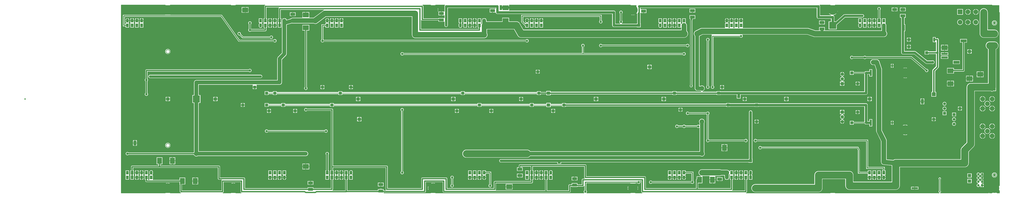
<source format=gbl>
*%FSLAX24Y24*%
*%MOIN*%
G01*
%ADD11C,0.0000*%
%ADD12C,0.0050*%
%ADD13C,0.0060*%
%ADD14C,0.0070*%
%ADD15C,0.0073*%
%ADD16C,0.0079*%
%ADD17C,0.0080*%
%ADD18C,0.0098*%
%ADD19C,0.0100*%
%ADD20C,0.0120*%
%ADD21C,0.0140*%
%ADD22C,0.0160*%
%ADD23C,0.0180*%
%ADD24C,0.0180*%
%ADD25C,0.0200*%
%ADD26C,0.0200*%
%ADD27C,0.0250*%
%ADD28C,0.0260*%
%ADD29C,0.0300*%
%ADD30C,0.0300*%
%ADD31C,0.0320*%
%ADD32C,0.0320*%
%ADD33C,0.0340*%
%ADD34C,0.0360*%
%ADD35C,0.0380*%
%ADD36C,0.0394*%
%ADD37C,0.0400*%
%ADD38C,0.0400*%
%ADD39C,0.0434*%
%ADD40C,0.0440*%
%ADD41C,0.0450*%
%ADD42C,0.0500*%
%ADD43C,0.0500*%
%ADD44C,0.0520*%
%ADD45C,0.0540*%
%ADD46C,0.0560*%
%ADD47O,0.0560X0.0850*%
%ADD48C,0.0580*%
%ADD49C,0.0600*%
%ADD50O,0.0600X0.0890*%
%ADD51C,0.0620*%
%ADD52C,0.0640*%
%ADD53C,0.0670*%
%ADD54C,0.0680*%
%ADD55C,0.0700*%
%ADD56C,0.0740*%
%ADD57C,0.0760*%
%ADD58C,0.0800*%
%ADD59C,0.0800*%
%ADD60C,0.0820*%
%ADD61C,0.0827*%
%ADD62C,0.0840*%
%ADD63C,0.0870*%
%ADD64C,0.0900*%
%ADD65C,0.1000*%
%ADD66C,0.1000*%
%ADD67C,0.1040*%
%ADD68C,0.1200*%
%ADD69C,0.1250*%
%ADD70C,0.1500*%
%ADD71C,0.1516*%
%ADD72C,0.1516*%
%ADD73C,0.2000*%
%ADD74C,0.2040*%
%ADD75C,0.2500*%
%ADD76R,0.0200X0.0200*%
%ADD77R,0.0200X0.0500*%
%ADD78R,0.0200X0.0650*%
%ADD79R,0.0200X0.1600*%
%ADD80R,0.0280X0.0600*%
%ADD81R,0.0300X0.0300*%
%ADD82R,0.0320X0.0640*%
%ADD83R,0.0350X0.0550*%
%ADD84R,0.0350X0.0800*%
%ADD85R,0.0360X0.0600*%
%ADD86R,0.0360X0.1300*%
%ADD87R,0.0400X0.0400*%
%ADD88R,0.0400X0.0640*%
%ADD89R,0.0400X0.1350*%
%ADD90R,0.0420X0.0850*%
%ADD91R,0.0440X0.1390*%
%ADD92R,0.0460X0.0890*%
%ADD93R,0.0500X0.0400*%
%ADD94R,0.0500X0.0500*%
%ADD95R,0.0500X0.0500*%
%ADD96R,0.0500X0.1200*%
%ADD97R,0.0540X0.0440*%
%ADD98R,0.0540X0.0540*%
%ADD99R,0.0540X0.0960*%
%ADD100R,0.0550X0.0650*%
%ADD101R,0.0551X0.0394*%
%ADD102R,0.0551X0.1417*%
%ADD103R,0.0560X0.0750*%
%ADD104R,0.0591X0.0984*%
%ADD105R,0.0591X0.0434*%
%ADD106R,0.0600X0.0600*%
%ADD107R,0.0600X0.0600*%
%ADD108R,0.0600X0.0790*%
%ADD109R,0.0600X0.1000*%
%ADD110R,0.0600X0.1250*%
%ADD111R,0.0631X0.1024*%
%ADD112R,0.0640X0.0640*%
%ADD113R,0.0640X0.1040*%
%ADD114R,0.0640X0.1290*%
%ADD115R,0.0700X0.0600*%
%ADD116R,0.0700X0.0700*%
%ADD117R,0.0700X0.0700*%
%ADD118R,0.0740X0.0640*%
%ADD119R,0.0740X0.0740*%
%ADD120R,0.0750X0.0750*%
%ADD121R,0.0790X0.0790*%
%ADD122R,0.0800X0.0800*%
%ADD123R,0.0800X0.0800*%
%ADD124R,0.0800X0.1250*%
%ADD125R,0.0840X0.0840*%
%ADD126R,0.0850X0.0500*%
%ADD127R,0.0890X0.0540*%
%ADD128R,0.0960X0.0540*%
%ADD129R,0.0960X0.1220*%
%ADD130R,0.1000X0.0600*%
%ADD131R,0.1000X0.1000*%
%ADD132R,0.1000X0.1250*%
%ADD133R,0.1040X0.0640*%
%ADD134R,0.1040X0.1040*%
%ADD135R,0.1040X0.1290*%
%ADD136R,0.1102X0.0394*%
%ADD137R,0.1200X0.0500*%
%ADD138R,0.1200X0.0950*%
%ADD139R,0.1200X0.1000*%
%ADD140R,0.1220X0.0960*%
%ADD141R,0.1250X0.0600*%
%ADD142R,0.1250X0.1000*%
%ADD143R,0.1290X0.0640*%
%ADD144R,0.1290X0.1040*%
%ADD145R,0.1300X0.0360*%
%ADD146R,0.1350X0.0400*%
%ADD147R,0.1390X0.0440*%
%ADD148R,0.1500X0.1500*%
%ADD149R,0.1540X0.1540*%
%ADD150R,0.1600X0.1600*%
%ADD151R,0.1700X0.1700*%
%ADD152R,0.1800X0.1800*%
%ADD153R,0.1900X0.0700*%
%ADD154R,0.1900X0.1900*%
%ADD155R,0.2000X0.0750*%
%ADD156R,0.2000X0.2000*%
%ADD157R,0.2040X0.0790*%
%ADD158R,0.2100X0.2100*%
%ADD159R,0.2200X0.2200*%
%ADD160R,0.2300X0.2300*%
%ADD161R,0.2400X0.1800*%
%ADD162R,0.2500X0.2500*%
D18*
X233784Y93810D02*
X233782Y93777D01*
X233778Y93744D01*
X233771Y93712D01*
X233762Y93681D01*
X233750Y93650D01*
X233735Y93620D01*
X233718Y93592D01*
X233699Y93565D01*
X233677Y93540D01*
X233653Y93517D01*
X233628Y93496D01*
X233601Y93478D01*
X233572Y93461D01*
X233543Y93447D01*
X233512Y93436D01*
X233480Y93427D01*
X233448Y93421D01*
X233415Y93417D01*
X233382Y93416D01*
X233349Y93418D01*
X233316Y93423D01*
X233284Y93431D01*
X233253Y93441D01*
X233222Y93454D01*
X233193Y93469D01*
X233165Y93487D01*
X233139Y93507D01*
X233115Y93529D01*
X233092Y93553D01*
X233071Y93579D01*
X233053Y93606D01*
X233037Y93635D01*
X233024Y93665D01*
X233013Y93696D01*
X233005Y93728D01*
X232999Y93761D01*
X232997Y93794D01*
Y93826D01*
X232999Y93859D01*
X233005Y93892D01*
X233013Y93924D01*
X233024Y93955D01*
X233037Y93985D01*
X233053Y94014D01*
X233071Y94041D01*
X233092Y94067D01*
X233115Y94091D01*
X233139Y94113D01*
X233165Y94133D01*
X233193Y94151D01*
X233222Y94166D01*
X233253Y94179D01*
X233284Y94189D01*
X233316Y94197D01*
X233349Y94202D01*
X233382Y94204D01*
X233415Y94203D01*
X233448Y94199D01*
X233480Y94193D01*
X233512Y94184D01*
X233543Y94173D01*
X233572Y94159D01*
X233601Y94142D01*
X233628Y94124D01*
X233653Y94103D01*
X233677Y94080D01*
X233699Y94055D01*
X233718Y94028D01*
X233735Y94000D01*
X233750Y93970D01*
X233762Y93939D01*
X233771Y93908D01*
X233778Y93876D01*
X233782Y93843D01*
X233784Y93810D01*
Y61810D02*
X233782Y61777D01*
X233778Y61744D01*
X233771Y61712D01*
X233762Y61681D01*
X233750Y61650D01*
X233735Y61620D01*
X233718Y61592D01*
X233699Y61565D01*
X233677Y61540D01*
X233653Y61517D01*
X233628Y61496D01*
X233601Y61478D01*
X233572Y61461D01*
X233543Y61447D01*
X233512Y61436D01*
X233480Y61427D01*
X233448Y61421D01*
X233415Y61417D01*
X233382Y61416D01*
X233349Y61418D01*
X233316Y61423D01*
X233284Y61431D01*
X233253Y61441D01*
X233222Y61454D01*
X233193Y61469D01*
X233165Y61487D01*
X233139Y61507D01*
X233115Y61529D01*
X233092Y61553D01*
X233071Y61579D01*
X233053Y61606D01*
X233037Y61635D01*
X233024Y61665D01*
X233013Y61696D01*
X233005Y61728D01*
X232999Y61761D01*
X232997Y61794D01*
Y61826D01*
X232999Y61859D01*
X233005Y61892D01*
X233013Y61924D01*
X233024Y61955D01*
X233037Y61985D01*
X233053Y62014D01*
X233071Y62041D01*
X233092Y62067D01*
X233115Y62091D01*
X233139Y62113D01*
X233165Y62133D01*
X233193Y62151D01*
X233222Y62166D01*
X233253Y62179D01*
X233284Y62189D01*
X233316Y62197D01*
X233349Y62202D01*
X233382Y62204D01*
X233415Y62203D01*
X233448Y62199D01*
X233480Y62193D01*
X233512Y62184D01*
X233543Y62173D01*
X233572Y62159D01*
X233601Y62142D01*
X233628Y62124D01*
X233653Y62103D01*
X233677Y62080D01*
X233699Y62055D01*
X233718Y62028D01*
X233735Y62000D01*
X233750Y61970D01*
X233762Y61939D01*
X233771Y61908D01*
X233778Y61876D01*
X233782Y61843D01*
X233784Y61810D01*
X60034Y87810D02*
X60032Y87777D01*
X60028Y87744D01*
X60021Y87712D01*
X60012Y87681D01*
X60000Y87650D01*
X59985Y87620D01*
X59968Y87592D01*
X59949Y87565D01*
X59927Y87540D01*
X59903Y87517D01*
X59878Y87496D01*
X59851Y87478D01*
X59822Y87461D01*
X59793Y87447D01*
X59762Y87436D01*
X59730Y87427D01*
X59698Y87421D01*
X59665Y87417D01*
X59632Y87416D01*
X59599Y87418D01*
X59566Y87423D01*
X59534Y87431D01*
X59503Y87441D01*
X59472Y87454D01*
X59443Y87469D01*
X59415Y87487D01*
X59389Y87507D01*
X59365Y87529D01*
X59342Y87553D01*
X59321Y87579D01*
X59303Y87606D01*
X59287Y87635D01*
X59274Y87665D01*
X59263Y87696D01*
X59255Y87728D01*
X59249Y87761D01*
X59247Y87794D01*
Y87826D01*
X59249Y87859D01*
X59255Y87892D01*
X59263Y87924D01*
X59274Y87955D01*
X59287Y87985D01*
X59303Y88014D01*
X59321Y88041D01*
X59342Y88067D01*
X59365Y88091D01*
X59389Y88113D01*
X59415Y88133D01*
X59443Y88151D01*
X59472Y88166D01*
X59503Y88179D01*
X59534Y88189D01*
X59566Y88197D01*
X59599Y88202D01*
X59632Y88204D01*
X59665Y88203D01*
X59698Y88199D01*
X59730Y88193D01*
X59762Y88184D01*
X59793Y88173D01*
X59822Y88159D01*
X59851Y88142D01*
X59878Y88124D01*
X59903Y88103D01*
X59927Y88080D01*
X59949Y88055D01*
X59968Y88028D01*
X59985Y88000D01*
X60000Y87970D01*
X60012Y87939D01*
X60021Y87908D01*
X60028Y87876D01*
X60032Y87843D01*
X60034Y87810D01*
Y68060D02*
X60032Y68027D01*
X60028Y67994D01*
X60021Y67962D01*
X60012Y67931D01*
X60000Y67900D01*
X59985Y67870D01*
X59968Y67842D01*
X59949Y67815D01*
X59927Y67790D01*
X59903Y67767D01*
X59878Y67746D01*
X59851Y67728D01*
X59822Y67711D01*
X59793Y67697D01*
X59762Y67686D01*
X59730Y67677D01*
X59698Y67671D01*
X59665Y67667D01*
X59632Y67666D01*
X59599Y67668D01*
X59566Y67673D01*
X59534Y67681D01*
X59503Y67691D01*
X59472Y67704D01*
X59443Y67719D01*
X59415Y67737D01*
X59389Y67757D01*
X59365Y67779D01*
X59342Y67803D01*
X59321Y67829D01*
X59303Y67856D01*
X59287Y67885D01*
X59274Y67915D01*
X59263Y67946D01*
X59255Y67978D01*
X59249Y68011D01*
X59247Y68044D01*
Y68076D01*
X59249Y68109D01*
X59255Y68142D01*
X59263Y68174D01*
X59274Y68205D01*
X59287Y68235D01*
X59303Y68264D01*
X59321Y68291D01*
X59342Y68317D01*
X59365Y68341D01*
X59389Y68363D01*
X59415Y68383D01*
X59443Y68401D01*
X59472Y68416D01*
X59503Y68429D01*
X59534Y68439D01*
X59566Y68447D01*
X59599Y68452D01*
X59632Y68454D01*
X59665Y68453D01*
X59698Y68449D01*
X59730Y68443D01*
X59762Y68434D01*
X59793Y68423D01*
X59822Y68409D01*
X59851Y68392D01*
X59878Y68374D01*
X59903Y68353D01*
X59927Y68330D01*
X59949Y68305D01*
X59968Y68278D01*
X59985Y68250D01*
X60000Y68220D01*
X60012Y68189D01*
X60021Y68158D01*
X60028Y68126D01*
X60032Y68093D01*
X60034Y68060D01*
D19*
X80390Y76560D02*
X83890D01*
X94140D01*
X125140D02*
X136140D01*
X139640D01*
X142890D01*
X125140D02*
X94140D01*
X95890Y79060D02*
X121640D01*
X82140D02*
X80390D01*
X121640D02*
X137640D01*
X95890D02*
X82140D01*
X233250Y93690D02*
X233530D01*
Y93930D02*
X233250D01*
X233206Y93810D02*
X233574D01*
X233320Y93639D02*
Y93981D01*
X233440Y93988D02*
Y93632D01*
X233560Y93738D02*
Y93882D01*
D20*
X133099Y91109D02*
X132362Y92400D01*
X194381Y92781D02*
X195763Y92320D01*
X195399Y90839D02*
X194017Y91300D01*
X209800Y71216D02*
X210730Y69355D01*
X209480Y68904D02*
X208550Y70765D01*
X209766Y84269D02*
X209266Y85768D01*
X210074Y63903D02*
X211730Y63738D01*
X92184Y96418D02*
X90253Y94970D01*
X216559Y87100D02*
X218680Y85403D01*
X74245Y91060D02*
X71395Y95050D01*
X71150Y94499D02*
X74135Y90320D01*
X218005Y85150D02*
X219106Y84219D01*
X218731Y83776D02*
X215784Y86270D01*
X114856Y58030D02*
X105050D01*
X115924D02*
X147090D01*
X113640Y58070D02*
X105050D01*
X139140D02*
X144090D01*
X139140D02*
X117640D01*
X114819Y58050D02*
X105050D01*
X115961D02*
X147073D01*
X114646Y58170D02*
X113859D01*
X116134D02*
X117421D01*
X144309D02*
X147005D01*
X114522Y58290D02*
X113930D01*
X116258D02*
X117350D01*
X144380D02*
X146980D01*
X114429Y58410D02*
X113930D01*
X116351D02*
X117350D01*
X144380D02*
X146992D01*
X233924Y58030D02*
X234420D01*
X232856D02*
X232340D01*
X234258Y58290D02*
X234420D01*
X232522D02*
X232340D01*
X234134Y58170D02*
X234420D01*
X232646D02*
X232340D01*
X233961Y58050D02*
X234420D01*
X232819D02*
X232340D01*
X59106Y58030D02*
X49860D01*
X60174D02*
X62315D01*
X71215D02*
X72856D01*
X73924D02*
X75065D01*
X147690D02*
X156856D01*
X157924D02*
X159315D01*
X181216D02*
X198856D01*
X199924D02*
X221650D01*
X221757D01*
X222023D02*
X222130D01*
X232120D01*
X196390Y58150D02*
X183140D01*
X221650Y58070D02*
X221694D01*
X222086D02*
X222130D01*
X59069Y58050D02*
X49860D01*
X60211D02*
X62262D01*
X71268D02*
X72819D01*
X73961D02*
X75012D01*
X147707D02*
X156819D01*
X157961D02*
X159262D01*
X181268D02*
X198819D01*
X199961D02*
X221650D01*
X222130D02*
X232120D01*
X58896Y58170D02*
X49860D01*
X60384D02*
X62100D01*
X71430D02*
X72646D01*
X74134D02*
X74850D01*
X147775D02*
X156646D01*
X158134D02*
X159100D01*
X181430D02*
X182950D01*
X196580D02*
X198646D01*
X200134D02*
X221613D01*
X222167D02*
X232120D01*
X58772Y58290D02*
X49860D01*
X60508D02*
X62100D01*
X71430D02*
X72522D01*
X74258D02*
X74850D01*
X147800D02*
X156522D01*
X158258D02*
X159100D01*
X181430D02*
X182655D01*
X196875D02*
X198522D01*
X200258D02*
X221581D01*
X222199D02*
X232120D01*
X58679Y58410D02*
X49860D01*
X60601D02*
X62100D01*
X71430D02*
X72429D01*
X74351D02*
X74850D01*
X147788D02*
X156429D01*
X158351D02*
X159100D01*
X181430D02*
X182503D01*
X197027D02*
X198429D01*
X200351D02*
X221597D01*
X222183D02*
X232120D01*
X145800Y59250D02*
X144480D01*
X116550Y59060D02*
X115390D01*
X114230D01*
X113930Y60270D02*
X117350D01*
X144380Y59320D02*
X144480D01*
X145800D02*
X146890D01*
X114358Y58530D02*
X113930D01*
X116422D02*
X117350D01*
X144380D02*
X147044D01*
X114305Y58650D02*
X113930D01*
X116475D02*
X117350D01*
X144380D02*
X147130D01*
X114267Y58770D02*
X113930D01*
X116513D02*
X117350D01*
X144380D02*
X147130D01*
X114243Y58890D02*
X113930D01*
X116537D02*
X117350D01*
X144380D02*
X147130D01*
X114231Y59010D02*
X113930D01*
X116549D02*
X117350D01*
X144380D02*
X147130D01*
X114232Y59130D02*
X113930D01*
X116548D02*
X117350D01*
X144480D02*
X145800D01*
X147130D01*
X114246Y59250D02*
X113930D01*
X116534D02*
X117350D01*
X145800D02*
X147130D01*
X114272Y59370D02*
X113930D01*
X116508D02*
X117350D01*
X114313Y59490D02*
X113930D01*
X116467D02*
X117350D01*
X114369Y59610D02*
X113930D01*
X116411D02*
X117350D01*
X114443Y59730D02*
X113930D01*
X116337D02*
X117350D01*
X114541Y59850D02*
X113930D01*
X116239D02*
X117350D01*
X114671Y59970D02*
X113930D01*
X116109D02*
X117350D01*
X114856Y60090D02*
X113930D01*
X115924D02*
X117350D01*
X115238Y60210D02*
X113930D01*
X115542D02*
X117350D01*
X232230Y59060D02*
X233390D01*
X217000D02*
X216640D01*
X216280D01*
X200550D02*
X199390D01*
X198230D01*
X158550D02*
X157390D01*
X156230D01*
X132050Y59360D02*
X131390D01*
X130730D01*
X90100Y60160D02*
X89640D01*
X89180D01*
X104390Y59810D02*
X104850D01*
X104390D02*
X103930D01*
X60800Y59060D02*
X59640D01*
X58480D01*
X73390D02*
X74550D01*
X73390D02*
X72230D01*
X230784Y60416D02*
X231194D01*
Y59629D02*
X230784D01*
X228650Y60050D02*
X227630D01*
X230944Y60039D02*
X231194D01*
Y59219D02*
X230374D01*
X62100Y59775D02*
X62030D01*
X62680D02*
X63350D01*
X64730D02*
X66050D01*
X103730Y58920D02*
X104130D01*
X104650D02*
X105050D01*
Y60270D02*
X103730D01*
Y59350D02*
X105050D01*
X90300Y59700D02*
X88980D01*
Y59270D02*
X90300D01*
X130545Y60020D02*
X130605D01*
X132175D01*
Y58700D02*
X130605D01*
X144480Y60170D02*
X145800D01*
X173430Y60025D02*
X174750D01*
X172050D02*
X171180D01*
X215805Y59420D02*
X217475D01*
Y58700D02*
X215805D01*
X212640Y58650D02*
X202890D01*
X195480Y59970D02*
X183140D01*
X232120Y58787D02*
X232140D01*
X232263D01*
X232140Y58746D02*
X232120D01*
X232140D02*
X232213D01*
X104650Y58970D02*
X104130D01*
X57140Y60270D02*
X55140D01*
X57140D02*
X62030D01*
X71430D02*
X74850D01*
X144090Y59900D02*
X144480D01*
X145800D02*
X146600D01*
X128100Y59100D02*
X118430D01*
X112850D02*
X105930D01*
X161457Y60050D02*
X169573D01*
X130605Y60020D02*
X128680D01*
X132175D02*
X136140D01*
X86640Y59100D02*
X75930D01*
X86640D02*
X88980D01*
X90300D02*
X93850D01*
X160180D02*
X170600D01*
X171180D02*
X177850D01*
X156785Y60050D02*
X147650D01*
X157995D02*
X158323D01*
X103730Y58650D02*
X97430D01*
X105050D02*
X105350D01*
X105398D01*
X139430D02*
X143800D01*
X128680D02*
X128632D01*
X128680D02*
X130605D01*
X132175D01*
X138850D01*
X96850Y58600D02*
X94340D01*
X178340D02*
X180850D01*
X70850D02*
X62680D01*
X58608Y58530D02*
X49860D01*
X60672D02*
X62100D01*
X71430D02*
X72358D01*
X74422D02*
X74850D01*
X147736D02*
X156358D01*
X158422D02*
X159100D01*
X181430D02*
X182400D01*
X197130D02*
X198358D01*
X200422D02*
X215805D01*
X217475D01*
X221650D01*
X222130D02*
X232120D01*
X58555Y58650D02*
X49860D01*
X60725D02*
X62100D01*
X62680D02*
X70850D01*
X71430D02*
X72305D01*
X74475D02*
X74850D01*
X94430D02*
X96850D01*
X147650D02*
X156305D01*
X158475D02*
X159100D01*
X178430D02*
X180850D01*
X181430D02*
X182328D01*
X197202D02*
X198305D01*
X200475D02*
X202890D01*
X212640D02*
X215805D01*
X217475D01*
X221650D01*
X222130D02*
X232120D01*
X58517Y58770D02*
X49860D01*
X60763D02*
X62100D01*
X62680D02*
X70850D01*
X71430D02*
X72267D01*
X74513D02*
X74850D01*
X94430D02*
X96850D01*
X97430D02*
X103730D01*
X105050D02*
X105350D01*
X128680D02*
X130605D01*
X132175D02*
X138850D01*
X139430D02*
X143800D01*
X147650D02*
X156267D01*
X158513D02*
X159100D01*
X178430D02*
X180850D01*
X181430D02*
X182277D01*
X197253D02*
X198267D01*
X200513D02*
X202438D01*
X213092D02*
X215805D01*
X217475D02*
X221650D01*
X222130D02*
X232120D01*
X58493Y58890D02*
X49860D01*
X60787D02*
X62100D01*
X62680D02*
X70850D01*
X71430D02*
X72243D01*
X74537D02*
X74850D01*
X94430D02*
X96850D01*
X97430D02*
X103730D01*
X105050D02*
X105350D01*
X128680D02*
X130605D01*
X132175D02*
X138850D01*
X139430D02*
X143800D01*
X147650D02*
X156243D01*
X158537D02*
X159100D01*
X178430D02*
X180850D01*
X181430D02*
X182246D01*
X197300D02*
X198243D01*
X200537D02*
X202274D01*
X213256D02*
X215805D01*
X217475D02*
X221650D01*
X222130D02*
X232120D01*
X58481Y59010D02*
X49860D01*
X60799D02*
X62100D01*
X62680D02*
X70850D01*
X71430D02*
X72231D01*
X74549D02*
X74850D01*
X94430D02*
X96850D01*
X97430D02*
X103730D01*
X104130D01*
X104650D01*
X105050D01*
X105350D01*
X128680D02*
X130605D01*
X132175D02*
X138850D01*
X139430D02*
X143800D01*
X147650D02*
X156231D01*
X158549D02*
X159100D01*
X178430D02*
X180850D01*
X181430D02*
X182231D01*
X197300D02*
X198231D01*
X200549D02*
X202165D01*
X213365D02*
X215805D01*
X217475D02*
X221650D01*
X222130D02*
X232231D01*
X58482Y59130D02*
X49860D01*
X60798D02*
X62100D01*
X62680D02*
X70850D01*
X71430D02*
X72232D01*
X74548D02*
X74850D01*
X75930D02*
X88980D01*
X90300D02*
X93850D01*
X94430D02*
X96850D01*
X97430D02*
X104130D01*
X104650D01*
X105350D01*
X105930D02*
X112850D01*
X118430D02*
X119130D01*
X119650D01*
X127130D01*
X127650D01*
X128100D01*
X128680D02*
X130605D01*
X132175D02*
X138850D01*
X139430D02*
X143800D01*
X147650D02*
X156232D01*
X158548D02*
X159100D01*
X160180D02*
X170600D01*
X171180D02*
X177850D01*
X178430D02*
X180850D01*
X181430D02*
X182233D01*
X197300D02*
X198232D01*
X200548D02*
X202088D01*
X213442D02*
X215805D01*
X217475D02*
X221650D01*
X222130D02*
X230374D01*
X231194D01*
X232232D01*
X58496Y59250D02*
X49860D01*
X60784D02*
X62100D01*
X62680D02*
X70850D01*
X71430D02*
X72246D01*
X74534D02*
X74850D01*
X75930D02*
X88980D01*
X90300D02*
X93850D01*
X94430D02*
X96850D01*
X97430D02*
X103730D01*
X105050D01*
X105350D01*
X105930D02*
X112850D01*
X118430D02*
X119122D01*
X119658D02*
X127122D01*
X127658D02*
X128100D01*
X128680D02*
X130605D01*
X132175D02*
X138850D01*
X139430D02*
X143800D01*
X147650D02*
X156246D01*
X158534D02*
X159100D01*
X160180D02*
X170600D01*
X171180D02*
X177850D01*
X178430D02*
X180850D01*
X181430D02*
X182250D01*
X197300D02*
X198246D01*
X200534D02*
X202034D01*
X213496D02*
X215805D01*
X217475D02*
X221650D01*
X222130D02*
X229840D01*
X230153D02*
X230374D01*
X231194D02*
X232246D01*
X58522Y59370D02*
X49860D01*
X60758D02*
X62100D01*
X62680D02*
X70850D01*
X71430D02*
X72272D01*
X74508D02*
X74850D01*
X75930D02*
X88980D01*
X90300D01*
X93850D01*
X94430D02*
X96850D01*
X97430D02*
X103730D01*
X105050D02*
X105350D01*
X105930D02*
X112850D01*
X118430D02*
X119027D01*
X119753D02*
X127027D01*
X127753D02*
X128100D01*
X128680D02*
X130605D01*
X132175D02*
X138850D01*
X139430D02*
X143800D01*
X147650D02*
X156272D01*
X158508D02*
X159100D01*
X160180D02*
X170600D01*
X171180D02*
X177850D01*
X178430D02*
X180850D01*
X181430D02*
X182284D01*
X197300D02*
X198272D01*
X200508D02*
X202000D01*
X213530D02*
X215805D01*
X217475D02*
X221650D01*
X222130D02*
X229678D01*
X231194D02*
X232272D01*
X58563Y59490D02*
X49860D01*
X60717D02*
X62100D01*
X62680D02*
X70850D01*
X71430D02*
X72313D01*
X74467D02*
X74850D01*
X75930D02*
X93850D01*
X94430D02*
X96850D01*
X97430D02*
X103730D01*
X105050D02*
X105350D01*
X105930D02*
X112850D01*
X118430D02*
X118986D01*
X119794D02*
X126986D01*
X127794D02*
X128100D01*
X128680D02*
X130605D01*
X132175D02*
X138850D01*
X139430D02*
X143800D01*
X147650D02*
X156313D01*
X158467D02*
X159100D01*
X160180D02*
X170600D01*
X171180D02*
X177850D01*
X178430D02*
X180850D01*
X181430D02*
X182338D01*
X197300D02*
X198313D01*
X200467D02*
X201980D01*
X213550D02*
X215805D01*
X217475D01*
X221650D01*
X222130D02*
X229611D01*
X231194D02*
X232313D01*
X58619Y59610D02*
X49860D01*
X60661D02*
X62030D01*
X62680D02*
X63350D01*
X64730D01*
X66050D01*
X70850D01*
X71430D02*
X72369D01*
X74411D02*
X74850D01*
X75930D02*
X88980D01*
X90300D01*
X93850D01*
X94430D02*
X96850D01*
X97430D02*
X103730D01*
X105050D02*
X105350D01*
X105930D02*
X112850D01*
X118430D02*
X118983D01*
X119797D02*
X126983D01*
X127797D02*
X128100D01*
X128680D02*
X130605D01*
X132175D02*
X138850D01*
X139430D02*
X143800D01*
X147650D02*
X156369D01*
X158411D02*
X159100D01*
X160180D02*
X170600D01*
X171180D02*
X177850D01*
X178430D02*
X180850D01*
X181430D02*
X182415D01*
X197300D02*
X198369D01*
X200411D02*
X201980D01*
X213550D02*
X221650D01*
X222130D02*
X229587D01*
X231194D02*
X232369D01*
X58693Y59730D02*
X49860D01*
X60587D02*
X62030D01*
X62680D02*
X63350D01*
X64730D01*
X66050D01*
X70850D01*
X71430D02*
X72443D01*
X74337D02*
X74850D01*
X75930D02*
X88980D01*
X90300D02*
X93850D01*
X94430D02*
X96850D01*
X97430D02*
X103730D01*
X105050D02*
X105350D01*
X105930D02*
X112850D01*
X118430D02*
X119017D01*
X119763D02*
X127017D01*
X127763D02*
X128100D01*
X128680D02*
X130605D01*
X132175D02*
X138850D01*
X139430D02*
X143800D01*
X147650D02*
X156443D01*
X158337D02*
X159100D01*
X160180D02*
X170600D01*
X171180D02*
X177850D01*
X178430D02*
X180850D01*
X181430D02*
X182524D01*
X197300D02*
X198443D01*
X200337D02*
X201980D01*
X213550D02*
X221650D01*
X222130D02*
X229599D01*
X231194D02*
X232443D01*
X58791Y59850D02*
X49860D01*
X60489D02*
X62030D01*
X63350D02*
X64730D01*
X66050D02*
X70850D01*
X71430D02*
X72541D01*
X74239D02*
X74850D01*
X75930D02*
X88980D01*
X90300D02*
X93850D01*
X94430D02*
X96850D01*
X97430D02*
X103730D01*
X105050D02*
X105350D01*
X105930D02*
X112850D01*
X118430D02*
X119100D01*
X119680D02*
X127100D01*
X127680D02*
X128100D01*
X128680D02*
X130605D01*
X132175D02*
X138850D01*
X139430D02*
X143927D01*
X147650D02*
X156541D01*
X158239D02*
X159100D01*
X160180D02*
X170600D01*
X171180D02*
X177850D01*
X178430D02*
X180850D01*
X181430D02*
X182688D01*
X197300D02*
X198541D01*
X200239D02*
X201980D01*
X213550D02*
X221650D01*
X222130D02*
X229651D01*
X231194D02*
X232541D01*
X234239D02*
X234420D01*
X58921Y59970D02*
X49860D01*
X60359D02*
X62030D01*
X63350D02*
X64730D01*
X66050D02*
X70850D01*
X71430D02*
X72671D01*
X74109D02*
X74850D01*
X75930D02*
X88980D01*
X90300D02*
X93850D01*
X94430D02*
X96850D01*
X97430D02*
X103730D01*
X105050D02*
X105350D01*
X105930D02*
X112850D01*
X118430D02*
X119130D01*
X119650D02*
X127130D01*
X127650D02*
X128100D01*
X128680D02*
X130605D01*
X132175D02*
X138850D01*
X139430D02*
X144480D01*
X145800D02*
X146600D01*
X147650D02*
X156671D01*
X158109D02*
X158411D01*
X158900D02*
X159100D01*
X160180D02*
X160880D01*
X161369D02*
X169630D01*
X170150D02*
X170600D01*
X171180D02*
X172050D01*
X173430D01*
X174750D01*
X177850D01*
X178430D02*
X180850D01*
X181430D02*
X183140D01*
X197300D02*
X198671D01*
X200109D02*
X201980D01*
X213550D02*
X221650D01*
X222130D02*
X227630D01*
X228650D01*
X229769D01*
X231194D02*
X232671D01*
X234109D02*
X234420D01*
X59106Y60090D02*
X49860D01*
X60174D02*
X62030D01*
X63350D02*
X64730D01*
X66050D02*
X70850D01*
X71430D02*
X72856D01*
X73924D02*
X74850D01*
X75930D02*
X88980D01*
X90300D02*
X93850D01*
X94430D02*
X96850D01*
X97430D02*
X103730D01*
X105050D02*
X105350D01*
X105930D02*
X112850D01*
X118430D02*
X119130D01*
X119650D02*
X127130D01*
X127650D02*
X128100D01*
X136329D02*
X138850D01*
X139430D02*
X144480D01*
X145800D02*
X146600D01*
X160180D02*
X160794D01*
X170236D02*
X170600D01*
X172050D02*
X173430D01*
X174750D02*
X177850D01*
X178430D02*
X180850D01*
X181430D02*
X195480D01*
X197300D02*
X198856D01*
X199924D02*
X201980D01*
X213550D02*
X221650D01*
X222130D02*
X227630D01*
X228650D02*
X229748D01*
X231032D02*
X231194D01*
X232856D01*
X233924D02*
X234420D01*
X59488Y60210D02*
X49860D01*
X59792D02*
X62030D01*
X63350D02*
X64730D01*
X66050D02*
X70850D01*
X71430D02*
X73238D01*
X73542D02*
X74850D01*
X75930D02*
X88980D01*
X90300D02*
X93850D01*
X94430D02*
X96850D01*
X97430D02*
X103730D01*
X105050D02*
X105350D01*
X105930D02*
X112850D01*
X118430D02*
X119130D01*
X119650D02*
X127130D01*
X127650D02*
X128100D01*
X136430D02*
X138850D01*
X139430D02*
X144480D01*
X145800D01*
X146600D01*
X160180D02*
X160742D01*
X170288D02*
X170600D01*
X172050D02*
X173430D01*
X174750D02*
X177850D01*
X178430D02*
X180850D01*
X181430D02*
X195480D01*
X197300D02*
X199238D01*
X199542D02*
X201980D01*
X213550D02*
X221650D01*
X222130D02*
X227630D01*
X228650D02*
X229642D01*
X231138D02*
X233238D01*
X233542D02*
X234420D01*
X54963Y60330D02*
X49860D01*
X63350D02*
X64730D01*
X66050D02*
X70850D01*
X75930D02*
X88980D01*
X90300D02*
X93850D01*
X94430D02*
X96850D01*
X97430D02*
X103730D01*
X105050D01*
X105350D01*
X105930D02*
X112850D01*
X118430D02*
X119130D01*
X119650D02*
X127130D01*
X127650D02*
X128100D01*
X136430D02*
X138850D01*
X139430D02*
X144480D01*
X145800D01*
X146600D01*
X160180D02*
X160730D01*
X170300D02*
X170600D01*
X172050D02*
X173430D01*
X174750D02*
X174980D01*
X176300D01*
X177850D01*
X178430D02*
X180850D01*
X181430D02*
X195480D01*
X197300D02*
X201980D01*
X213550D02*
X221650D01*
X222130D02*
X227630D01*
X228650D02*
X229595D01*
X231185D02*
X234420D01*
X54850Y60450D02*
X49860D01*
X63350D02*
X64730D01*
X66050D02*
X70850D01*
X75930D02*
X88980D01*
X90300D02*
X93850D01*
X94430D02*
X96850D01*
X97430D02*
X105350D01*
X105930D02*
X112850D01*
X118430D02*
X119130D01*
X119650D02*
X127130D01*
X127650D02*
X128100D01*
X136430D02*
X138850D01*
X139430D02*
X144480D01*
X145800D01*
X146600D01*
X160180D02*
X160755D01*
X170275D02*
X170600D01*
X172050D02*
X173430D01*
X174750D02*
X174980D01*
X176300D01*
X177850D01*
X178430D02*
X180850D01*
X181430D02*
X195480D01*
X197300D02*
X201980D01*
X213550D02*
X221650D01*
X222130D02*
X227630D01*
X228650D02*
X229588D01*
X231192D02*
X234420D01*
X233556Y61890D02*
X233224D01*
X233210Y61770D02*
X233570D01*
X233482Y61650D02*
X233298D01*
X210580Y61310D02*
X210140D01*
X209700D01*
X209580D02*
X209140D01*
X208700D01*
X208580D02*
X208140D01*
X207700D01*
X207580D02*
X207140D01*
X206700D01*
X168580D02*
X168140D01*
X167700D01*
X167580D02*
X167140D01*
X166700D01*
X166580D02*
X166140D01*
X165700D01*
X165580D02*
X165140D01*
X164700D01*
X174090Y60810D02*
X174750D01*
X174090D02*
X173430D01*
X175640Y60960D02*
X176100D01*
X175640D02*
X175180D01*
X180140Y61310D02*
X180580D01*
X180140D02*
X179700D01*
X179580Y62310D02*
X179140D01*
X178700D01*
X179140Y61310D02*
X179580D01*
X179140D02*
X178700D01*
X180140Y62310D02*
X180580D01*
X180140D02*
X179700D01*
X138580Y61310D02*
X138140D01*
X137700D01*
X137580Y62310D02*
X137140D01*
X136700D01*
X137140Y61310D02*
X137580D01*
X137140D02*
X136700D01*
X138140Y62310D02*
X138580D01*
X138140D02*
X137700D01*
X145140Y61060D02*
X145600D01*
X145140D02*
X144680D01*
X126580Y61310D02*
X126140D01*
X125700D01*
X125580D02*
X125140D01*
X124700D01*
X124580D02*
X124140D01*
X123700D01*
X123580D02*
X123140D01*
X122700D01*
X133640Y61710D02*
X134100D01*
X133640D02*
X133180D01*
X96580Y61310D02*
X96140D01*
X95700D01*
X95580Y62310D02*
X95140D01*
X94700D01*
X95140Y61310D02*
X95580D01*
X95140D02*
X94700D01*
X96140Y62310D02*
X96580D01*
X96140D02*
X95700D01*
X84580Y61310D02*
X84140D01*
X83700D01*
X83580D02*
X83140D01*
X82700D01*
X82580D02*
X82140D01*
X81700D01*
X81580D02*
X81140D01*
X80700D01*
X66050Y60560D02*
X65390D01*
X64730D01*
X54580Y61310D02*
X54140D01*
X53700D01*
X53580Y62310D02*
X53140D01*
X52700D01*
X53140Y61310D02*
X53580D01*
X53140D02*
X52700D01*
X54140Y62310D02*
X54580D01*
X54140D02*
X53700D01*
X230784Y61204D02*
X231194D01*
Y61991D02*
X230784D01*
X228650Y62220D02*
X227630D01*
Y61200D02*
X228650D01*
Y61070D02*
X227630D01*
X53700Y61775D02*
X53640D01*
X54640D02*
X54700D01*
Y61845D02*
X54640D01*
Y60775D02*
X54700D01*
X54850D01*
X52700Y61845D02*
X52640D01*
Y60775D02*
X52700D01*
X53580D01*
X55640Y61845D02*
X55700D01*
X55838D01*
X56442D02*
X56580D01*
X52700Y61775D02*
X52640D01*
X51700D02*
X51640D01*
Y61845D02*
X51700D01*
Y60775D02*
X51640D01*
X51700D02*
X52580D01*
X50700Y61775D02*
X50640D01*
Y61845D02*
X50700D01*
Y60775D02*
X50640D01*
X50700D02*
X51580D01*
X53640Y61845D02*
X53700D01*
Y60775D02*
X53640D01*
X53700D02*
X54580D01*
X62030Y61345D02*
X63350D01*
X64730D02*
X66050D01*
X81640Y61775D02*
X81700D01*
X80700Y61845D02*
X80640D01*
Y60775D02*
X80700D01*
X81580D01*
X81640Y61845D02*
X81700D01*
Y60775D02*
X81640D01*
X81700D02*
X82580D01*
X82640Y61845D02*
X82700D01*
Y60775D02*
X82640D01*
X82700D02*
X83580D01*
X82700Y61775D02*
X82640D01*
X80700D02*
X80640D01*
X83640D02*
X83700D01*
X83838D01*
X84442D02*
X84580D01*
X95640D02*
X95700D01*
X96640D02*
X96700D01*
Y61845D02*
X96640D01*
Y60775D02*
X96700D01*
X96850D01*
X97430D02*
X97580D01*
X94700Y61845D02*
X94640D01*
Y60775D02*
X94700D01*
X95580D01*
X97640Y61845D02*
X97700D01*
X97838D01*
X98442D02*
X98580D01*
X97700Y60775D02*
X97640D01*
X97700D02*
X98580D01*
X94700Y61775D02*
X94640D01*
X93700D02*
X93640D01*
Y61845D02*
X93700D01*
Y60775D02*
X93640D01*
X93700D02*
X93850D01*
X94430D02*
X94580D01*
X92700Y61775D02*
X92640D01*
Y61845D02*
X92700D01*
Y60775D02*
X92640D01*
X92700D02*
X93580D01*
X95640Y61845D02*
X95700D01*
Y60775D02*
X95640D01*
X95700D02*
X96580D01*
X90300Y60620D02*
X88980D01*
X132980Y62170D02*
X134300D01*
Y61250D02*
X132980D01*
X123700Y61775D02*
X123640D01*
X122700Y61845D02*
X122640D01*
Y60775D02*
X122700D01*
X123580D01*
X123640Y61845D02*
X123700D01*
Y60775D02*
X123640D01*
X123700D02*
X124580D01*
X124640Y61845D02*
X124700D01*
Y60775D02*
X124640D01*
X124700D02*
X125580D01*
X124700Y61775D02*
X124640D01*
X122700D02*
X122640D01*
X125640D02*
X125700D01*
X125838D01*
X126442D02*
X126580D01*
X144480Y61520D02*
X145800D01*
Y60600D02*
X144480D01*
X137700Y61775D02*
X137640D01*
X138640D02*
X138700D01*
Y61845D02*
X138640D01*
Y60775D02*
X138700D01*
X138850D01*
X139430D02*
X139580D01*
X136700Y61845D02*
X136640D01*
Y60775D02*
X136700D01*
X137580D01*
X139640Y61845D02*
X139700D01*
X139838D01*
X140442D02*
X140580D01*
X139700Y60775D02*
X139640D01*
X139700D02*
X140580D01*
X136700Y61775D02*
X136640D01*
X135700D02*
X135640D01*
Y61845D02*
X135700D01*
Y60775D02*
X135640D01*
X135700D02*
X135850D01*
X136430D02*
X136580D01*
X134700Y61775D02*
X134640D01*
Y61845D02*
X134700D01*
Y60775D02*
X134640D01*
X134700D02*
X135580D01*
X137640Y61845D02*
X137700D01*
Y60775D02*
X137640D01*
X137700D02*
X138580D01*
X179640Y61775D02*
X179700D01*
X180640D02*
X180700D01*
Y61845D02*
X180640D01*
Y60775D02*
X180700D01*
X180850D01*
X181430D02*
X181580D01*
X178700Y61845D02*
X178640D01*
Y60775D02*
X178700D01*
X179580D01*
X181640Y61845D02*
X181700D01*
X181838D01*
X182442D02*
X182580D01*
X181700Y60775D02*
X181640D01*
X181700D02*
X182580D01*
X178700Y61775D02*
X178640D01*
X177700Y60775D02*
X177640D01*
X177700D02*
X177850D01*
X178430D02*
X178580D01*
X176700D02*
X176640D01*
X176700D02*
X176975D01*
X177305D02*
X177580D01*
X179640Y61845D02*
X179700D01*
Y60775D02*
X179640D01*
X179700D02*
X180580D01*
X176300Y61420D02*
X174980D01*
Y60500D02*
X176300D01*
X171632Y61595D02*
X170730D01*
X165700Y61775D02*
X165640D01*
X164700Y61845D02*
X164640D01*
Y60775D02*
X164700D01*
X165580D01*
X165640Y61845D02*
X165700D01*
Y60775D02*
X165640D01*
X165700D02*
X166580D01*
X166640Y61845D02*
X166700D01*
Y60775D02*
X166640D01*
X166700D02*
X167580D01*
X166700Y61775D02*
X166640D01*
X164700D02*
X164640D01*
X167640D02*
X167700D01*
X167838D01*
X168442D02*
X168580D01*
X207640D02*
X207700D01*
X206700Y61845D02*
X206640D01*
Y60775D02*
X206700D01*
X207580D01*
X207640Y61845D02*
X207700D01*
Y60775D02*
X207640D01*
X207700D02*
X208580D01*
X208640Y61845D02*
X208700D01*
Y60775D02*
X208640D01*
X208700D02*
X209580D01*
X208700Y61775D02*
X208640D01*
X206700D02*
X206640D01*
X209640D02*
X209700D01*
X209838D01*
X210442D02*
X210580D01*
X173430Y61550D02*
X172050D01*
X174750D02*
X174980D01*
X175640D01*
X203800Y60470D02*
X211730D01*
X201980Y60900D02*
X197300D01*
X221650Y61300D02*
X221694D01*
X222086D02*
X222130D01*
X205140Y62060D02*
X204640D01*
X118140Y61350D02*
X113140D01*
X176017Y61650D02*
X176580D01*
X159100Y60520D02*
X158992D01*
X147190Y61100D02*
X146890D01*
X147680Y61600D02*
X159890D01*
X55700Y60850D02*
X55580D01*
X56580D02*
X57140D01*
X62030D01*
X126580Y62050D02*
X127130D01*
X168580D02*
X169630D01*
X205140Y62060D02*
X206700D01*
X70940Y60770D02*
X70390D01*
X70680Y61350D02*
X75640D01*
X161457Y60570D02*
X169573D01*
X135850Y60600D02*
X128390D01*
X54850Y60570D02*
X49860D01*
X63350D02*
X64730D01*
X66050D02*
X70850D01*
X75930D02*
X88980D01*
X90300D02*
X93850D01*
X94430D02*
X96850D01*
X97430D02*
X105350D01*
X105930D02*
X112850D01*
X118430D02*
X119130D01*
X119650D02*
X127130D01*
X127650D02*
X128262D01*
X136430D02*
X138850D01*
X139430D02*
X144480D01*
X145800D01*
X146600D01*
X160180D02*
X160823D01*
X170207D02*
X170600D01*
X172050D02*
X173430D01*
X174750D02*
X174980D01*
X176300D02*
X177850D01*
X178430D02*
X180850D01*
X181430D02*
X195480D01*
X197300D02*
X201980D01*
X203800D02*
X211730D01*
X213550D02*
X221650D01*
X222130D02*
X227630D01*
X228650D02*
X229616D01*
X231164D02*
X234420D01*
X50700Y60690D02*
X49860D01*
X50700D02*
X51580D01*
X51700D01*
X52580D01*
X52700D01*
X53580D01*
X53700D01*
X54580D01*
X54700D01*
X54850D01*
X63350D02*
X64730D01*
X66050D02*
X70850D01*
X75930D02*
X80700D01*
X81580D01*
X81700D01*
X82580D01*
X82700D01*
X83580D01*
X88980D01*
X90300D01*
X92700D01*
X93580D01*
X93700D01*
X93850D01*
X94430D02*
X94580D01*
X94700D01*
X95580D01*
X95700D01*
X96580D01*
X96700D01*
X96850D01*
X97430D02*
X97580D01*
X97700D01*
X98580D01*
X105350D01*
X105930D02*
X112850D01*
X118430D02*
X119130D01*
X119650D02*
X122700D01*
X123580D01*
X123700D01*
X124580D01*
X124700D01*
X125580D01*
X127130D01*
X127650D02*
X134700D01*
X135580D01*
X135700D01*
X135850D01*
X136430D02*
X136580D01*
X136700D01*
X137580D01*
X137700D01*
X138580D01*
X138700D01*
X138850D01*
X139430D02*
X139580D01*
X139700D01*
X140580D01*
X144480D01*
X145800D02*
X146600D01*
X160180D02*
X160880D01*
X161294D02*
X164700D01*
X165580D01*
X165700D01*
X166580D01*
X166700D01*
X167580D01*
X169630D01*
X170150D02*
X170600D01*
X172050D02*
X173430D01*
X174750D02*
X174980D01*
X176300D02*
X176700D01*
X177580D01*
X177700D01*
X177850D01*
X178430D02*
X178580D01*
X178700D01*
X179580D01*
X179700D01*
X180580D01*
X180700D01*
X180850D01*
X181430D02*
X181580D01*
X181700D01*
X182580D01*
X195480D01*
X197300D02*
X201980D01*
X203800D02*
X206700D01*
X207580D01*
X207700D01*
X208580D01*
X208700D01*
X209580D01*
X211730D01*
X213550D02*
X221650D01*
X222130D02*
X227630D01*
X228650D02*
X229691D01*
X230302D02*
X230478D01*
X231089D02*
X234420D01*
X50700Y60810D02*
X49860D01*
X51580D02*
X51700D01*
X52580D02*
X52700D01*
X53580D02*
X53700D01*
X54580D02*
X54700D01*
X63350D02*
X64730D01*
X66050D02*
X70243D01*
X75930D02*
X80700D01*
X81580D02*
X81700D01*
X82580D02*
X82700D01*
X83580D02*
X83880D01*
X84400D02*
X92700D01*
X93580D02*
X93700D01*
X94580D02*
X94700D01*
X95580D02*
X95700D01*
X96580D02*
X96700D01*
X97580D02*
X97700D01*
X98580D02*
X105350D01*
X105930D02*
X112850D01*
X118430D02*
X119130D01*
X119650D02*
X122700D01*
X123580D02*
X123700D01*
X124580D02*
X124700D01*
X125580D02*
X125880D01*
X126400D02*
X127130D01*
X127650D02*
X134700D01*
X135580D02*
X135700D01*
X136580D02*
X136700D01*
X137580D02*
X137700D01*
X138580D02*
X138700D01*
X139580D02*
X139700D01*
X140580D02*
X144480D01*
X145800D02*
X146600D01*
X160180D02*
X164700D01*
X165580D02*
X165700D01*
X166580D02*
X166700D01*
X167580D02*
X167880D01*
X168400D02*
X169630D01*
X170150D02*
X170600D01*
X172050D02*
X173430D01*
X174750D02*
X174980D01*
X176300D02*
X176700D01*
X177580D02*
X177700D01*
X178580D02*
X178700D01*
X179580D02*
X179700D01*
X180580D02*
X180700D01*
X181580D02*
X181700D01*
X182580D02*
X195480D01*
X197300D02*
X201980D01*
X203800D02*
X206700D01*
X207580D02*
X207700D01*
X208580D02*
X208700D01*
X209580D02*
X209880D01*
X210400D02*
X211730D01*
X213550D02*
X221650D01*
X222130D02*
X227630D01*
X228650D02*
X229882D01*
X230111D02*
X230669D01*
X230898D02*
X234420D01*
X50700Y60930D02*
X49860D01*
X51580D02*
X51700D01*
X52580D02*
X52700D01*
X53580D02*
X53700D01*
X54580D02*
X54700D01*
X55580D02*
X55700D01*
X56580D02*
X62030D01*
X63350D02*
X64730D01*
X66050D02*
X70100D01*
X75930D02*
X80700D01*
X81580D02*
X81700D01*
X82580D02*
X82700D01*
X83580D02*
X83768D01*
X84512D02*
X92700D01*
X93580D02*
X93700D01*
X94580D02*
X94700D01*
X95580D02*
X95700D01*
X96580D02*
X96700D01*
X97580D02*
X97700D01*
X98580D02*
X105350D01*
X105930D02*
X112850D01*
X118430D02*
X119130D01*
X119650D02*
X122700D01*
X123580D02*
X123700D01*
X124580D02*
X124700D01*
X125580D02*
X125768D01*
X126512D02*
X127130D01*
X127650D02*
X134700D01*
X135580D02*
X135700D01*
X136580D02*
X136700D01*
X137580D02*
X137700D01*
X138580D02*
X138700D01*
X139580D02*
X139700D01*
X140580D02*
X144480D01*
X145800D02*
X146600D01*
X160180D02*
X164700D01*
X165580D02*
X165700D01*
X166580D02*
X166700D01*
X167580D02*
X167768D01*
X168512D02*
X169630D01*
X170150D02*
X170600D01*
X172050D02*
X173430D01*
X174750D02*
X174980D01*
X176300D02*
X176700D01*
X177580D02*
X177700D01*
X178580D02*
X178700D01*
X179580D02*
X179700D01*
X180580D02*
X180700D01*
X181580D02*
X181700D01*
X182580D02*
X195480D01*
X203800D02*
X206700D01*
X207580D02*
X207700D01*
X208580D02*
X208700D01*
X209580D02*
X209768D01*
X210512D02*
X211730D01*
X213550D02*
X221609D01*
X222171D02*
X227630D01*
X228650D02*
X229691D01*
X230302D02*
X230478D01*
X231089D02*
X234420D01*
X50700Y61050D02*
X49860D01*
X51580D02*
X51700D01*
X52580D02*
X52700D01*
X53580D02*
X53700D01*
X54580D02*
X54700D01*
X55580D02*
X55700D01*
X56580D02*
X62030D01*
X63350D02*
X64730D01*
X66050D02*
X70100D01*
X75930D02*
X80700D01*
X81580D02*
X81700D01*
X82580D02*
X82700D01*
X83580D02*
X83700D01*
X84580D02*
X92700D01*
X93580D02*
X93700D01*
X94580D02*
X94700D01*
X95580D02*
X95700D01*
X96580D02*
X96700D01*
X97580D02*
X97700D01*
X98580D02*
X105350D01*
X105930D02*
X112850D01*
X118430D02*
X119073D01*
X119707D02*
X122700D01*
X123580D02*
X123700D01*
X124580D02*
X124700D01*
X125580D02*
X125700D01*
X126580D02*
X127130D01*
X127650D02*
X134700D01*
X135580D02*
X135700D01*
X136580D02*
X136700D01*
X137580D02*
X137700D01*
X138580D02*
X138700D01*
X139580D02*
X139700D01*
X140580D02*
X144480D01*
X145800D02*
X146727D01*
X160180D02*
X164700D01*
X165580D02*
X165700D01*
X166580D02*
X166700D01*
X167580D02*
X167700D01*
X168580D02*
X169630D01*
X170150D02*
X170727D01*
X172050D02*
X173430D01*
X174750D02*
X174980D01*
X176300D02*
X176644D01*
X178580D02*
X178700D01*
X179580D02*
X179700D01*
X180580D02*
X180700D01*
X181580D02*
X181700D01*
X182580D02*
X195480D01*
X203800D02*
X206700D01*
X207580D02*
X207700D01*
X208580D02*
X208700D01*
X209580D02*
X209700D01*
X210580D02*
X211730D01*
X213550D02*
X221580D01*
X222200D02*
X227630D01*
X228650D02*
X229616D01*
X231164D02*
X234420D01*
X50700Y61170D02*
X49860D01*
X51580D02*
X51700D01*
X52580D02*
X52700D01*
X53580D02*
X53700D01*
X54580D02*
X54700D01*
X55580D02*
X55700D01*
X56580D02*
X62030D01*
X63350D02*
X64730D01*
X66050D02*
X70100D01*
X75930D02*
X80700D01*
X81580D02*
X81700D01*
X82580D02*
X82700D01*
X83580D02*
X83700D01*
X84580D02*
X92700D01*
X93580D02*
X93700D01*
X94580D02*
X94700D01*
X95580D02*
X95700D01*
X96580D02*
X96700D01*
X97580D02*
X97700D01*
X98580D02*
X105350D01*
X105930D02*
X112850D01*
X118430D02*
X119005D01*
X119775D02*
X122700D01*
X123580D02*
X123700D01*
X124580D02*
X124700D01*
X125580D02*
X125700D01*
X126580D02*
X127130D01*
X127650D02*
X132980D01*
X134300D01*
X134700D01*
X135580D02*
X135700D01*
X136580D02*
X136700D01*
X137580D02*
X137700D01*
X138580D02*
X138700D01*
X139580D02*
X139700D01*
X140580D02*
X144480D01*
X145800D02*
X147100D01*
X160180D02*
X164700D01*
X165580D02*
X165700D01*
X166580D02*
X166700D01*
X167580D02*
X167700D01*
X168580D02*
X169630D01*
X170150D02*
X170730D01*
X172050D02*
X173430D01*
X174750D02*
X174980D01*
X176300D02*
X176580D01*
X178580D02*
X178700D01*
X179580D02*
X179700D01*
X180580D02*
X180700D01*
X181580D02*
X181700D01*
X182580D02*
X195480D01*
X203800D02*
X206700D01*
X207580D02*
X207700D01*
X208580D02*
X208700D01*
X209580D02*
X209700D01*
X210580D02*
X211730D01*
X213550D02*
X221600D01*
X222180D02*
X227630D01*
X228650D01*
X229588D01*
X231192D02*
X234420D01*
X50700Y61290D02*
X49860D01*
X51580D02*
X51700D01*
X52580D02*
X52700D01*
X53580D02*
X53700D01*
X54580D02*
X54700D01*
X55580D02*
X55700D01*
X56580D02*
X62030D01*
X63350D02*
X64730D01*
X66050D02*
X70100D01*
X75817D02*
X80700D01*
X81580D02*
X81700D01*
X82580D02*
X82700D01*
X83580D02*
X83700D01*
X84580D02*
X92700D01*
X93580D02*
X93700D01*
X94580D02*
X94700D01*
X95580D02*
X95700D01*
X96580D02*
X96700D01*
X97580D02*
X97700D01*
X98580D02*
X105350D01*
X105930D02*
X112963D01*
X118317D02*
X118980D01*
X119800D02*
X122700D01*
X123580D02*
X123700D01*
X124580D02*
X124700D01*
X125580D02*
X125700D01*
X126580D02*
X127130D01*
X127650D02*
X132980D01*
X134300D02*
X134700D01*
X135580D02*
X135700D01*
X136580D02*
X136700D01*
X137580D02*
X137700D01*
X138580D02*
X138700D01*
X139580D02*
X139700D01*
X140580D02*
X144480D01*
X145800D02*
X147100D01*
X160180D02*
X164700D01*
X165580D02*
X165700D01*
X166580D02*
X166700D01*
X167580D02*
X167700D01*
X168580D02*
X169630D01*
X170150D02*
X170730D01*
X172050D02*
X173430D01*
X174750D02*
X174980D01*
X176300D02*
X176580D01*
X178580D02*
X178700D01*
X179580D02*
X179700D01*
X180580D02*
X180700D01*
X181580D02*
X181700D01*
X182580D02*
X195480D01*
X203800D02*
X206700D01*
X207580D02*
X207700D01*
X208580D02*
X208700D01*
X209580D02*
X209700D01*
X210580D02*
X211730D01*
X213550D02*
X221650D01*
X222130D02*
X227630D01*
X228650D02*
X229595D01*
X231185D02*
X233078D01*
X233702D02*
X234420D01*
X50700Y61410D02*
X49860D01*
X51580D02*
X51700D01*
X52580D02*
X52700D01*
X53580D02*
X53700D01*
X54580D02*
X54700D01*
X55580D02*
X55700D01*
X56580D02*
X62030D01*
X63350D01*
X64730D01*
X66050D01*
X70100D01*
X70680D02*
X80700D01*
X81580D02*
X81700D01*
X82580D02*
X82700D01*
X83580D02*
X83700D01*
X84580D02*
X92700D01*
X93580D02*
X93700D01*
X94580D02*
X94700D01*
X95580D02*
X95700D01*
X96580D02*
X96700D01*
X97580D02*
X97700D01*
X98580D02*
X105350D01*
X105930D02*
X118992D01*
X119788D02*
X122700D01*
X123580D02*
X123700D01*
X124580D02*
X124700D01*
X125580D02*
X125700D01*
X126580D02*
X127130D01*
X127650D02*
X132980D01*
X134300D02*
X134700D01*
X135580D02*
X135700D01*
X136580D02*
X136700D01*
X137580D02*
X137700D01*
X138580D02*
X138700D01*
X139580D02*
X139700D01*
X140580D02*
X144480D01*
X145800D02*
X147100D01*
X160180D02*
X164700D01*
X165580D02*
X165700D01*
X166580D02*
X166700D01*
X167580D02*
X167700D01*
X168580D02*
X169630D01*
X170150D02*
X170730D01*
X172050D02*
X173430D01*
X174750D02*
X174980D01*
X176300D02*
X176580D01*
X178580D02*
X178700D01*
X179580D02*
X179700D01*
X180580D02*
X180700D01*
X181580D02*
X181700D01*
X182580D02*
X195480D01*
X203800D02*
X206700D01*
X207580D02*
X207700D01*
X208580D02*
X208700D01*
X209580D02*
X209700D01*
X210580D02*
X211730D01*
X213550D02*
X221650D01*
X222130D01*
X227630D01*
X228650D02*
X229642D01*
X231138D02*
X232939D01*
X233841D02*
X234420D01*
X50700Y61530D02*
X49860D01*
X51580D02*
X51700D01*
X52580D02*
X52700D01*
X53580D02*
X53700D01*
X54580D02*
X54700D01*
X55580D02*
X55700D01*
X56580D02*
X70100D01*
X70680D02*
X80700D01*
X81580D02*
X81700D01*
X82580D02*
X82700D01*
X83580D02*
X83700D01*
X84580D02*
X92700D01*
X93580D02*
X93700D01*
X94580D02*
X94700D01*
X95580D02*
X95700D01*
X96580D02*
X96700D01*
X97580D02*
X97700D01*
X98580D02*
X105350D01*
X105930D02*
X119044D01*
X119736D02*
X122700D01*
X123580D02*
X123700D01*
X124580D02*
X124700D01*
X125580D02*
X125700D01*
X126580D02*
X127130D01*
X127650D02*
X132980D01*
X134300D02*
X134700D01*
X135580D02*
X135700D01*
X136580D02*
X136700D01*
X137580D02*
X137700D01*
X138580D02*
X138700D01*
X139580D02*
X139700D01*
X140580D02*
X144480D01*
X145800D01*
X147100D01*
X160079D02*
X164700D01*
X165580D02*
X165700D01*
X166580D02*
X166700D01*
X167580D02*
X167700D01*
X168580D02*
X169630D01*
X170150D02*
X170730D01*
X172050D02*
X173430D01*
X174750D02*
X174980D01*
X176300D01*
X176580D01*
X178580D02*
X178700D01*
X179580D02*
X179700D01*
X180580D02*
X180700D01*
X181580D02*
X181700D01*
X182580D02*
X195480D01*
X203800D02*
X206700D01*
X207580D02*
X207700D01*
X208580D02*
X208700D01*
X209580D02*
X209700D01*
X210580D02*
X211730D01*
X213550D02*
X227630D01*
X228650D02*
X229748D01*
X230245D02*
X230535D01*
X231032D02*
X232856D01*
X233924D02*
X234420D01*
X50700Y61650D02*
X49860D01*
X51580D02*
X51700D01*
X52580D02*
X52700D01*
X53580D02*
X53700D01*
X54580D02*
X54700D01*
X55580D02*
X55700D01*
X56580D02*
X70100D01*
X70680D02*
X80700D01*
X81580D02*
X81700D01*
X82580D02*
X82700D01*
X83580D02*
X83700D01*
X84580D02*
X92700D01*
X93580D02*
X93700D01*
X94580D02*
X94700D01*
X95580D02*
X95700D01*
X96580D02*
X96700D01*
X97580D02*
X97700D01*
X98580D02*
X105350D01*
X105930D02*
X119130D01*
X119650D02*
X122700D01*
X123580D02*
X123700D01*
X124580D02*
X124700D01*
X125580D02*
X125700D01*
X126580D02*
X127130D01*
X127650D02*
X132980D01*
X134300D02*
X134700D01*
X135580D02*
X135700D01*
X136580D02*
X136700D01*
X137580D02*
X137700D01*
X138580D02*
X138700D01*
X139580D02*
X139700D01*
X140580D02*
X144480D01*
X145800D01*
X147100D01*
X147680D02*
X164700D01*
X165580D02*
X165700D01*
X166580D02*
X166700D01*
X167580D02*
X167700D01*
X168580D02*
X169630D01*
X170150D02*
X170730D01*
X171513D01*
X178580D02*
X178700D01*
X179580D02*
X179700D01*
X180580D02*
X180700D01*
X181580D02*
X181700D01*
X182580D02*
X195480D01*
X203800D02*
X206700D01*
X207580D02*
X207700D01*
X208580D02*
X208700D01*
X209580D02*
X209700D01*
X210580D02*
X211730D01*
X213550D02*
X227630D01*
X228650D02*
X229769D01*
X230224D02*
X230556D01*
X231011D02*
X232809D01*
X233971D02*
X234420D01*
X50700Y61770D02*
X49860D01*
X51580D02*
X51700D01*
X52580D02*
X52700D01*
X53580D02*
X53700D01*
X54580D02*
X54700D01*
X55580D02*
X55700D01*
X56580D02*
X70100D01*
X70680D02*
X80700D01*
X81580D02*
X81700D01*
X82580D02*
X82700D01*
X83580D02*
X83700D01*
X83833D01*
X84447D02*
X84580D01*
X92700D01*
X93580D02*
X93700D01*
X94580D02*
X94700D01*
X95580D02*
X95700D01*
X96580D02*
X96700D01*
X97580D02*
X97700D01*
X98580D02*
X105350D01*
X105930D02*
X122700D01*
X123580D02*
X123700D01*
X124580D02*
X124700D01*
X125580D02*
X125700D01*
X125833D01*
X126447D02*
X126580D01*
X127130D01*
X127650D02*
X132980D01*
X134300D02*
X134700D01*
X135580D02*
X135700D01*
X136580D02*
X136700D01*
X137580D02*
X137700D01*
X138580D02*
X138700D01*
X139580D02*
X139700D01*
X140580D02*
X147100D01*
X147680D02*
X164700D01*
X165580D02*
X165700D01*
X166580D02*
X166700D01*
X167580D02*
X167700D01*
X167833D01*
X168447D02*
X168580D01*
X169630D01*
X170150D02*
X171355D01*
X178580D02*
X178700D01*
X179580D02*
X179700D01*
X180580D02*
X180700D01*
X181580D02*
X181700D01*
X182580D02*
X195480D01*
X203800D02*
X206700D01*
X207580D02*
X207700D01*
X208580D02*
X208700D01*
X209580D02*
X209700D01*
X209833D01*
X210447D02*
X210580D01*
X211730D01*
X213550D02*
X227630D01*
X228650D02*
X229651D01*
X231129D02*
X232788D01*
X233992D02*
X234420D01*
X50700Y61890D02*
X49860D01*
X51580D02*
X51700D01*
X52580D02*
X52700D01*
X53580D02*
X53700D01*
X54580D02*
X54700D01*
X55580D02*
X55700D01*
X56580D02*
X70100D01*
X70680D02*
X80700D01*
X81580D02*
X81700D01*
X82580D02*
X82700D01*
X83580D02*
X83700D01*
X84580D02*
X92700D01*
X93580D02*
X93700D01*
X94580D02*
X94700D01*
X95580D02*
X95700D01*
X96580D02*
X96700D01*
X97580D02*
X97700D01*
X98580D02*
X105350D01*
X105930D02*
X108640D01*
X109140D01*
X122700D01*
X123580D02*
X123700D01*
X124580D02*
X124700D01*
X125580D02*
X125700D01*
X126580D02*
X127130D01*
X127650D02*
X132980D01*
X134300D02*
X134700D01*
X135580D02*
X135700D01*
X136580D02*
X136700D01*
X137580D02*
X137700D01*
X138580D02*
X138700D01*
X139580D02*
X139700D01*
X140580D02*
X147100D01*
X147680D02*
X164700D01*
X165580D02*
X165700D01*
X166580D02*
X166700D01*
X167580D02*
X167700D01*
X168580D02*
X169630D01*
X170150D02*
X171257D01*
X178580D02*
X178700D01*
X179580D02*
X179700D01*
X180580D02*
X180700D01*
X181580D02*
X181700D01*
X182580D02*
X195480D01*
X203800D02*
X204640D01*
X205140D01*
X206700D01*
X207580D02*
X207700D01*
X208580D02*
X208700D01*
X209580D02*
X209700D01*
X210580D02*
X211730D01*
X213550D02*
X227630D01*
X228650D02*
X229599D01*
X231181D02*
X232792D01*
X233988D02*
X234420D01*
X50700Y62010D02*
X49860D01*
X51580D02*
X51700D01*
X52580D02*
X52700D01*
X53580D02*
X53700D01*
X54580D02*
X54700D01*
X55580D02*
X55700D01*
X56580D02*
X70100D01*
X70680D02*
X80700D01*
X81580D02*
X81700D01*
X82580D02*
X82700D01*
X83580D02*
X83700D01*
X84580D02*
X92700D01*
X93580D02*
X93700D01*
X94580D02*
X94700D01*
X95580D02*
X95700D01*
X96580D02*
X96700D01*
X97580D02*
X97700D01*
X98580D02*
X105350D01*
X105930D02*
X108611D01*
X109169D02*
X122700D01*
X123580D02*
X123700D01*
X124580D02*
X124700D01*
X125580D02*
X125700D01*
X126580D02*
X127130D01*
X127650D02*
X132980D01*
X134300D02*
X134700D01*
X135580D02*
X135700D01*
X136580D02*
X136700D01*
X137580D02*
X137700D01*
X138580D02*
X138700D01*
X139580D02*
X139700D01*
X140580D02*
X147100D01*
X147680D02*
X164700D01*
X165580D02*
X165700D01*
X166580D02*
X166700D01*
X167580D02*
X167700D01*
X168580D02*
X169630D01*
X170150D02*
X171192D01*
X178580D02*
X178700D01*
X179580D02*
X179700D01*
X180580D02*
X180700D01*
X181580D02*
X181700D01*
X182580D02*
X195502D01*
X203778D02*
X204640D01*
X205140D01*
X206700D01*
X207580D02*
X207700D01*
X208580D02*
X208700D01*
X209580D02*
X209700D01*
X210580D02*
X211730D01*
X213550D02*
X227630D01*
X228650D02*
X229587D01*
X231193D02*
X232821D01*
X233959D02*
X234420D01*
X50700Y62130D02*
X49860D01*
X51580D02*
X51700D01*
X52580D02*
X52700D01*
X53580D02*
X53700D01*
X54580D02*
X54700D01*
X55580D02*
X55700D01*
X56580D02*
X70100D01*
X70680D02*
X80700D01*
X81580D02*
X81700D01*
X82580D02*
X82700D01*
X83580D02*
X83700D01*
X84580D02*
X92700D01*
X93580D02*
X93700D01*
X94580D02*
X94700D01*
X95580D02*
X95700D01*
X96580D02*
X96700D01*
X97580D02*
X97700D01*
X98580D02*
X105350D01*
X105930D02*
X108522D01*
X109258D02*
X122700D01*
X123580D02*
X123700D01*
X124580D02*
X124700D01*
X125580D02*
X125700D01*
X127650D02*
X132980D01*
X134300D02*
X134700D01*
X135580D02*
X135700D01*
X136580D02*
X136700D01*
X137580D02*
X137700D01*
X138580D02*
X138700D01*
X139580D02*
X139700D01*
X140580D02*
X147100D01*
X147680D02*
X164700D01*
X165580D02*
X165700D01*
X166580D02*
X166700D01*
X167580D02*
X167700D01*
X170150D02*
X171152D01*
X178580D02*
X178700D01*
X179580D02*
X179700D01*
X180580D02*
X180700D01*
X181580D02*
X181700D01*
X182580D02*
X195538D01*
X203742D02*
X204640D01*
X207580D02*
X207700D01*
X208580D02*
X208700D01*
X209580D02*
X209700D01*
X210580D02*
X211730D01*
X213550D02*
X227630D01*
X228650D02*
X229611D01*
X231169D02*
X232879D01*
X233901D02*
X234420D01*
X50700Y62250D02*
X49860D01*
X51580D02*
X51700D01*
X52580D02*
X52700D01*
X53580D02*
X53700D01*
X54580D02*
X54700D01*
X55580D02*
X55700D01*
X56580D02*
X70100D01*
X70680D02*
X80700D01*
X81580D02*
X81700D01*
X82580D02*
X82700D01*
X83580D02*
X83700D01*
X84580D02*
X92700D01*
X93580D02*
X93700D01*
X94580D02*
X94700D01*
X95580D02*
X95700D01*
X96580D02*
X96700D01*
X97580D02*
X97700D01*
X98580D02*
X105350D01*
X105930D02*
X108484D01*
X109296D02*
X122700D01*
X123580D02*
X123700D01*
X124580D02*
X124700D01*
X125580D02*
X125700D01*
X127650D02*
X132980D01*
X134300D01*
X134700D01*
X135580D02*
X135700D01*
X136580D02*
X136700D01*
X137580D02*
X137700D01*
X138580D02*
X138700D01*
X139580D02*
X139700D01*
X140580D02*
X147100D01*
X147680D02*
X164700D01*
X165580D02*
X165700D01*
X166580D02*
X166700D01*
X167580D02*
X167700D01*
X170150D02*
X171132D01*
X178580D02*
X178700D01*
X179580D02*
X179700D01*
X180580D02*
X180700D01*
X181580D02*
X181700D01*
X182580D02*
X195593D01*
X203687D02*
X204640D01*
X207580D02*
X207700D01*
X208580D02*
X208700D01*
X209580D02*
X209700D01*
X210580D02*
X211730D01*
X213550D02*
X227630D01*
X228650D01*
X229678D01*
X230314D02*
X230466D01*
X231102D02*
X232978D01*
X233802D02*
X234420D01*
X50700Y62370D02*
X49860D01*
X51580D02*
X51700D01*
X52580D02*
X52700D01*
X53580D02*
X53700D01*
X54580D02*
X54700D01*
X55580D02*
X55700D01*
X56580D02*
X70100D01*
X70680D02*
X80700D01*
X81580D02*
X81700D01*
X82580D02*
X82700D01*
X83580D02*
X83700D01*
X84580D02*
X92700D01*
X93580D02*
X93700D01*
X94580D02*
X94700D01*
X95580D02*
X95700D01*
X96580D02*
X96700D01*
X97580D02*
X97700D01*
X98580D02*
X105350D01*
X105930D02*
X108484D01*
X109296D02*
X122700D01*
X123580D02*
X123700D01*
X124580D02*
X124700D01*
X125580D02*
X125700D01*
X127650D02*
X134700D01*
X135580D02*
X135700D01*
X136580D02*
X136700D01*
X137580D02*
X137700D01*
X138580D02*
X138700D01*
X139580D02*
X139700D01*
X140580D02*
X147100D01*
X147680D02*
X164700D01*
X165580D02*
X165700D01*
X166580D02*
X166700D01*
X167580D02*
X167700D01*
X170150D02*
X171132D01*
X178580D02*
X178700D01*
X179580D02*
X179700D01*
X180580D02*
X180700D01*
X181580D02*
X181700D01*
X182580D02*
X195673D01*
X203607D02*
X204640D01*
X207580D02*
X207700D01*
X208580D02*
X208700D01*
X209580D02*
X209700D01*
X210580D02*
X211730D01*
X213550D02*
X227630D01*
X228650D01*
X229840D01*
X230153D02*
X230627D01*
X230940D02*
X233100D01*
X233660D02*
X234420D01*
X89300Y63610D02*
X88640D01*
X87980D01*
X53700Y62845D02*
X53640D01*
X53700D02*
X54580D01*
X54640D02*
X54700D01*
X55580D01*
X52700D02*
X52640D01*
X52700D02*
X53580D01*
X51700D02*
X51640D01*
X51700D02*
X51850D01*
X52430D02*
X52580D01*
X50700D02*
X50640D01*
X50700D02*
X51580D01*
X59930Y64025D02*
X61250D01*
X57600D02*
X57230D01*
X58180D02*
X58550D01*
X81640Y62845D02*
X81700D01*
X82580D01*
X82640D02*
X82700D01*
X83580D01*
X80700D02*
X80640D01*
X80700D02*
X81580D01*
X83640D02*
X83700D01*
X84580D01*
X87855Y64270D02*
X89425D01*
Y62950D02*
X87855D01*
X95640Y62845D02*
X95700D01*
X96580D01*
X96640D02*
X96700D01*
X97580D01*
X94700D02*
X94640D01*
X94700D02*
X95580D01*
X93700D02*
X93640D01*
X93700D02*
X93850D01*
X94430D02*
X94580D01*
X92700D02*
X92640D01*
X92700D02*
X92820D01*
X93460D02*
X93580D01*
X132920Y63520D02*
X132980D01*
X133350D01*
X133930D02*
X134300D01*
Y62600D02*
X132980D01*
X123700Y62845D02*
X123640D01*
X123700D02*
X124580D01*
X124640D02*
X124700D01*
X125580D01*
X122700D02*
X122640D01*
X122700D02*
X123580D01*
X125640D02*
X125700D01*
X126580D01*
X141370Y64100D02*
X141430D01*
X142350D01*
X137700Y62845D02*
X137640D01*
X137700D02*
X138580D01*
X138640D02*
X138700D01*
X139580D01*
X136700D02*
X136640D01*
X136700D02*
X137580D01*
X135700D02*
X135640D01*
X135700D02*
X135850D01*
X136430D02*
X136580D01*
X134700D02*
X134640D01*
X134700D02*
X135580D01*
X179640D02*
X179700D01*
X180580D01*
X180640D02*
X180700D01*
X181580D01*
X178700D02*
X178640D01*
X178700D02*
X179580D01*
X177700D02*
X177640D01*
X177700D02*
X178580D01*
X177580D02*
X177526D01*
X181680Y64350D02*
X182600D01*
X165700Y62845D02*
X165640D01*
X165700D02*
X166580D01*
X166640D02*
X166700D01*
X167580D01*
X164700D02*
X164640D01*
X164700D02*
X165580D01*
X167640D02*
X167700D01*
X168580D01*
X207640D02*
X207700D01*
X208580D01*
X208640D02*
X208700D01*
X209580D01*
X206700D02*
X206640D01*
X206700D02*
X207580D01*
X209640D02*
X209700D01*
X209880D01*
X210400D02*
X210580D01*
X175640Y63070D02*
X171890D01*
X213550Y63400D02*
X227140D01*
X227140D01*
X202890Y62720D02*
X196390D01*
X209880Y63570D02*
X210400D01*
X206900Y63050D02*
X206380D01*
X170150Y62570D02*
X169630D01*
X127650D02*
X127130D01*
X105350Y63270D02*
X94430D01*
Y63850D02*
X105640D01*
X136640Y63520D02*
X147100D01*
X136640Y64100D02*
X136580D01*
X136640D02*
X141430D01*
X142350D02*
X147390D01*
X57890Y63270D02*
X52430D01*
X52140Y63850D02*
X57600D01*
X57890Y63270D02*
X70100D01*
X70390Y63850D02*
X58180D01*
X134300Y63520D02*
X135850D01*
X136140Y64100D02*
X133640D01*
X136430Y63520D02*
X136640D01*
Y64100D02*
X136140D01*
X206900Y63050D02*
X209880D01*
Y63570D02*
X206900D01*
X176700Y62970D02*
X176017D01*
X176700D02*
X177140D01*
X127130Y62570D02*
X126580D01*
X168580D02*
X169630D01*
X205140Y62560D02*
X206700D01*
X50700Y62490D02*
X49860D01*
X51580D02*
X51700D01*
X52580D02*
X52700D01*
X53580D02*
X53700D01*
X54580D02*
X54700D01*
X55580D02*
X55700D01*
X56580D02*
X70100D01*
X70680D02*
X80700D01*
X81580D02*
X81700D01*
X82580D02*
X82700D01*
X83580D02*
X83700D01*
X84580D02*
X92700D01*
X93580D02*
X93700D01*
X94580D02*
X94700D01*
X95580D02*
X95700D01*
X96580D02*
X96700D01*
X97580D02*
X97700D01*
X98580D02*
X105350D01*
X105930D02*
X108522D01*
X109258D02*
X122700D01*
X123580D02*
X123700D01*
X124580D02*
X124700D01*
X125580D02*
X125700D01*
X127650D02*
X132980D01*
X134300D01*
X134700D01*
X135580D02*
X135700D01*
X136580D02*
X136700D01*
X137580D02*
X137700D01*
X138580D02*
X138700D01*
X139580D02*
X139700D01*
X140580D02*
X147100D01*
X147680D02*
X164700D01*
X165580D02*
X165700D01*
X166580D02*
X166700D01*
X167580D02*
X167700D01*
X170150D02*
X171152D01*
X178580D02*
X178700D01*
X179580D02*
X179700D01*
X180580D02*
X180700D01*
X181580D02*
X181700D01*
X182580D02*
X195785D01*
X203495D02*
X204640D01*
X207580D02*
X207700D01*
X208580D02*
X208700D01*
X209580D02*
X209700D01*
X210580D02*
X211730D01*
X213550D02*
X234420D01*
X50700Y62610D02*
X49860D01*
X51580D02*
X51700D01*
X52580D02*
X52700D01*
X53580D02*
X53700D01*
X54580D02*
X54700D01*
X55580D02*
X55700D01*
X56580D02*
X70100D01*
X70680D02*
X80700D01*
X81580D02*
X81700D01*
X82580D02*
X82700D01*
X83580D02*
X83700D01*
X84580D02*
X92700D01*
X93580D02*
X93700D01*
X94580D02*
X94700D01*
X95580D02*
X95700D01*
X96580D02*
X96700D01*
X97580D02*
X97700D01*
X98580D02*
X105350D01*
X105930D02*
X108611D01*
X109169D02*
X122700D01*
X123580D02*
X123700D01*
X124580D02*
X124700D01*
X125580D02*
X125700D01*
X126580D02*
X127130D01*
X127650D01*
X132980D01*
X134300D02*
X134700D01*
X135580D02*
X135700D01*
X136580D02*
X136700D01*
X137580D02*
X137700D01*
X138580D02*
X138700D01*
X139580D02*
X139700D01*
X140580D02*
X147100D01*
X147680D02*
X164700D01*
X165580D02*
X165700D01*
X166580D02*
X166700D01*
X167580D02*
X167700D01*
X168580D02*
X169630D01*
X170150D01*
X171192D01*
X178580D02*
X178700D01*
X179580D02*
X179700D01*
X180580D02*
X180700D01*
X181580D02*
X181700D01*
X182580D02*
X195956D01*
X203324D02*
X204640D01*
X205140D02*
X206700D01*
X207580D02*
X207700D01*
X208580D02*
X208700D01*
X209580D02*
X209700D01*
X210580D02*
X211730D01*
X213550D02*
X234420D01*
X50700Y62730D02*
X49860D01*
X51580D02*
X51700D01*
X52580D02*
X52700D01*
X53580D02*
X53700D01*
X54580D02*
X54700D01*
X55580D02*
X55797D01*
X56483D02*
X70100D01*
X70680D02*
X80700D01*
X81580D02*
X81700D01*
X82580D02*
X82700D01*
X83580D02*
X83700D01*
X84580D02*
X92700D01*
X93580D02*
X93700D01*
X94580D02*
X94700D01*
X95580D02*
X95700D01*
X96580D02*
X96700D01*
X97580D02*
X97797D01*
X98483D02*
X105350D01*
X105930D02*
X108640D01*
X109140D02*
X122700D01*
X123580D02*
X123700D01*
X124580D02*
X124700D01*
X125580D02*
X125700D01*
X126580D02*
X127130D01*
X127650D01*
X132980D01*
X134300D02*
X134700D01*
X135580D02*
X135700D01*
X136580D02*
X136700D01*
X137580D02*
X137700D01*
X138580D02*
X138700D01*
X139580D02*
X139797D01*
X140483D02*
X147100D01*
X147680D02*
X164700D01*
X165580D02*
X165700D01*
X166580D02*
X166700D01*
X167580D02*
X167700D01*
X168580D02*
X169630D01*
X170150D01*
X171257D01*
X178580D02*
X178700D01*
X179580D02*
X179700D01*
X180580D02*
X180700D01*
X181580D02*
X181797D01*
X182483D02*
X204640D01*
X205140D02*
X206700D01*
X207580D02*
X207700D01*
X208580D02*
X208700D01*
X209580D02*
X209700D01*
X210580D02*
X211730D01*
X213550D02*
X234420D01*
X50700Y62850D02*
X49860D01*
X50700D02*
X51580D01*
X51700D01*
X51850D01*
X52430D02*
X52580D01*
X52700D01*
X53580D01*
X53700D01*
X54580D01*
X54700D01*
X55580D01*
X55946D01*
X56334D02*
X70100D01*
X70680D02*
X80700D01*
X81580D01*
X81700D01*
X82580D01*
X82700D01*
X83580D01*
X83700D01*
X84580D01*
X87855D01*
X89425D01*
X92700D01*
X92820D01*
X93460D02*
X93580D01*
X93700D01*
X93850D01*
X94430D02*
X94580D01*
X94700D01*
X95580D01*
X95700D01*
X96580D01*
X96700D01*
X97580D01*
X97946D01*
X98334D02*
X105350D01*
X105930D02*
X108640D01*
X109140D02*
X122700D01*
X123580D01*
X123700D01*
X124580D01*
X124700D01*
X125580D01*
X125700D01*
X126580D01*
X132980D01*
X134300D02*
X134700D01*
X135580D01*
X135700D01*
X135850D01*
X136430D02*
X136580D01*
X136700D01*
X137580D01*
X137700D01*
X138580D01*
X138700D01*
X139580D01*
X139946D01*
X140334D02*
X147100D01*
X147680D02*
X164700D01*
X165580D01*
X165700D01*
X166580D01*
X166700D01*
X167580D01*
X167700D01*
X168580D01*
X171355D01*
X177580D02*
X177700D01*
X178580D01*
X178700D01*
X179580D01*
X179700D01*
X180580D01*
X180700D01*
X181580D01*
X181946D01*
X182334D02*
X204640D01*
X205140D02*
X206700D01*
X207580D01*
X207700D01*
X208580D01*
X208700D01*
X209580D01*
X209700D01*
X209880D01*
X210400D02*
X210580D01*
X211730D01*
X213550D02*
X234420D01*
X50700Y62970D02*
X49860D01*
X50700D02*
X51580D01*
X51700D01*
X51850D01*
X52430D02*
X52580D01*
X52700D01*
X53580D01*
X53700D01*
X54580D01*
X54700D01*
X55580D01*
X70100D01*
X70680D02*
X80700D01*
X81580D01*
X81700D01*
X82580D01*
X82700D01*
X83580D01*
X83700D01*
X84580D01*
X87855D01*
X89425D02*
X92700D01*
X92820D01*
X93460D02*
X93580D01*
X93700D01*
X93850D01*
X94430D02*
X94580D01*
X94700D01*
X95580D01*
X95700D01*
X96580D01*
X96700D01*
X97580D01*
X105350D01*
X105930D02*
X108640D01*
X109140D02*
X122700D01*
X123580D01*
X123700D01*
X124580D01*
X124700D01*
X125580D01*
X125700D01*
X126580D01*
X132980D01*
X134300D02*
X134700D01*
X135580D01*
X135700D01*
X135850D01*
X136430D02*
X136580D01*
X136700D01*
X137580D01*
X137700D01*
X138580D01*
X138700D01*
X139580D01*
X147100D01*
X147680D02*
X164700D01*
X165580D01*
X165700D01*
X166580D01*
X166700D01*
X167580D01*
X167700D01*
X168580D01*
X171513D01*
X177140D02*
X177580D01*
X177700D01*
X178580D01*
X178700D01*
X179580D01*
X179700D01*
X180580D01*
X180700D01*
X181580D01*
X204640D01*
X205140D02*
X206380D01*
X206700D01*
X206900D01*
X207580D01*
X207700D01*
X208580D01*
X208700D01*
X209580D01*
X209700D01*
X209880D01*
X210400D02*
X210580D01*
X211730D01*
X213550D02*
X234420D01*
X51850Y63090D02*
X49860D01*
X52430D02*
X70100D01*
X70680D02*
X87855D01*
X89425D02*
X92820D01*
X93460D02*
X93850D01*
X94430D02*
X105350D01*
X105930D02*
X108640D01*
X109140D02*
X132980D01*
X134300D02*
X135850D01*
X136430D02*
X147100D01*
X147680D02*
X204640D01*
X205140D02*
X206380D01*
X210400D02*
X211730D01*
X213550D02*
X234420D01*
X51850Y63210D02*
X49860D01*
X52430D02*
X70100D01*
X70680D02*
X87855D01*
X89425D02*
X92820D01*
X93460D02*
X93850D01*
X94430D02*
X105350D01*
X105930D02*
X108640D01*
X109140D02*
X132980D01*
X134300D02*
X135850D01*
X136430D02*
X147100D01*
X147680D02*
X204640D01*
X205140D02*
X206380D01*
X210400D02*
X211730D01*
X213550D02*
X234420D01*
X51850Y63330D02*
X49860D01*
X70680D02*
X87855D01*
X89425D02*
X92820D01*
X93460D02*
X93850D01*
X105930D02*
X108640D01*
X109140D02*
X132980D01*
X134300D02*
X135850D01*
X136430D02*
X147100D01*
X147680D02*
X204640D01*
X205140D02*
X206380D01*
X210400D02*
X211730D01*
X213550D02*
X234420D01*
X51850Y63450D02*
X49860D01*
X70680D02*
X87855D01*
X89425D02*
X92820D01*
X93460D02*
X93850D01*
X105930D02*
X108640D01*
X109140D02*
X132980D01*
X134300D02*
X135850D01*
X136430D02*
X147100D01*
X147680D02*
X204640D01*
X205140D02*
X206380D01*
X210400D02*
X211730D01*
X227437D02*
X234420D01*
X51850Y63570D02*
X49860D01*
X70680D02*
X87855D01*
X89425D02*
X92820D01*
X93460D02*
X93850D01*
X105930D02*
X108640D01*
X109140D02*
X132980D01*
X133350D01*
X147680D02*
X204640D01*
X205140D02*
X206380D01*
X210400D02*
X211730D01*
X227670D02*
X234420D01*
X51850Y63690D02*
X49860D01*
X70680D02*
X87855D01*
X89425D02*
X92820D01*
X93460D02*
X93850D01*
X105930D02*
X108640D01*
X109140D02*
X133350D01*
X147680D02*
X204640D01*
X205140D02*
X206380D01*
X206900D02*
X209880D01*
X210400D01*
X211730D01*
X227806D02*
X234420D01*
X51993Y63810D02*
X49860D01*
X70537D02*
X87855D01*
X89425D02*
X92820D01*
X93460D02*
X93850D01*
X105787D02*
X108640D01*
X109140D02*
X133350D01*
X147680D02*
X204640D01*
X205140D02*
X206380D01*
X206900D02*
X211007D01*
X227900D02*
X234420D01*
X57230Y63930D02*
X49860D01*
X57230D02*
X57600D01*
X58180D02*
X58550D01*
X59930D01*
X61250D01*
X87855D01*
X89425D02*
X92820D01*
X93460D02*
X93850D01*
X94430D02*
X108640D01*
X109140D02*
X133350D01*
X147680D02*
X204640D01*
X205140D02*
X206380D01*
X206900D02*
X209943D01*
X227967D02*
X234420D01*
X57230Y64050D02*
X49860D01*
X58550D02*
X59930D01*
X61250D02*
X87855D01*
X89425D02*
X92820D01*
X93460D02*
X93850D01*
X94430D02*
X108640D01*
X109140D02*
X133477D01*
X147553D02*
X204640D01*
X205140D02*
X206380D01*
X206900D02*
X209721D01*
X228012D02*
X234420D01*
X57230Y64170D02*
X49860D01*
X58550D02*
X59930D01*
X61250D02*
X87855D01*
X89425D02*
X92820D01*
X93460D02*
X93850D01*
X94430D02*
X108640D01*
X109140D02*
X141430D01*
X142350D02*
X204640D01*
X205140D02*
X206380D01*
X206900D02*
X209608D01*
X228050D02*
X234420D01*
X57230Y64290D02*
X49860D01*
X58550D02*
X59930D01*
X61250D02*
X87855D01*
X89425D01*
X92820D01*
X93460D02*
X93850D01*
X94430D02*
X108640D01*
X109140D02*
X141430D01*
X142350D02*
X181680D01*
X182600D01*
X204640D01*
X205140D02*
X206380D01*
X206900D02*
X209538D01*
X228050D02*
X234420D01*
X61250Y64810D02*
X60590D01*
X59930D01*
Y65595D02*
X61250D01*
X58550D02*
X57230D01*
X181680Y65270D02*
X181730D01*
X182550D02*
X182600D01*
X131390Y65400D02*
X122390D01*
X131390D02*
X135140D01*
X212640Y65220D02*
X212640D01*
X226230D01*
X88640Y65750D02*
X65989D01*
X65047Y66020D02*
X51430D01*
X135857Y65750D02*
X171541D01*
X141430Y64400D02*
X129640D01*
X142350D02*
X181680D01*
Y65220D02*
X129640D01*
X57230Y64410D02*
X49860D01*
X58550D02*
X59930D01*
X61250D02*
X87855D01*
X89425D01*
X92820D01*
X93460D02*
X93850D01*
X94430D02*
X108640D01*
X109140D02*
X129550D01*
X182600D02*
X204640D01*
X205140D02*
X206380D01*
X206900D02*
X209480D01*
X228050D02*
X234420D01*
X57230Y64530D02*
X49860D01*
X58550D02*
X59930D01*
X61250D02*
X92820D01*
X93460D02*
X93850D01*
X94430D02*
X108640D01*
X109140D02*
X129340D01*
X182600D02*
X204640D01*
X205140D02*
X206380D01*
X206900D02*
X209480D01*
X228050D02*
X234420D01*
X57230Y64650D02*
X49860D01*
X58550D02*
X59930D01*
X61250D02*
X92820D01*
X93460D02*
X93850D01*
X94430D02*
X108640D01*
X109140D02*
X129263D01*
X182600D02*
X204640D01*
X205140D02*
X206380D01*
X206900D02*
X209480D01*
X228050D02*
X234420D01*
X57230Y64770D02*
X49860D01*
X58550D02*
X59930D01*
X61250D02*
X92820D01*
X93460D02*
X93850D01*
X94430D02*
X108640D01*
X109140D02*
X129232D01*
X182600D02*
X204640D01*
X205140D02*
X206380D01*
X206900D02*
X209480D01*
X228050D02*
X234420D01*
X57230Y64890D02*
X49860D01*
X58550D02*
X59930D01*
X61250D02*
X92820D01*
X93460D02*
X93850D01*
X94430D02*
X108640D01*
X109140D02*
X129238D01*
X182600D02*
X204640D01*
X205140D02*
X206380D01*
X206900D02*
X209480D01*
X228050D02*
X234420D01*
X57230Y65010D02*
X49860D01*
X58550D02*
X59930D01*
X61250D02*
X92820D01*
X93460D02*
X93850D01*
X94430D02*
X108640D01*
X109140D02*
X129282D01*
X182600D02*
X204640D01*
X205140D02*
X206380D01*
X206900D02*
X209480D01*
X228050D02*
X234420D01*
X57230Y65130D02*
X49860D01*
X58550D02*
X59930D01*
X61250D02*
X92820D01*
X93460D02*
X93850D01*
X94430D02*
X108640D01*
X109140D02*
X129384D01*
X182600D02*
X204640D01*
X205140D02*
X206380D01*
X206900D02*
X209480D01*
X211073D02*
X212245D01*
X228050D02*
X234420D01*
X57230Y65250D02*
X49860D01*
X58550D02*
X59930D01*
X61250D02*
X92820D01*
X93460D02*
X93850D01*
X94430D02*
X108640D01*
X109140D02*
X181680D01*
X182600D02*
X204640D01*
X205140D02*
X206380D01*
X206900D02*
X209480D01*
X210800D02*
X226230D01*
X228050D02*
X234420D01*
X57230Y65370D02*
X49860D01*
X58550D02*
X59930D01*
X61250D02*
X92820D01*
X93460D02*
X93850D01*
X94430D02*
X108640D01*
X109140D02*
X181680D01*
X182600D02*
X204640D01*
X205140D02*
X206380D01*
X206900D02*
X209480D01*
X210800D02*
X226230D01*
X228050D02*
X234420D01*
X57230Y65490D02*
X49860D01*
X58550D02*
X59930D01*
X61250D02*
X92820D01*
X93460D02*
X93850D01*
X94430D02*
X108640D01*
X109140D02*
X121995D01*
X135535D02*
X181730D01*
X182550D02*
X204640D01*
X205140D02*
X206380D01*
X206900D02*
X209480D01*
X210800D02*
X226230D01*
X228050D02*
X234420D01*
X57230Y65610D02*
X49860D01*
X57230D02*
X58550D01*
X59930D01*
X61250D01*
X92820D01*
X93460D02*
X93850D01*
X94430D02*
X108640D01*
X109140D02*
X121809D01*
X135721D02*
X181730D01*
X182550D02*
X204640D01*
X205140D02*
X206380D01*
X206900D02*
X209480D01*
X210800D02*
X226230D01*
X228050D02*
X234420D01*
X57230Y65730D02*
X49860D01*
X57230D02*
X58550D01*
X59930D01*
X61250D01*
X65325D01*
X65955D02*
X92820D01*
X93460D02*
X93850D01*
X94430D02*
X108640D01*
X109140D02*
X121689D01*
X135841D02*
X171575D01*
X172205D02*
X181730D01*
X182550D02*
X204640D01*
X205140D02*
X206380D01*
X206900D02*
X209480D01*
X210800D02*
X226230D01*
X228050D02*
X234420D01*
X65167Y65850D02*
X49860D01*
X88959D02*
X92820D01*
X93460D02*
X93850D01*
X94430D02*
X108640D01*
X109140D02*
X121605D01*
X172363D02*
X181730D01*
X182550D02*
X204640D01*
X205140D02*
X206380D01*
X206900D02*
X209480D01*
X210800D02*
X226230D01*
X228050D02*
X234420D01*
X50911Y65970D02*
X49860D01*
X51369D02*
X65074D01*
X89085D02*
X92820D01*
X93460D02*
X93850D01*
X94430D02*
X108640D01*
X109140D02*
X121546D01*
X172456D02*
X181730D01*
X182550D02*
X204640D01*
X205140D02*
X206380D01*
X206900D02*
X209480D01*
X210800D02*
X226230D01*
X228050D02*
X234420D01*
X50794Y66090D02*
X49860D01*
X89155D02*
X92794D01*
X93486D02*
X93850D01*
X94430D02*
X108640D01*
X109140D02*
X121507D01*
X172512D02*
X181730D01*
X182550D02*
X204640D01*
X205140D02*
X206380D01*
X206900D02*
X209480D01*
X210800D02*
X226230D01*
X228050D02*
X234420D01*
X50742Y66210D02*
X49860D01*
X89191D02*
X92742D01*
X93538D02*
X93850D01*
X94430D02*
X108640D01*
X109140D02*
X121486D01*
X172542D02*
X181730D01*
X182550D02*
X204640D01*
X205140D02*
X206380D01*
X206900D02*
X209480D01*
X210800D02*
X226230D01*
X228050D02*
X234420D01*
X50730Y66330D02*
X49860D01*
X89200D02*
X92730D01*
X93550D02*
X93850D01*
X94430D02*
X108640D01*
X109140D02*
X121480D01*
X172550D02*
X181730D01*
X182550D02*
X204640D01*
X205140D02*
X206380D01*
X206900D02*
X209480D01*
X210800D02*
X226230D01*
X228050D02*
X234420D01*
X177300Y67560D02*
X176640D01*
X175980D01*
X53200Y67900D02*
X52280D01*
X175980Y66775D02*
X177300D01*
X131390Y67220D02*
X122390D01*
X131390D02*
X135140D01*
X205045Y67310D02*
X205140D01*
X204485D02*
X184465D01*
Y67810D02*
X204581D01*
X204795D01*
X204890D01*
X88640Y66870D02*
X66200D01*
X65047Y66600D02*
X51430D01*
X135857Y66870D02*
X171330D01*
X50755Y66450D02*
X49860D01*
X89182D02*
X92755D01*
X93525D02*
X93850D01*
X94430D02*
X108640D01*
X109140D02*
X121491D01*
X172535D02*
X181730D01*
X182550D02*
X204640D01*
X205140D02*
X206380D01*
X206900D02*
X209480D01*
X210800D02*
X226230D01*
X228050D02*
X234420D01*
X50823Y66570D02*
X49860D01*
X89136D02*
X92823D01*
X93457D02*
X93850D01*
X94430D02*
X108640D01*
X109140D02*
X121518D01*
X172497D02*
X181730D01*
X182550D02*
X204640D01*
X205140D02*
X206380D01*
X206900D02*
X209480D01*
X210800D02*
X226230D01*
X228050D02*
X234420D01*
X50986Y66690D02*
X49860D01*
X51294D02*
X65080D01*
X89051D02*
X92986D01*
X93294D02*
X93850D01*
X94430D02*
X108640D01*
X109140D02*
X121563D01*
X172450D02*
X175980D01*
X177300D01*
X181730D01*
X182550D02*
X204640D01*
X205140D02*
X206380D01*
X206900D02*
X209480D01*
X210800D02*
X226230D01*
X228057D02*
X234420D01*
X65080Y66810D02*
X49860D01*
X88892D02*
X93850D01*
X94430D02*
X108640D01*
X109140D02*
X121630D01*
X172450D02*
X175980D01*
X177300D02*
X181730D01*
X182550D02*
X204640D01*
X205140D02*
X206380D01*
X206900D02*
X209480D01*
X210800D02*
X226230D01*
X228177D02*
X234420D01*
X65080Y66930D02*
X49860D01*
X66200D02*
X93850D01*
X94430D02*
X108640D01*
X109140D02*
X121724D01*
X135806D02*
X171330D01*
X172450D02*
X175980D01*
X177300D02*
X181730D01*
X182550D02*
X204640D01*
X205189D02*
X206380D01*
X206900D02*
X209480D01*
X210800D02*
X226230D01*
X228297D02*
X234420D01*
X65080Y67050D02*
X49860D01*
X66200D02*
X93850D01*
X94430D02*
X108640D01*
X109140D02*
X121860D01*
X135670D02*
X171330D01*
X172450D02*
X175980D01*
X177300D02*
X181730D01*
X182550D02*
X204615D01*
X205175D02*
X206380D01*
X206900D02*
X209480D01*
X210800D02*
X226230D01*
X228417D02*
X234420D01*
X65080Y67170D02*
X49860D01*
X66200D02*
X93850D01*
X94430D02*
X108640D01*
X109140D02*
X122093D01*
X135437D02*
X171330D01*
X172450D02*
X175980D01*
X177300D02*
X181730D01*
X182550D02*
X183890D01*
X184014D01*
X184266D02*
X204555D01*
X205140D02*
X206380D01*
X206900D02*
X209480D01*
X210800D02*
X226230D01*
X228537D02*
X234420D01*
X65080Y67290D02*
X49860D01*
X66200D02*
X93850D01*
X94430D02*
X108640D01*
X109140D02*
X171330D01*
X172450D02*
X175980D01*
X177300D02*
X181730D01*
X182550D02*
X183831D01*
X184449D02*
X204495D01*
X205140D02*
X206380D01*
X206900D02*
X209480D01*
X210800D02*
X226260D01*
X228657D02*
X234420D01*
X65080Y67410D02*
X49860D01*
X66200D02*
X93850D01*
X94430D02*
X108640D01*
X109140D02*
X171330D01*
X172450D02*
X175980D01*
X177300D02*
X181730D01*
X182550D02*
X183758D01*
X204995D02*
X205140D01*
X206380D01*
X206900D02*
X209480D01*
X210800D02*
X226300D01*
X228777D02*
X234420D01*
X59353Y67530D02*
X49860D01*
X59927D02*
X65080D01*
X66200D02*
X93850D01*
X94430D02*
X108640D01*
X109140D02*
X171330D01*
X172450D02*
X175980D01*
X177300D02*
X181730D01*
X182550D02*
X183731D01*
X204935D02*
X206380D01*
X206900D02*
X209480D01*
X210800D02*
X226361D01*
X228897D02*
X234420D01*
X59198Y67650D02*
X49860D01*
X60082D02*
X65080D01*
X66200D02*
X93850D01*
X94430D02*
X108640D01*
X109140D02*
X171330D01*
X172450D02*
X175980D01*
X177300D02*
X181730D01*
X182550D02*
X183740D01*
X204890D02*
X206380D01*
X206900D02*
X209480D01*
X210800D02*
X226447D01*
X229017D02*
X234420D01*
X52280Y67770D02*
X49860D01*
X52280D02*
X53200D01*
X59111D01*
X60169D02*
X65080D01*
X66200D02*
X93850D01*
X94430D02*
X108640D01*
X109140D02*
X171330D01*
X172450D02*
X175980D01*
X177300D02*
X181730D01*
X182550D02*
X183788D01*
X204890D02*
X206380D01*
X206900D02*
X209480D01*
X210800D02*
X226563D01*
X229122D02*
X234420D01*
X52280Y67890D02*
X49860D01*
X52280D02*
X53200D01*
X59062D01*
X60218D02*
X65080D01*
X66200D02*
X93850D01*
X94430D02*
X108640D01*
X109140D02*
X171330D01*
X172450D02*
X175980D01*
X177300D02*
X181730D01*
X182550D02*
X183890D01*
X184383D02*
X204741D01*
X204755D02*
X204890D01*
X206380D01*
X206900D02*
X209480D01*
X210800D02*
X226683D01*
X229197D02*
X234420D01*
X52280Y68010D02*
X49860D01*
X53200D02*
X59039D01*
X60241D02*
X65080D01*
X66200D02*
X93850D01*
X94430D02*
X108640D01*
X109140D02*
X171330D01*
X172450D02*
X175980D01*
X177300D02*
X181730D01*
X182550D02*
X206380D01*
X206900D02*
X209480D01*
X210800D02*
X226803D01*
X229249D02*
X234420D01*
X52280Y68130D02*
X49860D01*
X53200D02*
X59041D01*
X60239D02*
X65080D01*
X66200D02*
X93850D01*
X94430D02*
X108640D01*
X109140D02*
X171330D01*
X172450D02*
X175980D01*
X177300D02*
X181730D01*
X182550D02*
X206380D01*
X206900D02*
X209480D01*
X210800D02*
X226923D01*
X229282D02*
X234420D01*
X52280Y68250D02*
X49860D01*
X53200D02*
X59068D01*
X60212D02*
X65080D01*
X66200D02*
X93850D01*
X94430D02*
X108640D01*
X109140D02*
X171330D01*
X172450D02*
X175980D01*
X177300D02*
X181730D01*
X182550D02*
X206380D01*
X206900D02*
X209480D01*
X210800D02*
X227043D01*
X229300D02*
X234420D01*
X231550Y70060D02*
X230890D01*
X230230D01*
X232890D02*
X233550D01*
X232890D02*
X232230D01*
X53200Y68560D02*
X52740D01*
X52280D01*
Y69220D02*
X53200D01*
X175980Y68345D02*
X177300D01*
X206380Y69320D02*
X206900D01*
X188130Y68800D02*
X183457D01*
X188130D02*
X188650D01*
X188130Y69320D02*
X183457D01*
X188130D02*
X188650D01*
X180823Y68800D02*
X173457D01*
Y69320D02*
X180823D01*
X188070Y68800D02*
X188130D01*
X188650D02*
X206380D01*
X188130Y69320D02*
X188070D01*
X188650D02*
X206380D01*
X52280Y68370D02*
X49860D01*
X53200D02*
X59123D01*
X60157D02*
X65080D01*
X66200D02*
X93850D01*
X94430D02*
X108640D01*
X109140D02*
X171330D01*
X172450D02*
X175980D01*
X177300D01*
X181730D01*
X182550D02*
X206380D01*
X206900D02*
X209480D01*
X210800D02*
X227163D01*
X229300D02*
X234420D01*
X52280Y68490D02*
X49860D01*
X53200D02*
X59217D01*
X60063D02*
X65080D01*
X66200D02*
X93850D01*
X94430D02*
X108640D01*
X109140D02*
X171330D01*
X172450D02*
X175980D01*
X177300D01*
X181730D01*
X182550D02*
X206380D01*
X206900D02*
X209480D01*
X210800D02*
X227283D01*
X229300D02*
X234420D01*
X52280Y68610D02*
X49860D01*
X53200D02*
X59393D01*
X59887D02*
X65080D01*
X66200D02*
X93850D01*
X94430D02*
X108640D01*
X109140D02*
X171330D01*
X172450D02*
X181730D01*
X182550D02*
X206380D01*
X206900D02*
X209480D01*
X210800D02*
X227403D01*
X229300D02*
X234420D01*
X52280Y68730D02*
X49860D01*
X53200D02*
X65080D01*
X66200D02*
X93850D01*
X94430D02*
X108640D01*
X109140D02*
X171330D01*
X172450D02*
X172880D01*
X173400D02*
X180897D01*
X181400D02*
X181730D01*
X182550D02*
X182880D01*
X183383D02*
X188130D01*
X188650D01*
X206380D01*
X206900D02*
X209480D01*
X210800D02*
X227480D01*
X229300D02*
X234420D01*
X52280Y68850D02*
X49860D01*
X53200D02*
X65080D01*
X66200D02*
X93850D01*
X94430D02*
X108640D01*
X109140D02*
X171330D01*
X172450D02*
X172788D01*
X181492D02*
X181730D01*
X182550D02*
X182788D01*
X206900D02*
X209480D01*
X210800D02*
X227480D01*
X229300D02*
X234420D01*
X52280Y68970D02*
X49860D01*
X53200D02*
X65080D01*
X66200D02*
X93850D01*
X94430D02*
X108640D01*
X109140D02*
X171330D01*
X172450D02*
X172740D01*
X181540D02*
X181730D01*
X182550D02*
X182740D01*
X206900D02*
X209447D01*
X210800D02*
X227480D01*
X229300D02*
X234420D01*
X52280Y69090D02*
X49860D01*
X53200D02*
X65080D01*
X66200D02*
X93850D01*
X94430D02*
X108640D01*
X109140D02*
X171330D01*
X172450D02*
X172731D01*
X181549D02*
X181730D01*
X182550D02*
X182731D01*
X206900D02*
X209387D01*
X210800D02*
X227480D01*
X229300D02*
X234420D01*
X52280Y69210D02*
X49860D01*
X53200D02*
X65080D01*
X66200D02*
X93850D01*
X94430D02*
X108640D01*
X109140D02*
X171330D01*
X172450D02*
X172758D01*
X181522D02*
X181730D01*
X182550D02*
X182758D01*
X206900D02*
X209327D01*
X210800D02*
X227480D01*
X229300D02*
X234420D01*
X52280Y69330D02*
X49860D01*
X52280D02*
X53200D01*
X65080D01*
X66200D02*
X93850D01*
X94430D02*
X108640D01*
X109140D02*
X171330D01*
X172450D02*
X172831D01*
X173449D02*
X180831D01*
X181449D02*
X181730D01*
X182550D02*
X182831D01*
X183449D02*
X188130D01*
X188650D01*
X206380D01*
X206900D01*
X209267D01*
X210742D02*
X227480D01*
X229300D02*
X234420D01*
X65080Y69450D02*
X49860D01*
X66200D02*
X93850D01*
X94430D02*
X108640D01*
X109140D02*
X171330D01*
X172450D02*
X172880D01*
X173400D02*
X181014D01*
X181266D02*
X181400D01*
X181730D01*
X182550D02*
X182880D01*
X183014D01*
X183266D02*
X188130D01*
X188650D01*
X206380D01*
X206900D01*
X209207D01*
X210683D02*
X227480D01*
X229300D02*
X230638D01*
X231142D02*
X232638D01*
X233142D02*
X234420D01*
X65080Y69570D02*
X49860D01*
X66200D02*
X93850D01*
X94430D02*
X108640D01*
X109140D02*
X171330D01*
X172450D02*
X172880D01*
X173400D02*
X181730D01*
X182550D02*
X209147D01*
X210623D02*
X227480D01*
X229300D02*
X230448D01*
X231332D02*
X232448D01*
X233332D02*
X234420D01*
X65080Y69690D02*
X49860D01*
X66200D02*
X93850D01*
X94430D02*
X108640D01*
X109140D02*
X171330D01*
X172450D02*
X172880D01*
X173400D02*
X181730D01*
X182550D02*
X209087D01*
X210563D02*
X227480D01*
X229300D02*
X230343D01*
X231437D02*
X232343D01*
X233437D02*
X234420D01*
X65080Y69810D02*
X49860D01*
X66200D02*
X93850D01*
X94430D02*
X108640D01*
X109140D02*
X171330D01*
X172450D02*
X172880D01*
X173400D02*
X181730D01*
X182550D02*
X209027D01*
X210503D02*
X227480D01*
X229300D02*
X230279D01*
X231501D02*
X232279D01*
X233501D02*
X234420D01*
X65080Y69930D02*
X49860D01*
X66200D02*
X93850D01*
X94430D02*
X108640D01*
X109140D02*
X171330D01*
X172450D02*
X172880D01*
X173400D02*
X181730D01*
X182550D02*
X208967D01*
X210443D02*
X227480D01*
X229300D02*
X230243D01*
X231537D02*
X232243D01*
X233537D02*
X234420D01*
X65080Y70050D02*
X49860D01*
X66200D02*
X93850D01*
X94430D02*
X108640D01*
X109140D02*
X171330D01*
X172450D02*
X172880D01*
X173400D02*
X181730D01*
X182550D02*
X208907D01*
X210383D02*
X227480D01*
X229300D02*
X230230D01*
X231550D02*
X232230D01*
X233550D02*
X234420D01*
X65080Y70170D02*
X49860D01*
X66200D02*
X93850D01*
X94430D02*
X108640D01*
X109140D02*
X171330D01*
X172450D02*
X172880D01*
X173400D02*
X181730D01*
X182550D02*
X208847D01*
X210323D02*
X214426D01*
X214854D02*
X227480D01*
X229300D02*
X230239D01*
X231541D02*
X232239D01*
X233541D02*
X234420D01*
X233550Y72060D02*
X232890D01*
X232230D01*
X231550D02*
X230890D01*
X230230D01*
X215800Y71310D02*
X214640D01*
X213480D01*
X207750Y71975D02*
X207030D01*
X92565Y70810D02*
X80715D01*
Y71310D02*
X92565D01*
X166965Y71810D02*
X167815D01*
X168465D02*
X170815D01*
X65080Y70290D02*
X49860D01*
X66200D02*
X93850D01*
X94430D02*
X108640D01*
X109140D02*
X171330D01*
X172450D02*
X172880D01*
X173400D02*
X181730D01*
X182550D02*
X208787D01*
X210263D02*
X214088D01*
X215192D02*
X227480D01*
X229300D02*
X230271D01*
X231509D02*
X232271D01*
X233509D02*
X234420D01*
X65080Y70410D02*
X49860D01*
X66200D02*
X93850D01*
X94430D02*
X108640D01*
X109140D02*
X171330D01*
X172450D02*
X172880D01*
X173400D02*
X181730D01*
X182550D02*
X208727D01*
X210203D02*
X210661D01*
X211219D02*
X212561D01*
X213119D02*
X213908D01*
X215372D02*
X227480D01*
X229300D02*
X230330D01*
X231450D02*
X231776D01*
X232004D02*
X232330D01*
X233450D02*
X234420D01*
X65080Y70530D02*
X49860D01*
X66200D02*
X93850D01*
X94430D02*
X108640D01*
X109140D02*
X171330D01*
X172450D02*
X172880D01*
X173400D02*
X181730D01*
X182550D02*
X208667D01*
X210143D02*
X210572D01*
X211308D02*
X212472D01*
X213208D02*
X213781D01*
X215499D02*
X227480D01*
X229300D02*
X230427D01*
X231353D02*
X231497D01*
X232283D02*
X232427D01*
X233353D02*
X234420D01*
X65080Y70650D02*
X49860D01*
X66200D02*
X80140D01*
X80390D01*
X92890D01*
X93140D01*
X93850D01*
X94430D02*
X108640D01*
X109140D02*
X171330D01*
X172450D02*
X172880D01*
X173400D02*
X181730D01*
X182550D02*
X208607D01*
X210083D02*
X210534D01*
X211346D02*
X212434D01*
X213246D02*
X213686D01*
X215594D02*
X227480D01*
X229300D02*
X230594D01*
X231186D02*
X231373D01*
X232407D02*
X232594D01*
X233186D02*
X234420D01*
X65080Y70770D02*
X49860D01*
X66200D02*
X80100D01*
X80680D02*
X92600D01*
X93180D02*
X93850D01*
X94430D02*
X108640D01*
X109140D02*
X171330D01*
X172450D02*
X172880D01*
X173400D02*
X181730D01*
X182550D02*
X208547D01*
X210023D02*
X210534D01*
X211686D02*
X212094D01*
X213246D02*
X213613D01*
X215667D02*
X227480D01*
X229300D02*
X231297D01*
X232483D02*
X234420D01*
X65080Y70890D02*
X49860D01*
X66200D02*
X80017D01*
X93263D02*
X93850D01*
X94430D02*
X108640D01*
X109140D02*
X171330D01*
X172450D02*
X172880D01*
X173400D02*
X181730D01*
X182550D02*
X208480D01*
X209963D02*
X210572D01*
X211776D02*
X212004D01*
X213208D02*
X213559D01*
X215721D02*
X227480D01*
X229300D02*
X231252D01*
X232528D02*
X234420D01*
X65080Y71010D02*
X49860D01*
X66200D02*
X79983D01*
X93297D02*
X93850D01*
X94430D02*
X108640D01*
X109140D02*
X171330D01*
X172450D02*
X172880D01*
X173400D02*
X181730D01*
X182550D02*
X208480D01*
X209903D02*
X210661D01*
X211800D02*
X211980D01*
X213119D02*
X213519D01*
X215761D02*
X227480D01*
X229300D02*
X231232D01*
X232548D02*
X234420D01*
X65080Y71130D02*
X49860D01*
X66200D02*
X79986D01*
X93294D02*
X93850D01*
X94430D02*
X108640D01*
X109140D02*
X171330D01*
X172450D02*
X172880D01*
X173400D02*
X181730D01*
X182550D02*
X208480D01*
X209843D02*
X211204D01*
X211776D02*
X212004D01*
X212576D02*
X213494D01*
X215786D02*
X227480D01*
X229300D02*
X231234D01*
X232546D02*
X234420D01*
X65080Y71250D02*
X49860D01*
X66200D02*
X80027D01*
X93253D02*
X93850D01*
X94430D02*
X108640D01*
X109140D02*
X171330D01*
X172450D02*
X172880D01*
X173400D02*
X181730D01*
X182550D02*
X208480D01*
X209800D02*
X211112D01*
X211686D02*
X212094D01*
X212668D02*
X213482D01*
X215798D02*
X227480D01*
X229300D02*
X231258D01*
X232522D02*
X234420D01*
X65080Y71370D02*
X49860D01*
X66200D02*
X80122D01*
X80658D02*
X92622D01*
X93158D02*
X93850D01*
X94430D02*
X108640D01*
X109140D02*
X171330D01*
X172450D02*
X172880D01*
X173400D02*
X181730D01*
X182550D02*
X208480D01*
X209800D02*
X211043D01*
X211637D02*
X212143D01*
X212737D02*
X213482D01*
X215798D02*
X227480D01*
X229300D02*
X231307D01*
X232473D02*
X234420D01*
X65080Y71490D02*
X49860D01*
X66200D02*
X93850D01*
X94430D02*
X108640D01*
X109140D02*
X171330D01*
X172450D02*
X172880D01*
X173400D02*
X181730D01*
X182550D02*
X208480D01*
X209800D02*
X211031D01*
X211649D02*
X212131D01*
X212749D02*
X213494D01*
X215786D02*
X227480D01*
X229300D02*
X230557D01*
X231223D02*
X231389D01*
X232391D02*
X232557D01*
X233223D02*
X234420D01*
X65080Y71610D02*
X49860D01*
X66200D02*
X93850D01*
X94430D02*
X108640D01*
X109140D02*
X171330D01*
X172450D02*
X172880D01*
X173400D02*
X181730D01*
X182550D02*
X208480D01*
X209800D02*
X211069D01*
X211611D02*
X212169D01*
X212711D02*
X213519D01*
X215761D02*
X227480D01*
X229300D02*
X230407D01*
X231373D02*
X231525D01*
X232255D02*
X232407D01*
X233373D02*
X234420D01*
X65080Y71730D02*
X49860D01*
X66200D02*
X93850D01*
X94430D02*
X108640D01*
X109140D02*
X166390D01*
X166883D02*
X167897D01*
X168390D02*
X170897D01*
X172450D02*
X172880D01*
X173400D02*
X181730D01*
X182550D02*
X208480D01*
X209800D02*
X211188D01*
X211492D02*
X212288D01*
X212592D02*
X213559D01*
X215721D02*
X227480D01*
X229300D02*
X230318D01*
X231462D02*
X232318D01*
X233462D02*
X234420D01*
X65080Y71850D02*
X49860D01*
X66200D02*
X93850D01*
X94430D02*
X108640D01*
X109140D02*
X166288D01*
X172450D02*
X172880D01*
X173400D02*
X181730D01*
X182550D02*
X207030D01*
X207750D01*
X208480D01*
X209800D02*
X211074D01*
X211606D02*
X212174D01*
X212706D02*
X213613D01*
X215667D02*
X227480D01*
X229300D02*
X230264D01*
X231516D02*
X232264D01*
X233516D02*
X234420D01*
X65080Y71970D02*
X49860D01*
X66200D02*
X93850D01*
X94430D02*
X108640D01*
X109140D02*
X166240D01*
X172450D02*
X172880D01*
X173400D02*
X181730D01*
X182550D02*
X207030D01*
X207750D01*
X208480D01*
X209800D02*
X211033D01*
X211647D02*
X212133D01*
X212747D02*
X213686D01*
X215594D02*
X227480D01*
X229300D02*
X230236D01*
X231544D02*
X232236D01*
X233544D02*
X234420D01*
X65080Y72090D02*
X49860D01*
X66200D02*
X93850D01*
X94430D02*
X108640D01*
X109140D02*
X166231D01*
X172450D02*
X172880D01*
X173400D02*
X181730D01*
X182550D02*
X207030D01*
X207750D02*
X208480D01*
X209800D02*
X211041D01*
X211639D02*
X212141D01*
X212739D02*
X213781D01*
X215499D02*
X227480D01*
X229300D02*
X230231D01*
X231549D02*
X232231D01*
X233549D02*
X234420D01*
X221100Y73560D02*
X220640D01*
X220180D01*
X212230Y72810D02*
X211890D01*
X211550D01*
X201900Y73060D02*
X201390D01*
X200880D01*
X183850D02*
X183390D01*
X182930D01*
X100400Y73560D02*
X99890D01*
X99380D01*
Y74070D02*
X100400D01*
Y73050D02*
X99380D01*
X182930Y73520D02*
X183850D01*
Y72600D02*
X182930D01*
X202930Y73270D02*
X203850D01*
Y72350D02*
X202930D01*
X207030Y73645D02*
X207750D01*
X211550Y73270D02*
X212230D01*
Y72350D02*
X211550D01*
X224430Y74100D02*
X225350D01*
X221100Y74020D02*
X220180D01*
Y73100D02*
X221100D01*
X207030Y72400D02*
X206390D01*
X206800Y73220D02*
X207030D01*
X206058Y72570D02*
X203850D01*
Y73050D02*
X205980D01*
X167815Y72310D02*
X166965D01*
X168465D02*
X170815D01*
X65080Y72210D02*
X49860D01*
X66200D02*
X93850D01*
X94430D02*
X108640D01*
X109140D02*
X166258D01*
X172450D02*
X172880D01*
X173400D02*
X181730D01*
X182550D02*
X202930D01*
X203850D01*
X207030D01*
X207750D02*
X208480D01*
X209800D02*
X211103D01*
X211577D02*
X212203D01*
X212677D02*
X213908D01*
X215372D02*
X224592D01*
X225188D02*
X227480D01*
X229300D02*
X230247D01*
X231533D02*
X232247D01*
X233533D02*
X234420D01*
X65080Y72330D02*
X49860D01*
X66200D02*
X93850D01*
X94430D02*
X108640D01*
X109140D02*
X166331D01*
X166949D02*
X167831D01*
X168449D02*
X170831D01*
X172450D02*
X172880D01*
X173400D02*
X181730D01*
X182550D02*
X202930D01*
X203850D01*
X207030D01*
X207750D02*
X208480D01*
X209800D02*
X211550D01*
X212230D01*
X214088D01*
X215192D02*
X224492D01*
X225288D02*
X227480D01*
X229300D02*
X230288D01*
X231492D02*
X232288D01*
X233492D02*
X234420D01*
X65080Y72450D02*
X49860D01*
X66200D02*
X93850D01*
X94430D02*
X108640D01*
X109140D02*
X166390D01*
X166514D01*
X166766D02*
X168014D01*
X168266D02*
X168390D01*
X171014D01*
X172450D02*
X172880D01*
X173400D02*
X181730D01*
X182550D02*
X182930D01*
X183850D01*
X202930D01*
X203850D02*
X206194D01*
X207750D02*
X208480D01*
X209800D02*
X211550D01*
X212230D02*
X214426D01*
X214854D02*
X224443D01*
X225337D02*
X227480D01*
X229300D02*
X230358D01*
X231422D02*
X232358D01*
X233422D02*
X234420D01*
X65080Y72570D02*
X49860D01*
X66200D02*
X93850D01*
X94430D02*
X108640D01*
X109140D02*
X171330D01*
X172450D02*
X172880D01*
X173400D02*
X181730D01*
X182550D02*
X182930D01*
X183850D01*
X201249D01*
X201531D02*
X202930D01*
X207750D02*
X208480D01*
X209800D02*
X211550D01*
X212230D02*
X224430D01*
X225350D02*
X227480D01*
X229300D02*
X230471D01*
X231309D02*
X232471D01*
X233309D02*
X234420D01*
X65080Y72690D02*
X49860D01*
X66200D02*
X93850D01*
X94430D02*
X108640D01*
X109140D02*
X171330D01*
X172450D02*
X172880D01*
X173400D02*
X181730D01*
X182550D02*
X182930D01*
X183850D02*
X201039D01*
X201741D02*
X202930D01*
X207750D02*
X208480D01*
X209800D02*
X211550D01*
X212230D02*
X224449D01*
X225331D02*
X227480D01*
X229300D02*
X230693D01*
X231087D02*
X232693D01*
X233087D02*
X234420D01*
X65080Y72810D02*
X49860D01*
X66200D02*
X93850D01*
X94430D02*
X108640D01*
X109140D02*
X171279D01*
X172501D02*
X172880D01*
X173400D02*
X181730D01*
X182550D02*
X182930D01*
X183850D02*
X200945D01*
X201835D02*
X202930D01*
X207750D02*
X208480D01*
X209800D02*
X211550D01*
X212230D02*
X224504D01*
X225276D02*
X227480D01*
X229300D02*
X234420D01*
X65080Y72930D02*
X49860D01*
X66200D02*
X93850D01*
X94430D02*
X99380D01*
X100400D01*
X108640D01*
X109140D02*
X171243D01*
X172537D02*
X172880D01*
X173400D02*
X181730D01*
X182550D02*
X182930D01*
X183850D02*
X200897D01*
X201883D02*
X202930D01*
X207750D02*
X208480D01*
X209800D02*
X211550D01*
X212230D02*
X220180D01*
X221100D01*
X224617D01*
X225163D02*
X227480D01*
X229300D02*
X234420D01*
X65080Y73050D02*
X49860D01*
X66200D02*
X93850D01*
X94430D02*
X99380D01*
X100400D02*
X108640D01*
X109140D02*
X171230D01*
X172550D02*
X172880D01*
X173400D02*
X181730D01*
X182550D02*
X182930D01*
X183850D02*
X200880D01*
X201900D02*
X202930D01*
X207750D02*
X208480D01*
X209800D02*
X211550D01*
X212230D02*
X220180D01*
X221100D01*
X227480D01*
X229300D02*
X234420D01*
X65080Y73170D02*
X49860D01*
X66200D02*
X93850D01*
X94430D02*
X99380D01*
X100400D02*
X108640D01*
X109140D02*
X171239D01*
X172541D02*
X172880D01*
X173400D02*
X181730D01*
X182550D02*
X182930D01*
X183850D02*
X200892D01*
X201888D02*
X202930D01*
X203850D02*
X205980D01*
X207750D02*
X208480D01*
X209800D02*
X211550D01*
X212230D02*
X220180D01*
X221100D02*
X224646D01*
X225134D02*
X227480D01*
X229300D02*
X234420D01*
X65080Y73290D02*
X49860D01*
X66200D02*
X93850D01*
X94430D02*
X99380D01*
X100400D02*
X108640D01*
X109140D02*
X171271D01*
X172509D02*
X172880D01*
X173400D02*
X181730D01*
X182550D02*
X182930D01*
X183850D02*
X200935D01*
X201845D02*
X202930D01*
X203850D01*
X205980D01*
X206800D02*
X207030D01*
X207750D02*
X208480D01*
X209800D02*
X211550D01*
X212230D01*
X220180D01*
X221100D02*
X224518D01*
X225262D02*
X227480D01*
X229300D02*
X234420D01*
X65080Y73410D02*
X49860D01*
X66200D02*
X93850D01*
X94430D02*
X99380D01*
X100400D02*
X108640D01*
X109140D02*
X171330D01*
X172450D02*
X172880D01*
X173400D02*
X181730D01*
X182550D02*
X182930D01*
X183850D02*
X201019D01*
X201761D02*
X202930D01*
X203850D01*
X205980D01*
X206800D02*
X207030D01*
X207750D02*
X208480D01*
X209800D02*
X211550D01*
X212230D01*
X220180D01*
X221100D02*
X224455D01*
X225325D02*
X227480D01*
X229300D02*
X234420D01*
X65080Y73530D02*
X49860D01*
X66200D02*
X93850D01*
X94430D02*
X99380D01*
X100400D02*
X108640D01*
X109140D02*
X171427D01*
X172353D02*
X172880D01*
X173400D02*
X181730D01*
X182550D02*
X182930D01*
X183850D01*
X201192D01*
X201588D02*
X205980D01*
X206800D02*
X207030D01*
X207750D02*
X208480D01*
X209800D02*
X220180D01*
X221100D02*
X224431D01*
X225349D02*
X227480D01*
X229300D02*
X234420D01*
X65080Y73650D02*
X49860D01*
X66200D02*
X93850D01*
X94430D02*
X99380D01*
X100400D02*
X108640D01*
X109140D02*
X171594D01*
X172186D02*
X172880D01*
X173400D02*
X181730D01*
X182550D02*
X182930D01*
X183850D01*
X201087D01*
X201693D02*
X205980D01*
X206800D02*
X207030D01*
X207750D01*
X208480D01*
X209800D02*
X220180D01*
X221100D02*
X224439D01*
X225341D02*
X227480D01*
X229300D02*
X234420D01*
X65080Y73770D02*
X49860D01*
X66200D02*
X93850D01*
X94430D02*
X99380D01*
X100400D02*
X108640D01*
X109140D02*
X172880D01*
X173400D02*
X181730D01*
X182550D02*
X200970D01*
X201810D02*
X205980D01*
X206800D02*
X207030D01*
X207750D01*
X208480D01*
X209800D02*
X220180D01*
X221100D02*
X224481D01*
X225299D02*
X227480D01*
X229300D02*
X234420D01*
X65080Y73890D02*
X49860D01*
X66200D02*
X93850D01*
X94430D02*
X99380D01*
X100400D02*
X108640D01*
X109140D02*
X172880D01*
X173400D02*
X181730D01*
X182550D02*
X200909D01*
X201871D02*
X205980D01*
X206800D02*
X208480D01*
X209800D02*
X220180D01*
X221100D02*
X224570D01*
X225210D02*
X227480D01*
X229300D02*
X234420D01*
X65080Y74010D02*
X49860D01*
X66200D02*
X93850D01*
X94430D02*
X99380D01*
X100400D02*
X108640D01*
X109140D02*
X172880D01*
X173400D02*
X181730D01*
X182550D02*
X200882D01*
X201898D02*
X205980D01*
X206800D02*
X208480D01*
X209800D02*
X220180D01*
X221100D02*
X224430D01*
X224795D01*
X224985D02*
X225350D01*
X227480D01*
X229300D02*
X234420D01*
X65080Y74130D02*
X49860D01*
X66200D02*
X93850D01*
X94430D02*
X99380D01*
X100400D01*
X108640D01*
X109140D02*
X172880D01*
X173400D02*
X181730D01*
X182550D02*
X200885D01*
X201895D02*
X205980D01*
X206800D02*
X208480D01*
X209800D02*
X220180D01*
X221100D01*
X224430D01*
X225350D02*
X227480D01*
X229300D02*
X234420D01*
X231550Y75810D02*
X230890D01*
X230230D01*
X232890D02*
X233550D01*
X232890D02*
X232230D01*
X226600D02*
X226140D01*
X225680D01*
X201900Y75060D02*
X201390D01*
X200880D01*
X204640D02*
X205100D01*
X204640D02*
X204180D01*
X167850Y75560D02*
X167390D01*
X166930D01*
X141100Y75310D02*
X140640D01*
X140180D01*
X128100D02*
X127640D01*
X127180D01*
X120850D02*
X120390D01*
X119930D01*
X81350D02*
X80890D01*
X80430D01*
X86390D02*
X86850D01*
X86390D02*
X85930D01*
X80850Y76100D02*
X79930D01*
X85930Y75770D02*
X86850D01*
Y74850D02*
X85930D01*
X84350Y76100D02*
X83430D01*
X81350Y75770D02*
X80430D01*
Y74850D02*
X81350D01*
X75850Y76100D02*
X74930D01*
X93680D02*
X94600D01*
X119930Y75770D02*
X120850D01*
Y74850D02*
X119930D01*
X124680Y76100D02*
X125600D01*
X127180Y75770D02*
X128100D01*
Y74850D02*
X127180D01*
X135680Y76100D02*
X136600D01*
X139130Y76050D02*
X140150D01*
X140180Y75770D02*
X141100D01*
Y74850D02*
X140180D01*
X142430Y76100D02*
X143350D01*
X166930Y76020D02*
X167850D01*
Y75100D02*
X166930D01*
X176930Y76100D02*
X177850D01*
X182930D02*
X183850D01*
X204180Y75520D02*
X205100D01*
Y74600D02*
X204180D01*
X201900Y75570D02*
X200880D01*
Y74550D02*
X201249D01*
X201531D02*
X201900D01*
X225680Y75350D02*
X226600D01*
X225350Y75020D02*
X224430D01*
X223350Y75270D02*
X222430D01*
Y74350D02*
X223350D01*
X172823Y74550D02*
X169207D01*
Y75070D02*
X172823D01*
X93850Y75270D02*
X88930D01*
Y75850D02*
X94140D01*
X65080Y74250D02*
X49860D01*
X66200D02*
X93850D01*
X94430D02*
X108640D01*
X109140D02*
X172880D01*
X173400D02*
X181730D01*
X182550D02*
X200917D01*
X201863D02*
X205980D01*
X206800D02*
X208480D01*
X209800D02*
X222430D01*
X223350D01*
X224430D01*
X225350D02*
X227480D01*
X229300D02*
X234420D01*
X65080Y74370D02*
X49860D01*
X66200D02*
X93850D01*
X94430D02*
X108640D01*
X109140D02*
X172880D01*
X173400D02*
X181730D01*
X182550D02*
X200985D01*
X201795D02*
X205980D01*
X206800D02*
X208480D01*
X209800D02*
X222430D01*
X223350D02*
X224430D01*
X225350D02*
X227480D01*
X229300D02*
X234420D01*
X65080Y74490D02*
X49860D01*
X66200D02*
X93850D01*
X94430D02*
X108640D01*
X109140D02*
X168630D01*
X169146D02*
X172880D01*
X173400D02*
X181730D01*
X182550D02*
X200880D01*
X201116D01*
X201664D02*
X201900D01*
X204180D01*
X205100D01*
X205980D01*
X206800D02*
X208480D01*
X209800D02*
X222430D01*
X223350D02*
X224430D01*
X225350D02*
X227480D01*
X229300D02*
X234420D01*
X65080Y74610D02*
X49860D01*
X66200D02*
X93850D01*
X94430D02*
X108640D01*
X109140D02*
X168532D01*
X173498D02*
X181730D01*
X182550D02*
X200880D01*
X201900D02*
X204180D01*
X205100D02*
X205980D01*
X206800D02*
X208480D01*
X209800D02*
X222430D01*
X223350D02*
X224430D01*
X225350D02*
X227480D01*
X229300D02*
X234420D01*
X65080Y74730D02*
X49860D01*
X66200D02*
X80430D01*
X81350D01*
X85930D01*
X86850D01*
X93850D01*
X94430D02*
X108640D01*
X109140D02*
X119930D01*
X120850D01*
X127180D01*
X128100D01*
X140180D01*
X141100D01*
X168488D01*
X173542D02*
X181730D01*
X182550D02*
X200880D01*
X201900D02*
X204180D01*
X205100D02*
X205980D01*
X206800D02*
X208480D01*
X209800D02*
X222430D01*
X223350D02*
X224430D01*
X225350D02*
X227480D01*
X229300D02*
X234420D01*
X65080Y74850D02*
X49860D01*
X66200D02*
X80430D01*
X81350D02*
X85930D01*
X86850D02*
X93850D01*
X94430D02*
X108640D01*
X109140D02*
X119930D01*
X120850D02*
X127180D01*
X128100D02*
X140180D01*
X141100D02*
X168482D01*
X173548D02*
X181730D01*
X182550D02*
X200880D01*
X201900D02*
X204180D01*
X205100D02*
X205980D01*
X206800D02*
X208480D01*
X209800D02*
X222430D01*
X223350D02*
X224430D01*
X225350D02*
X227480D01*
X229300D02*
X234420D01*
X65080Y74970D02*
X49860D01*
X66200D02*
X80430D01*
X81350D02*
X85930D01*
X86850D02*
X93850D01*
X94430D02*
X108640D01*
X109140D02*
X119930D01*
X120850D02*
X127180D01*
X128100D02*
X140180D01*
X141100D02*
X166930D01*
X167850D01*
X168513D01*
X173517D02*
X181730D01*
X182550D02*
X200880D01*
X201900D02*
X204180D01*
X205100D02*
X205980D01*
X206800D02*
X208480D01*
X209800D02*
X222430D01*
X223350D02*
X224430D01*
X225350D02*
X227480D01*
X229300D02*
X234420D01*
X65080Y75090D02*
X49860D01*
X66200D02*
X80430D01*
X81350D02*
X85930D01*
X86850D02*
X93850D01*
X94430D02*
X108640D01*
X109140D02*
X119930D01*
X120850D02*
X127180D01*
X128100D02*
X140180D01*
X141100D02*
X166930D01*
X167850D01*
X168591D01*
X169189D02*
X172841D01*
X173439D02*
X181730D01*
X182550D02*
X200880D01*
X201900D02*
X204180D01*
X205100D02*
X205980D01*
X206800D02*
X208480D01*
X209800D02*
X222430D01*
X223350D02*
X224430D01*
X225350D01*
X227480D01*
X229300D02*
X234420D01*
X65080Y75210D02*
X49860D01*
X66200D02*
X80430D01*
X81350D02*
X85930D01*
X86850D02*
X88426D01*
X88854D02*
X93850D01*
X94430D02*
X108640D01*
X109140D02*
X119930D01*
X120850D02*
X127180D01*
X128100D02*
X140180D01*
X141100D02*
X166930D01*
X167850D02*
X168630D01*
X168800D01*
X168980D02*
X172880D01*
X173050D01*
X173230D02*
X173400D01*
X181730D01*
X182550D02*
X200880D01*
X201900D02*
X204180D01*
X205100D02*
X205980D01*
X206800D02*
X208480D01*
X209800D02*
X222430D01*
X223350D02*
X225680D01*
X226600D01*
X227480D01*
X229300D02*
X230615D01*
X231165D02*
X232615D01*
X233165D02*
X234420D01*
X65080Y75330D02*
X49860D01*
X66200D02*
X80430D01*
X81350D02*
X85930D01*
X86850D02*
X88301D01*
X94430D02*
X108551D01*
X109229D02*
X119930D01*
X120850D02*
X127180D01*
X128100D02*
X140180D01*
X141100D02*
X166930D01*
X167850D02*
X181831D01*
X182449D02*
X200880D01*
X201900D02*
X204180D01*
X205100D02*
X205980D01*
X206800D02*
X208480D01*
X209800D02*
X222430D01*
X223350D01*
X225680D01*
X226600D01*
X227480D01*
X229300D02*
X230437D01*
X231343D02*
X232437D01*
X233343D02*
X234420D01*
X65080Y75450D02*
X49860D01*
X66200D02*
X80430D01*
X81350D02*
X85930D01*
X86850D02*
X88245D01*
X94430D02*
X108495D01*
X109285D02*
X119930D01*
X120850D02*
X127180D01*
X128100D02*
X140180D01*
X141100D02*
X166930D01*
X167850D02*
X182014D01*
X182266D02*
X200880D01*
X201900D02*
X204180D01*
X205100D02*
X205980D01*
X206800D02*
X208480D01*
X209800D02*
X222604D01*
X223176D02*
X225680D01*
X226600D02*
X227480D01*
X229300D02*
X230337D01*
X231443D02*
X232337D01*
X233443D02*
X234420D01*
X65080Y75570D02*
X49860D01*
X66200D02*
X80430D01*
X81350D02*
X85930D01*
X86850D02*
X88230D01*
X94430D02*
X108480D01*
X109300D02*
X119930D01*
X120850D02*
X127180D01*
X128100D02*
X140180D01*
X141100D02*
X166930D01*
X167850D02*
X200880D01*
X201900D02*
X204180D01*
X205100D01*
X205980D01*
X206800D02*
X208480D01*
X209800D02*
X222498D01*
X223282D02*
X225680D01*
X226600D02*
X227480D01*
X229300D02*
X230275D01*
X231505D02*
X232275D01*
X233505D02*
X234420D01*
X65080Y75690D02*
X49860D01*
X66200D02*
X80430D01*
X81350D02*
X85930D01*
X86850D02*
X88251D01*
X94430D02*
X108501D01*
X109279D02*
X119930D01*
X120850D02*
X127180D01*
X128100D02*
X140180D01*
X141100D02*
X166930D01*
X167850D02*
X200880D01*
X201900D01*
X205980D01*
X206800D02*
X208480D01*
X209800D02*
X222446D01*
X223334D02*
X225680D01*
X226600D02*
X227480D01*
X229300D02*
X230241D01*
X231539D02*
X232241D01*
X233539D02*
X234420D01*
X65080Y75810D02*
X49860D01*
X66200D02*
X80430D01*
X81350D01*
X85930D01*
X86850D01*
X88315D01*
X94287D02*
X108565D01*
X109215D02*
X119930D01*
X120850D01*
X127180D01*
X128100D01*
X140180D01*
X141100D01*
X166930D01*
X167850D02*
X205980D01*
X206800D02*
X208480D01*
X209800D02*
X222430D01*
X223350D02*
X225680D01*
X226600D02*
X227480D01*
X229300D02*
X230230D01*
X231550D02*
X232230D01*
X233550D02*
X234420D01*
X65080Y75930D02*
X49860D01*
X66200D02*
X74930D01*
X75850D01*
X79930D01*
X80430D01*
X80850D01*
X81350D01*
X83430D01*
X84350D01*
X85930D01*
X86850D01*
X88463D01*
X88817D02*
X93680D01*
X94600D01*
X108640D01*
X109140D02*
X119930D01*
X120850D01*
X124680D01*
X125600D01*
X127180D01*
X128100D01*
X135680D01*
X136600D01*
X139130D01*
X140150D01*
X140180D02*
X141100D01*
X142430D01*
X143350D01*
X166930D01*
X167850D02*
X176930D01*
X177850D01*
X182930D01*
X183850D01*
X205980D01*
X206800D02*
X208480D01*
X209800D02*
X222446D01*
X223334D02*
X225680D01*
X226600D02*
X227480D01*
X229300D02*
X230241D01*
X231539D02*
X232241D01*
X233539D02*
X234420D01*
X65080Y76050D02*
X49860D01*
X66200D02*
X74930D01*
X75850D01*
X79930D01*
X80850D01*
X83430D01*
X84350D01*
X93680D01*
X94600D01*
X124680D01*
X125600D01*
X135680D01*
X136600D01*
X139130D01*
X140150D02*
X142430D01*
X143350D01*
X166930D01*
X167850D01*
X176930D01*
X177850D01*
X182930D01*
X183850D01*
X205980D01*
X206800D02*
X208480D01*
X209800D02*
X222498D01*
X223282D02*
X225680D01*
X226600D02*
X227480D01*
X229300D02*
X230275D01*
X231505D02*
X232275D01*
X233505D02*
X234420D01*
X233550Y77810D02*
X232890D01*
X232230D01*
X231550D02*
X230890D01*
X230230D01*
X218700Y77310D02*
X218240D01*
X217780D01*
X207650Y77810D02*
X207140D01*
X206630D01*
X190150D02*
X189640D01*
X189130D01*
X181350D02*
X180890D01*
X180430D01*
X164400D02*
X163890D01*
X163380D01*
X150150D02*
X149640D01*
X149130D01*
X134350D02*
X133890D01*
X133430D01*
X120150D02*
X119640D01*
X119130D01*
X100150D02*
X99640D01*
X99130D01*
X75850Y76560D02*
X75390D01*
X74930D01*
X60150Y77810D02*
X59640D01*
X59130D01*
X69640D02*
X70150D01*
X69640D02*
X69130D01*
Y77300D02*
X70150D01*
X65080Y76900D02*
X64730D01*
X66200D02*
X66550D01*
X60150Y77300D02*
X59130D01*
X79930Y77020D02*
X80850D01*
X83430D02*
X84350D01*
X75850D02*
X74930D01*
X99130Y77300D02*
X100150D01*
X94600Y77020D02*
X93680D01*
X119130Y77300D02*
X120150D01*
X124680Y77020D02*
X125600D01*
X135680D02*
X136600D01*
X134350Y77350D02*
X133430D01*
X139130Y77070D02*
X140150D01*
X142430Y77020D02*
X143350D01*
X149130Y77300D02*
X150150D01*
X163380D02*
X164400D01*
X176930Y77020D02*
X177850D01*
X179180Y77850D02*
X180100D01*
X180430Y77350D02*
X181350D01*
X182930Y77020D02*
X183850D01*
X189130Y77300D02*
X190150D01*
X206630D02*
X207650D01*
X225680Y76270D02*
X226600D01*
X218700Y77970D02*
X217780D01*
Y76650D02*
X218700D01*
X176930Y76200D02*
X143350D01*
Y76920D02*
X176930D01*
X83430Y76280D02*
X80850D01*
Y76840D02*
X83430D01*
X84350Y76280D02*
X93680D01*
Y76840D02*
X84350D01*
X125600Y76280D02*
X135680D01*
Y76840D02*
X125600D01*
X136600Y76280D02*
X139130D01*
Y76840D02*
X136600D01*
X140150Y76280D02*
X142430D01*
Y76840D02*
X140150D01*
X124680Y76280D02*
X94600D01*
Y76840D02*
X124680D01*
X177850Y76150D02*
X182930D01*
Y76970D02*
X177850D01*
X183850Y76150D02*
X205980D01*
X206390Y76970D02*
X183850D01*
X65080Y76170D02*
X49860D01*
X66200D02*
X74930D01*
X75850D02*
X79930D01*
X80850D02*
X83430D01*
X84350D02*
X93680D01*
X94600D02*
X124680D01*
X125600D02*
X135680D01*
X136600D02*
X139130D01*
X140150D02*
X142430D01*
X143350D02*
X166930D01*
X167850D01*
X176930D01*
X206800D02*
X208480D01*
X209800D02*
X222604D01*
X223176D02*
X225680D01*
X226600D02*
X227480D01*
X229300D02*
X230337D01*
X231443D02*
X231729D01*
X232051D02*
X232337D01*
X233443D02*
X234420D01*
X65080Y76290D02*
X49860D01*
X66200D02*
X74930D01*
X75850D02*
X79930D01*
X206800D02*
X208480D01*
X209800D02*
X225680D01*
X226600D01*
X227480D01*
X229300D02*
X230437D01*
X231343D02*
X231484D01*
X232296D02*
X232437D01*
X233343D02*
X234420D01*
X65080Y76410D02*
X49860D01*
X66200D02*
X74930D01*
X75850D02*
X79930D01*
X206800D02*
X208480D01*
X209800D02*
X222663D01*
X223117D02*
X225680D01*
X226600D01*
X227480D01*
X229300D02*
X230615D01*
X231165D02*
X231365D01*
X232415D02*
X232615D01*
X233165D02*
X234420D01*
X65080Y76530D02*
X49860D01*
X66200D02*
X74930D01*
X75850D02*
X79930D01*
X206800D02*
X208480D01*
X209800D02*
X217780D01*
X218700D01*
X222525D01*
X223255D02*
X227480D01*
X229300D02*
X231292D01*
X232488D02*
X234420D01*
X65080Y76650D02*
X49860D01*
X66200D02*
X74930D01*
X75850D02*
X79930D01*
X206800D02*
X208480D01*
X209800D02*
X217780D01*
X218700D02*
X222459D01*
X223321D02*
X227480D01*
X229300D02*
X231250D01*
X232530D02*
X234420D01*
X64730Y76770D02*
X49860D01*
X64730D02*
X65080D01*
X66200D02*
X66550D01*
X74930D01*
X75850D02*
X79930D01*
X206742D02*
X208480D01*
X209800D02*
X217780D01*
X218700D02*
X222432D01*
X223348D02*
X227480D01*
X229300D02*
X231231D01*
X232549D02*
X234420D01*
X64730Y76890D02*
X49860D01*
X64730D02*
X65080D01*
X66200D02*
X66550D01*
X74930D01*
X75850D02*
X79930D01*
X80850D02*
X83430D01*
X84350D02*
X93680D01*
X94600D02*
X124680D01*
X125600D02*
X135680D01*
X136600D02*
X139130D01*
X140150D02*
X142430D01*
X206633D02*
X208480D01*
X209800D02*
X217780D01*
X218700D02*
X222437D01*
X223343D02*
X227480D01*
X229300D02*
X231235D01*
X232545D02*
X234420D01*
X64730Y77010D02*
X49860D01*
X66550D02*
X74930D01*
X75850D02*
X79930D01*
X80850D02*
X83430D01*
X84350D02*
X93680D01*
X94600D02*
X124680D01*
X125600D02*
X135680D01*
X136600D02*
X139130D01*
X140150D02*
X142430D01*
X143350D02*
X176930D01*
X177850D02*
X182930D01*
X183850D02*
X208480D01*
X209800D02*
X217780D01*
X218700D02*
X222476D01*
X223304D02*
X227480D01*
X229300D02*
X231261D01*
X232519D02*
X234420D01*
X59130Y77130D02*
X49860D01*
X59130D02*
X60150D01*
X64730D01*
X66550D02*
X69130D01*
X70150D01*
X74930D01*
X75850D01*
X79930D01*
X80850D01*
X83430D01*
X84350D01*
X93680D01*
X94600D01*
X99130D01*
X100150D01*
X119130D01*
X120150D01*
X124680D01*
X125600D01*
X135680D01*
X136600D01*
X139130D01*
X140150D01*
X142430D01*
X143350D01*
X149130D01*
X150150D01*
X163380D01*
X164400D01*
X176930D01*
X177850D01*
X182930D01*
X183850D01*
X189130D01*
X190150D01*
X206630D01*
X207650D01*
X208480D01*
X209800D02*
X217780D01*
X218700D02*
X222560D01*
X223220D02*
X227480D01*
X229300D02*
X231313D01*
X232467D02*
X234420D01*
X59130Y77250D02*
X49860D01*
X59130D02*
X60150D01*
X64730D01*
X66550D02*
X69130D01*
X70150D01*
X99130D01*
X100150D01*
X119130D01*
X120150D01*
X133430D01*
X134350D01*
X149130D01*
X150150D01*
X163380D01*
X164400D01*
X180430D01*
X181350D01*
X189130D01*
X190150D01*
X206630D01*
X207650D01*
X208480D01*
X209800D02*
X217780D01*
X218700D02*
X222756D01*
X223024D02*
X227480D01*
X229300D02*
X230541D01*
X231239D02*
X231398D01*
X232382D02*
X232541D01*
X233239D02*
X234420D01*
X59130Y77370D02*
X49860D01*
X60150D02*
X64730D01*
X66550D02*
X69130D01*
X70150D02*
X99130D01*
X100150D02*
X119130D01*
X120150D02*
X133430D01*
X134350D02*
X149130D01*
X150150D02*
X163380D01*
X164400D02*
X180430D01*
X181350D02*
X189130D01*
X190150D02*
X206630D01*
X207650D02*
X208480D01*
X209800D02*
X217780D01*
X218700D02*
X227480D01*
X229300D02*
X230398D01*
X231382D02*
X231541D01*
X232239D02*
X232398D01*
X233382D02*
X234420D01*
X59130Y77490D02*
X49860D01*
X60150D02*
X64730D01*
X66550D02*
X69130D01*
X70150D02*
X99130D01*
X100150D02*
X119130D01*
X120150D02*
X133430D01*
X134350D02*
X149130D01*
X150150D02*
X163380D01*
X164400D02*
X180430D01*
X181350D02*
X189130D01*
X190150D02*
X206630D01*
X207650D02*
X208480D01*
X209800D02*
X217780D01*
X218700D02*
X227480D01*
X229300D02*
X230313D01*
X231467D02*
X232313D01*
X233467D02*
X234420D01*
X59130Y77610D02*
X49860D01*
X60150D02*
X64730D01*
X66550D02*
X69130D01*
X70150D02*
X99130D01*
X100150D02*
X119130D01*
X120150D02*
X133430D01*
X134350D02*
X149130D01*
X150150D02*
X163380D01*
X164400D02*
X180430D01*
X181350D02*
X189130D01*
X190150D02*
X206630D01*
X207650D02*
X208480D01*
X209800D02*
X217780D01*
X218700D02*
X227480D01*
X229300D02*
X230261D01*
X231519D02*
X232261D01*
X233519D02*
X234420D01*
X59130Y77730D02*
X49860D01*
X60150D02*
X64730D01*
X66550D02*
X69130D01*
X70150D02*
X99130D01*
X100150D02*
X119130D01*
X120150D02*
X133430D01*
X134350D02*
X149130D01*
X150150D02*
X163380D01*
X164400D02*
X179180D01*
X180100D01*
X180430D01*
X181350D02*
X189130D01*
X190150D02*
X206630D01*
X207650D02*
X208480D01*
X209800D02*
X217780D01*
X218700D02*
X227480D01*
X229300D02*
X230235D01*
X231545D02*
X232235D01*
X233545D02*
X234420D01*
X59130Y77850D02*
X49860D01*
X60150D02*
X64730D01*
X66550D02*
X69130D01*
X70150D02*
X99130D01*
X100150D02*
X119130D01*
X120150D02*
X133430D01*
X134350D02*
X149130D01*
X150150D02*
X163380D01*
X164400D02*
X179180D01*
X180100D02*
X180430D01*
X181350D02*
X189130D01*
X190150D02*
X206630D01*
X207650D02*
X208480D01*
X209800D02*
X217780D01*
X218700D02*
X227480D01*
X229300D02*
X230231D01*
X231549D02*
X232231D01*
X233549D02*
X234420D01*
X59130Y77970D02*
X49860D01*
X60150D02*
X64730D01*
X66550D02*
X69130D01*
X70150D02*
X99130D01*
X100150D02*
X119130D01*
X120150D02*
X133430D01*
X134350D02*
X149130D01*
X150150D02*
X163380D01*
X164400D02*
X179180D01*
X180100D02*
X180430D01*
X181350D02*
X189130D01*
X190150D02*
X206630D01*
X207650D02*
X208480D01*
X209800D02*
X217780D01*
X218700D02*
X227480D01*
X229300D02*
X230250D01*
X231530D02*
X232250D01*
X233530D02*
X234420D01*
X70150Y78320D02*
X69130D01*
X65080Y78720D02*
X64730D01*
X66200D02*
X66550D01*
X60150Y78320D02*
X59130D01*
X81680Y79520D02*
X82600D01*
Y78600D02*
X81680D01*
X80850Y79520D02*
X79930D01*
Y78600D02*
X80850D01*
X78350Y79850D02*
X77430D01*
X99130Y78320D02*
X100150D01*
X92600Y79850D02*
X91680D01*
X97680D02*
X98600D01*
X96350Y79520D02*
X95430D01*
Y78600D02*
X96350D01*
X119130Y78320D02*
X120150D01*
X121180Y79520D02*
X122100D01*
Y78600D02*
X121180D01*
X133430Y78270D02*
X134350D01*
X137180Y79520D02*
X138100D01*
Y78600D02*
X137180D01*
X139130Y79570D02*
X140150D01*
Y78550D02*
X139130D01*
X149130Y78320D02*
X150150D01*
X163380D02*
X164400D01*
X165680Y79520D02*
X166600D01*
Y78600D02*
X165680D01*
X175680Y79850D02*
X176600D01*
X175850Y79520D02*
X174930D01*
Y78600D02*
X175850D01*
X180430Y78270D02*
X181350D01*
X189130Y78320D02*
X190150D01*
X206630D02*
X207650D01*
X220080Y79370D02*
X220280D01*
X221000D02*
X221200D01*
Y78250D02*
X220080D01*
X231920Y79400D02*
X231980D01*
X232648D01*
X233132D02*
X233800D01*
X231980D02*
X229300D01*
X170890Y79500D02*
X170890D01*
X170890D02*
X171541D01*
X165680Y78700D02*
X140150D01*
Y79420D02*
X165680D01*
X81680Y78780D02*
X80850D01*
Y79340D02*
X81680D01*
X138100Y78770D02*
X139130D01*
Y79350D02*
X138100D01*
X137180Y78780D02*
X122100D01*
Y79340D02*
X137180D01*
X95430Y78780D02*
X82600D01*
Y79340D02*
X95430D01*
X166600Y78700D02*
X174930D01*
X171729Y79420D02*
X166600D01*
X172051D02*
X174930D01*
X175850Y78650D02*
X179180D01*
X179640Y79470D02*
X175850D01*
X121180Y78780D02*
X96350D01*
Y79340D02*
X121180D01*
X180100Y78650D02*
X206390D01*
X205980Y79470D02*
X179640D01*
X59130Y78090D02*
X49860D01*
X60150D02*
X64730D01*
X66550D02*
X69130D01*
X70150D02*
X99130D01*
X100150D02*
X119130D01*
X120150D02*
X133430D01*
X134350D02*
X149130D01*
X150150D02*
X163380D01*
X164400D02*
X179180D01*
X180100D02*
X180430D01*
X181350D02*
X189130D01*
X190150D02*
X206630D01*
X207650D02*
X208480D01*
X209800D02*
X217780D01*
X218700D01*
X220080D01*
X221200D01*
X227480D01*
X229300D02*
X230292D01*
X231488D02*
X232292D01*
X233488D02*
X234420D01*
X59130Y78210D02*
X49860D01*
X60150D02*
X64730D01*
X66550D02*
X69130D01*
X70150D02*
X99130D01*
X100150D02*
X119130D01*
X120150D02*
X133430D01*
X134350D02*
X149130D01*
X150150D02*
X163380D01*
X164400D02*
X179180D01*
X180100D02*
X180430D01*
X181350D02*
X189130D01*
X190150D02*
X206630D01*
X207650D02*
X208480D01*
X209800D02*
X220080D01*
X221200D01*
X227480D01*
X229300D02*
X230365D01*
X231415D02*
X232365D01*
X233415D02*
X234420D01*
X59130Y78330D02*
X49860D01*
X59130D02*
X60150D01*
X64730D01*
X66550D02*
X69130D01*
X70150D01*
X99130D01*
X100150D01*
X119130D01*
X120150D01*
X133430D01*
X134350D01*
X149130D01*
X150150D01*
X163380D01*
X164400D01*
X179180D01*
X180100D02*
X180430D01*
X181350D01*
X189130D01*
X190150D01*
X206630D01*
X207650D01*
X208480D01*
X209800D02*
X220080D01*
X221200D02*
X227480D01*
X229300D02*
X230484D01*
X231296D02*
X232484D01*
X233296D02*
X234420D01*
X54944Y78450D02*
X49860D01*
X55336D02*
X59130D01*
X60150D01*
X64730D01*
X66550D02*
X69130D01*
X70150D01*
X79930D01*
X80850D01*
X81680D01*
X82600D01*
X95430D01*
X96350D01*
X99130D01*
X100150D01*
X119130D01*
X120150D01*
X121180D01*
X122100D01*
X137180D01*
X138100D01*
X139130D01*
X140150D01*
X149130D01*
X150150D01*
X163380D01*
X164400D01*
X165680D01*
X166600D01*
X174930D01*
X175850D01*
X179180D01*
X180100D02*
X189130D01*
X190150D01*
X206630D01*
X207650D01*
X208480D01*
X209800D02*
X220080D01*
X221200D02*
X227480D01*
X229300D02*
X230729D01*
X231051D02*
X232729D01*
X233051D02*
X234420D01*
X54808Y78570D02*
X49860D01*
X55472D02*
X64730D01*
X66550D02*
X79930D01*
X80850D01*
X81680D01*
X82600D01*
X95430D01*
X96350D01*
X121180D01*
X122100D01*
X137180D01*
X138100D01*
X139130D01*
X140150D02*
X165680D01*
X166600D01*
X174930D01*
X175850D01*
X179180D01*
X180100D02*
X208480D01*
X209800D02*
X220080D01*
X221200D02*
X227480D01*
X229300D02*
X234420D01*
X54748Y78690D02*
X49860D01*
X55532D02*
X64730D01*
X66550D02*
X79930D01*
X80850D02*
X81680D01*
X82600D02*
X95430D01*
X96350D02*
X121180D01*
X122100D02*
X137180D01*
X138100D02*
X139130D01*
X140150D02*
X165680D01*
X166600D02*
X174930D01*
X206567D02*
X208480D01*
X209800D02*
X220080D01*
X221200D02*
X227480D01*
X229300D02*
X234420D01*
X54730Y78810D02*
X49860D01*
X55550D02*
X64730D01*
X65080D01*
X66200D02*
X66550D01*
X79930D01*
X206715D02*
X208480D01*
X209800D02*
X220080D01*
X221200D02*
X227480D01*
X229300D02*
X234420D01*
X54748Y78930D02*
X49860D01*
X55532D02*
X65080D01*
X66200D02*
X79930D01*
X206800D02*
X208480D01*
X209800D02*
X220080D01*
X221200D02*
X227480D01*
X229300D02*
X234420D01*
X54808Y79050D02*
X49860D01*
X55472D02*
X65080D01*
X66200D02*
X79930D01*
X206800D02*
X208480D01*
X209800D02*
X220080D01*
X221200D02*
X227480D01*
X229300D02*
X234420D01*
X54850Y79170D02*
X49860D01*
X55430D02*
X65080D01*
X66200D02*
X79930D01*
X206800D02*
X208480D01*
X209800D02*
X220080D01*
X221200D02*
X227480D01*
X229300D02*
X234420D01*
X54850Y79290D02*
X49860D01*
X55430D02*
X65080D01*
X66200D02*
X79930D01*
X206800D02*
X208480D01*
X209800D02*
X220080D01*
X221200D02*
X227480D01*
X229300D02*
X231980D01*
X232784D01*
X232996D02*
X233800D01*
X234420D01*
X54850Y79410D02*
X49860D01*
X55430D02*
X65080D01*
X66200D02*
X79930D01*
X80850D02*
X81680D01*
X82600D02*
X95430D01*
X96350D02*
X121180D01*
X122100D02*
X137180D01*
X138100D02*
X139130D01*
X206800D02*
X208480D01*
X209800D02*
X220080D01*
X220280D01*
X221000D02*
X221200D01*
X227480D01*
X233800D02*
X234420D01*
X54850Y79530D02*
X49860D01*
X55430D02*
X65080D01*
X66200D02*
X79930D01*
X80850D01*
X81680D01*
X82600D01*
X95430D01*
X96350D01*
X121180D01*
X122100D01*
X137180D01*
X138100D01*
X139130D01*
X140150D02*
X165680D01*
X166600D01*
X170709D01*
X172283D02*
X174930D01*
X175850D01*
X205980D01*
X206800D02*
X208480D01*
X209800D02*
X220080D01*
X220280D01*
X221000D02*
X221200D01*
X227480D01*
X233800D02*
X234420D01*
X54850Y79650D02*
X49860D01*
X55430D02*
X65080D01*
X66200D02*
X79930D01*
X80850D01*
X81680D01*
X82600D01*
X88640D01*
X95430D01*
X96350D01*
X121180D01*
X122100D01*
X137180D01*
X138100D01*
X139130D01*
X140150D01*
X165680D01*
X166600D01*
X170509D01*
X172407D02*
X174930D01*
X175850D01*
X205980D01*
X206800D02*
X208480D01*
X209800D02*
X220280D01*
X221000D02*
X227480D01*
X233800D02*
X234420D01*
X54850Y79770D02*
X49860D01*
X55430D02*
X65080D01*
X66200D02*
X77430D01*
X78350D01*
X88350D01*
X88930D02*
X91680D01*
X92600D01*
X97680D01*
X98600D01*
X170411D01*
X172483D02*
X175680D01*
X176600D01*
X205980D01*
X206800D02*
X208480D01*
X209800D02*
X220280D01*
X221000D02*
X227480D01*
X233800D02*
X234420D01*
X54850Y79890D02*
X49860D01*
X55430D02*
X65080D01*
X66200D02*
X77430D01*
X78350D02*
X88267D01*
X89013D02*
X91680D01*
X92600D02*
X97680D01*
X98600D02*
X170330D01*
X172528D02*
X172880D01*
X173400D01*
X173890D01*
X174390D01*
X175680D01*
X176600D02*
X205980D01*
X206800D02*
X208480D01*
X209800D02*
X220280D01*
X221000D02*
X227480D01*
X233800D02*
X234420D01*
X54850Y80010D02*
X49860D01*
X55430D02*
X65080D01*
X66200D02*
X77430D01*
X78350D02*
X88233D01*
X89047D02*
X91680D01*
X92600D02*
X97680D01*
X98600D02*
X170330D01*
X172548D02*
X172861D01*
X173419D02*
X173861D01*
X174419D02*
X175680D01*
X176600D02*
X205980D01*
X206800D02*
X208480D01*
X209800D02*
X220280D01*
X221000D02*
X227480D01*
X233800D02*
X234420D01*
X224800Y81060D02*
X224140D01*
X223480D01*
X205100D02*
X204640D01*
X204180D01*
X201900D02*
X201390D01*
X200880D01*
X176600Y80310D02*
X176140D01*
X175680D01*
X98600D02*
X98140D01*
X97680D01*
X92600D02*
X92140D01*
X91680D01*
X78350D02*
X77890D01*
X77430D01*
X91680Y80770D02*
X92600D01*
X97680D02*
X98600D01*
X175680D02*
X176600D01*
X200880Y81570D02*
X201249D01*
X201531D02*
X201900D01*
Y80550D02*
X200880D01*
X204180Y81520D02*
X205100D01*
Y80600D02*
X204180D01*
X223355Y81720D02*
X224925D01*
Y80400D02*
X223355D01*
X227355Y81450D02*
X228925D01*
X231920Y81220D02*
X231980D01*
X228390D02*
X228330D01*
X228390D02*
X231980D01*
X77430Y80750D02*
X66200D01*
X78350D02*
X83140D01*
X82580Y81870D02*
X65640D01*
X171450Y80620D02*
X171541D01*
X54850Y80130D02*
X49860D01*
X55430D02*
X65080D01*
X66200D02*
X77430D01*
X78350D02*
X88236D01*
X89044D02*
X91680D01*
X92600D02*
X97680D01*
X98600D02*
X170330D01*
X172546D02*
X172772D01*
X173508D02*
X173772D01*
X174508D02*
X175680D01*
X176600D02*
X205980D01*
X206800D02*
X208480D01*
X209800D02*
X220280D01*
X221000D02*
X227480D01*
X233800D02*
X234420D01*
X54850Y80250D02*
X49860D01*
X55430D02*
X65080D01*
X66200D02*
X77430D01*
X78350D02*
X88277D01*
X89003D02*
X91680D01*
X92600D02*
X97680D01*
X98600D02*
X169457D01*
X169823D02*
X170330D01*
X172522D02*
X172734D01*
X173546D02*
X173734D01*
X174546D02*
X175680D01*
X176600D02*
X205980D01*
X206800D02*
X208480D01*
X209800D02*
X220280D01*
X221000D02*
X223355D01*
X224925D01*
X227480D01*
X233800D02*
X234420D01*
X54850Y80370D02*
X49860D01*
X55430D02*
X65080D01*
X66200D02*
X77430D01*
X78350D02*
X88350D01*
X88930D02*
X91680D01*
X92600D02*
X97680D01*
X98600D02*
X169334D01*
X169946D02*
X170330D01*
X172473D02*
X172734D01*
X173546D02*
X173734D01*
X174546D02*
X175680D01*
X176600D02*
X205980D01*
X206800D02*
X208480D01*
X209800D02*
X220280D01*
X221000D02*
X223355D01*
X224925D01*
X227480D01*
X233800D02*
X234420D01*
X54850Y80490D02*
X49860D01*
X55430D02*
X65080D01*
X66200D02*
X77430D01*
X78350D02*
X88350D01*
X88930D02*
X91680D01*
X92600D02*
X97680D01*
X98600D02*
X169287D01*
X169993D02*
X170330D01*
X172391D02*
X172772D01*
X173508D02*
X173772D01*
X174508D02*
X175680D01*
X176600D02*
X200880D01*
X201900D01*
X204180D01*
X205100D01*
X205980D01*
X206800D02*
X208480D01*
X209800D02*
X220280D01*
X221000D02*
X223355D01*
X224925D02*
X227498D01*
X233800D02*
X234420D01*
X54850Y80610D02*
X49860D01*
X55430D02*
X65080D01*
X66200D02*
X77430D01*
X78350D02*
X88350D01*
X88930D02*
X91680D01*
X92600D02*
X97680D01*
X98600D02*
X169283D01*
X169997D02*
X170330D01*
X172255D02*
X172861D01*
X173419D02*
X173861D01*
X174419D02*
X175680D01*
X176600D02*
X200880D01*
X201900D02*
X204180D01*
X205100D02*
X205980D01*
X206800D02*
X208480D01*
X209800D02*
X220280D01*
X221000D02*
X223355D01*
X224925D02*
X227531D01*
X233800D02*
X234420D01*
X54850Y80730D02*
X49860D01*
X55430D02*
X65080D01*
X66200D02*
X77430D01*
X78350D02*
X88350D01*
X88930D02*
X91680D01*
X92600D02*
X97680D01*
X98600D02*
X169323D01*
X169957D02*
X170330D01*
X171450D02*
X172880D01*
X173400D02*
X173890D01*
X174390D02*
X175680D01*
X176600D02*
X200880D01*
X201900D02*
X204180D01*
X205100D02*
X205980D01*
X206800D02*
X208480D01*
X209800D02*
X220280D01*
X221000D02*
X223355D01*
X224925D02*
X227583D01*
X233800D02*
X234420D01*
X54850Y80850D02*
X49860D01*
X55430D02*
X65080D01*
X83459D02*
X88350D01*
X88930D02*
X91680D01*
X92600D01*
X97680D01*
X98600D01*
X169350D01*
X169930D02*
X170330D01*
X171450D02*
X172880D01*
X173400D02*
X173890D01*
X174390D02*
X175680D01*
X176600D01*
X200880D01*
X201900D02*
X204180D01*
X205100D02*
X205980D01*
X206800D02*
X208480D01*
X209800D02*
X220280D01*
X221000D02*
X223355D01*
X224925D02*
X227658D01*
X233800D02*
X234420D01*
X54850Y80970D02*
X49860D01*
X55430D02*
X65080D01*
X83585D02*
X88350D01*
X88930D02*
X169350D01*
X169930D02*
X170330D01*
X171450D02*
X172880D01*
X173400D02*
X173890D01*
X174390D02*
X200880D01*
X201900D02*
X204180D01*
X205100D02*
X205980D01*
X206800D02*
X208480D01*
X209800D02*
X220280D01*
X221000D02*
X223355D01*
X224925D02*
X227763D01*
X233800D02*
X234420D01*
X54850Y81090D02*
X49860D01*
X55430D02*
X65080D01*
X83655D02*
X88350D01*
X88930D02*
X169350D01*
X169930D02*
X170330D01*
X171450D02*
X172880D01*
X173400D02*
X173890D01*
X174390D02*
X200880D01*
X201900D02*
X204180D01*
X205100D02*
X205980D01*
X206800D02*
X208480D01*
X209800D02*
X220280D01*
X221000D02*
X223355D01*
X224925D02*
X227921D01*
X233800D02*
X234420D01*
X54850Y81210D02*
X49860D01*
X55430D02*
X65080D01*
X83700D02*
X88350D01*
X88930D02*
X169350D01*
X169930D02*
X170330D01*
X171450D02*
X172880D01*
X173400D02*
X173890D01*
X174390D02*
X200880D01*
X201900D02*
X204180D01*
X205100D02*
X205980D01*
X206800D02*
X208480D01*
X209800D02*
X220280D01*
X221000D02*
X223355D01*
X224925D02*
X228255D01*
X233800D02*
X234420D01*
X54850Y81330D02*
X49860D01*
X55430D02*
X65080D01*
X83700D02*
X88350D01*
X88930D02*
X169350D01*
X169930D02*
X170330D01*
X171450D02*
X172880D01*
X173400D02*
X173890D01*
X174390D02*
X200880D01*
X201900D02*
X204180D01*
X205100D02*
X205980D01*
X206800D02*
X208480D01*
X209800D02*
X220280D01*
X221000D02*
X223355D01*
X224925D02*
X227355D01*
X228925D01*
X231980D01*
X233800D02*
X234420D01*
X54850Y81450D02*
X49860D01*
X55430D02*
X65080D01*
X83700D02*
X88350D01*
X88930D02*
X169350D01*
X169930D02*
X170330D01*
X171450D02*
X172880D01*
X173400D02*
X173890D01*
X174390D02*
X200880D01*
X201900D02*
X204180D01*
X205100D02*
X205980D01*
X206800D02*
X208480D01*
X209800D02*
X220280D01*
X221000D02*
X223355D01*
X224925D02*
X227355D01*
X228925D02*
X231980D01*
X233800D02*
X234420D01*
X54808Y81570D02*
X49860D01*
X55472D02*
X65144D01*
X83700D02*
X88350D01*
X88930D02*
X169350D01*
X169930D02*
X170330D01*
X171450D02*
X172880D01*
X173400D02*
X173890D01*
X174390D02*
X200880D01*
X201900D02*
X204180D01*
X205100D01*
X205980D01*
X206800D02*
X208480D01*
X209800D02*
X220280D01*
X221000D02*
X223355D01*
X224925D02*
X227355D01*
X228925D02*
X231980D01*
X233800D02*
X234420D01*
X54748Y81690D02*
X49860D01*
X55532D02*
X65229D01*
X83700D02*
X88350D01*
X88930D02*
X169350D01*
X169930D02*
X170330D01*
X171450D02*
X172880D01*
X173400D02*
X173890D01*
X174390D02*
X200880D01*
X201039D01*
X201741D02*
X201900D01*
X205980D01*
X206800D02*
X208480D01*
X209800D02*
X220280D01*
X221000D02*
X223355D01*
X224925D02*
X227355D01*
X228925D02*
X231980D01*
X233800D02*
X234420D01*
X54730Y81810D02*
X49860D01*
X55550D02*
X65388D01*
X83700D02*
X88350D01*
X88930D02*
X169350D01*
X169930D02*
X170330D01*
X171450D02*
X172880D01*
X173400D02*
X173890D01*
X174390D02*
X200945D01*
X201835D02*
X205980D01*
X206800D02*
X208480D01*
X209800D02*
X220280D01*
X221000D02*
X223355D01*
X224925D01*
X227355D01*
X228925D02*
X231980D01*
X233800D02*
X234420D01*
X54748Y81930D02*
X49860D01*
X55532D02*
X82580D01*
X83700D02*
X88350D01*
X88930D02*
X169350D01*
X169930D02*
X170330D01*
X171450D02*
X172880D01*
X173400D02*
X173890D01*
X174390D02*
X200897D01*
X201883D02*
X205980D01*
X206800D02*
X208480D01*
X209800D02*
X220280D01*
X221000D02*
X227355D01*
X228925D02*
X231980D01*
X233800D02*
X234420D01*
X231050Y83010D02*
X230390D01*
X229730D01*
X228800Y82110D02*
X228140D01*
X227480D01*
X215800Y83310D02*
X214640D01*
X213480D01*
X201900Y83060D02*
X201390D01*
X200880D01*
X137850Y83560D02*
X137390D01*
X136930D01*
Y83100D02*
X137850D01*
X202930Y83770D02*
X203850D01*
Y82850D02*
X202930D01*
X207030Y82475D02*
X207750D01*
X223355Y83100D02*
X224925D01*
X227355Y82770D02*
X228925D01*
X229605Y83670D02*
X231175D01*
Y82350D02*
X229605D01*
X79140Y82150D02*
X55890D01*
Y82970D02*
X79140D01*
X206800Y82900D02*
X207030D01*
Y83720D02*
X206390D01*
X76600Y83520D02*
X55430D01*
X224925D02*
X226890D01*
X205980Y83070D02*
X203850D01*
Y83550D02*
X206058D01*
X54808Y82050D02*
X49860D01*
X55472D02*
X82580D01*
X83700D02*
X88350D01*
X88930D02*
X169350D01*
X169930D02*
X170330D01*
X171450D02*
X172880D01*
X173400D02*
X173890D01*
X174390D02*
X200880D01*
X201900D02*
X205980D01*
X206800D02*
X208480D01*
X209800D02*
X220280D01*
X221000D02*
X227355D01*
X228925D02*
X231980D01*
X233800D02*
X234420D01*
X54850Y82170D02*
X49860D01*
X55430D02*
X55764D01*
X79266D02*
X82580D01*
X83700D02*
X88350D01*
X88930D02*
X169350D01*
X169930D02*
X170330D01*
X171450D02*
X172880D01*
X173400D02*
X173890D01*
X174390D02*
X200892D01*
X201888D02*
X205980D01*
X206800D02*
X208480D01*
X209800D02*
X214426D01*
X214854D02*
X220280D01*
X221000D02*
X227355D01*
X228925D02*
X231980D01*
X233800D02*
X234420D01*
X54850Y82290D02*
X49860D01*
X55430D02*
X55581D01*
X79449D02*
X82580D01*
X83700D02*
X88350D01*
X88930D02*
X169350D01*
X169930D02*
X170330D01*
X171450D02*
X172880D01*
X173400D02*
X173890D01*
X174390D02*
X200935D01*
X201845D02*
X205980D01*
X206800D02*
X208480D01*
X209800D02*
X214088D01*
X215192D02*
X220280D01*
X221000D02*
X227355D01*
X228925D02*
X229605D01*
X231175D01*
X231980D01*
X233800D02*
X234420D01*
X54850Y82410D02*
X49860D01*
X79522D02*
X82580D01*
X83700D02*
X88350D01*
X88930D02*
X169350D01*
X169930D02*
X170330D01*
X171450D02*
X172880D01*
X173400D02*
X173890D01*
X174390D02*
X201019D01*
X201761D02*
X205980D01*
X206800D02*
X207030D01*
X207750D01*
X208480D01*
X209800D02*
X210661D01*
X211219D02*
X212561D01*
X213119D02*
X213908D01*
X215372D02*
X220280D01*
X221000D02*
X227355D01*
X228925D02*
X229605D01*
X231175D02*
X231980D01*
X233800D02*
X234420D01*
X54850Y82530D02*
X49860D01*
X79549D02*
X82580D01*
X83700D02*
X88350D01*
X88930D02*
X169350D01*
X169930D02*
X170330D01*
X171450D02*
X172880D01*
X173400D02*
X173890D01*
X174390D02*
X201192D01*
X201588D02*
X205980D01*
X206800D02*
X207030D01*
X207750D02*
X208480D01*
X209800D02*
X210572D01*
X211308D02*
X212472D01*
X213208D02*
X213781D01*
X215499D02*
X220280D01*
X221000D02*
X227355D01*
X228925D02*
X229605D01*
X231175D02*
X231980D01*
X233800D02*
X234420D01*
X54850Y82650D02*
X49860D01*
X79540D02*
X82580D01*
X83700D02*
X88350D01*
X88930D02*
X169350D01*
X169930D02*
X170330D01*
X171450D02*
X172880D01*
X173400D02*
X173890D01*
X174390D02*
X201087D01*
X201693D02*
X205980D01*
X206800D02*
X207030D01*
X207750D02*
X208480D01*
X209800D02*
X210534D01*
X211346D02*
X212434D01*
X213246D02*
X213686D01*
X215594D02*
X220280D01*
X221000D02*
X227355D01*
X228925D02*
X229605D01*
X231175D02*
X231980D01*
X233800D02*
X234420D01*
X54850Y82770D02*
X49860D01*
X79492D02*
X82580D01*
X83700D02*
X88350D01*
X88930D02*
X169350D01*
X169930D02*
X170330D01*
X171450D02*
X172880D01*
X173400D02*
X173890D01*
X174390D02*
X200970D01*
X201810D02*
X202930D01*
X203850D01*
X205980D01*
X206800D02*
X207030D01*
X207750D02*
X208480D01*
X209800D02*
X210534D01*
X211686D02*
X212094D01*
X213246D02*
X213613D01*
X215667D02*
X220280D01*
X221000D02*
X227355D01*
X228925D02*
X229605D01*
X231175D02*
X231980D01*
X233800D02*
X234420D01*
X54850Y82890D02*
X49860D01*
X55430D02*
X55647D01*
X79383D02*
X82580D01*
X83700D02*
X88350D01*
X88930D02*
X169350D01*
X169930D02*
X170330D01*
X171450D02*
X172880D01*
X173400D02*
X173890D01*
X174390D02*
X200909D01*
X201871D02*
X202930D01*
X203850D02*
X205980D01*
X206800D02*
X207030D01*
X207750D02*
X208480D01*
X209800D02*
X210572D01*
X211776D02*
X212004D01*
X213208D02*
X213559D01*
X215721D02*
X220280D01*
X221000D02*
X227355D01*
X228925D01*
X229605D01*
X231175D02*
X231980D01*
X233800D02*
X234420D01*
X54850Y83010D02*
X49860D01*
X55430D02*
X82580D01*
X83700D02*
X88350D01*
X88930D02*
X136930D01*
X137850D01*
X169350D01*
X169930D02*
X170330D01*
X171450D02*
X172880D01*
X173400D02*
X173890D01*
X174390D02*
X200882D01*
X201898D02*
X202930D01*
X203850D02*
X205980D01*
X207750D02*
X208480D01*
X209800D02*
X210661D01*
X211800D02*
X211980D01*
X213119D02*
X213519D01*
X215761D02*
X220280D01*
X221000D02*
X223355D01*
X224925D01*
X229605D01*
X231175D02*
X231980D01*
X233800D02*
X234420D01*
X54850Y83130D02*
X49860D01*
X55430D02*
X82580D01*
X83700D02*
X88350D01*
X88930D02*
X136930D01*
X137850D02*
X169350D01*
X169930D02*
X170330D01*
X171450D02*
X172880D01*
X173400D02*
X173890D01*
X174390D02*
X200885D01*
X201895D02*
X202930D01*
X207750D02*
X208480D01*
X209800D02*
X211204D01*
X211776D02*
X212004D01*
X212576D02*
X213494D01*
X215786D02*
X220280D01*
X221000D02*
X223355D01*
X224925D02*
X229605D01*
X231175D02*
X231980D01*
X233800D02*
X234420D01*
X54850Y83250D02*
X49860D01*
X55430D02*
X82580D01*
X83700D02*
X88350D01*
X88930D02*
X136930D01*
X137850D02*
X169350D01*
X169930D02*
X170330D01*
X171450D02*
X172880D01*
X173400D02*
X173890D01*
X174390D02*
X200917D01*
X201863D02*
X202930D01*
X207750D02*
X208480D01*
X209800D02*
X211112D01*
X211686D02*
X212094D01*
X212668D02*
X213482D01*
X215798D02*
X220280D01*
X221000D02*
X223355D01*
X224925D02*
X229605D01*
X231175D02*
X231980D01*
X233800D02*
X234420D01*
X54850Y83370D02*
X49860D01*
X55430D02*
X82580D01*
X83700D02*
X88350D01*
X88930D02*
X136930D01*
X137850D02*
X169350D01*
X169930D02*
X170330D01*
X171450D02*
X172880D01*
X173400D02*
X173890D01*
X174390D02*
X200985D01*
X201795D02*
X202930D01*
X207750D02*
X208480D01*
X209800D02*
X211043D01*
X211637D02*
X212143D01*
X212737D02*
X213482D01*
X215798D02*
X220280D01*
X221000D02*
X223355D01*
X224925D02*
X229605D01*
X231175D02*
X231980D01*
X233800D02*
X234420D01*
X54850Y83490D02*
X49860D01*
X55430D02*
X76634D01*
X77146D02*
X82580D01*
X83700D02*
X88350D01*
X88930D02*
X136930D01*
X137850D02*
X169350D01*
X169930D02*
X170330D01*
X171450D02*
X172880D01*
X173400D02*
X173890D01*
X174390D02*
X201116D01*
X201664D02*
X202930D01*
X207750D02*
X208480D01*
X209800D02*
X211031D01*
X211649D02*
X212131D01*
X212749D02*
X213494D01*
X215786D02*
X218884D01*
X219396D02*
X220280D01*
X221000D02*
X223355D01*
X224925D02*
X229605D01*
X231175D02*
X231980D01*
X233800D02*
X234420D01*
X54850Y83610D02*
X49860D01*
X77248D02*
X82580D01*
X83700D02*
X88350D01*
X88930D02*
X136930D01*
X137850D02*
X169350D01*
X169930D02*
X170330D01*
X171450D02*
X172880D01*
X173400D02*
X173890D01*
X174390D02*
X202930D01*
X203850D02*
X206111D01*
X207750D02*
X208480D01*
X209800D02*
X211069D01*
X211611D02*
X212169D01*
X212711D02*
X213519D01*
X215761D02*
X218782D01*
X219498D02*
X220280D01*
X221000D02*
X223355D01*
X227100D02*
X229605D01*
X231175D02*
X231980D01*
X233800D02*
X234420D01*
X54850Y83730D02*
X49860D01*
X77292D02*
X82580D01*
X83700D02*
X88350D01*
X88930D02*
X136930D01*
X137850D02*
X169350D01*
X169930D02*
X170330D01*
X171450D02*
X172880D01*
X173400D02*
X173890D01*
X174390D02*
X202930D01*
X203850D02*
X207030D01*
X207750D02*
X208480D01*
X209800D02*
X211188D01*
X211492D02*
X212288D01*
X212592D02*
X213559D01*
X215721D02*
X218738D01*
X219542D02*
X220280D01*
X221069D02*
X223355D01*
X227180D02*
X229605D01*
X231175D01*
X231980D01*
X233800D02*
X234420D01*
X54850Y83850D02*
X49860D01*
X77298D02*
X82580D01*
X83700D02*
X88350D01*
X88930D02*
X136930D01*
X137850D02*
X169350D01*
X169930D02*
X170330D01*
X171450D02*
X172880D01*
X173400D02*
X173890D01*
X174390D02*
X202930D01*
X203850D01*
X207030D01*
X207750D02*
X208480D01*
X209800D02*
X211074D01*
X211606D02*
X212174D01*
X212706D02*
X213613D01*
X215667D02*
X218644D01*
X219548D02*
X220280D01*
X221189D02*
X223355D01*
X227180D02*
X231980D01*
X233800D02*
X234420D01*
X212230Y84810D02*
X211890D01*
X211550D01*
X161400Y84560D02*
X160890D01*
X160380D01*
X137850Y84020D02*
X136930D01*
X160380Y85070D02*
X161400D01*
Y84050D02*
X160380D01*
X211550Y85270D02*
X212230D01*
Y84350D02*
X211550D01*
X207750Y84145D02*
X207030D01*
X223355Y84420D02*
X224925D01*
X224605Y85100D02*
X226175D01*
X208164Y84900D02*
X207890D01*
X219140Y85150D02*
X219140D01*
X220181D01*
X76600Y84100D02*
X55140D01*
X224925D02*
X226600D01*
X54850Y83970D02*
X49860D01*
X77267D02*
X82580D01*
X83700D02*
X88350D01*
X88930D02*
X136930D01*
X137850D02*
X160380D01*
X161400D01*
X169350D01*
X169930D02*
X170330D01*
X171450D02*
X172880D01*
X173400D02*
X173890D01*
X174390D02*
X207030D01*
X207750D02*
X208474D01*
X209800D02*
X211033D01*
X211647D02*
X212133D01*
X212747D02*
X213686D01*
X215594D02*
X218502D01*
X219517D02*
X220280D01*
X221309D02*
X223355D01*
X227180D02*
X231980D01*
X233800D02*
X234420D01*
X55065Y84090D02*
X49860D01*
X77190D02*
X82580D01*
X83700D02*
X88350D01*
X88930D02*
X136930D01*
X137850D01*
X160380D01*
X161400D02*
X169350D01*
X169930D02*
X170330D01*
X171450D02*
X172880D01*
X173400D02*
X173890D01*
X174390D02*
X207030D01*
X207750D02*
X208434D01*
X209800D02*
X211041D01*
X211639D02*
X212141D01*
X212739D02*
X213781D01*
X215499D02*
X218360D01*
X219439D02*
X220411D01*
X221429D02*
X223355D01*
X227180D02*
X231980D01*
X233800D02*
X234420D01*
X76800Y84210D02*
X49860D01*
X76980D02*
X82580D01*
X83700D02*
X88350D01*
X88930D02*
X160380D01*
X161400D02*
X169350D01*
X169930D02*
X170330D01*
X171450D02*
X172880D01*
X173400D02*
X173890D01*
X174390D02*
X207030D01*
X207750D01*
X208394D01*
X209800D02*
X211103D01*
X211577D02*
X212203D01*
X212677D02*
X213908D01*
X215372D02*
X218218D01*
X219230D02*
X220531D01*
X221549D02*
X223355D01*
X224925D02*
X226600D01*
X227180D02*
X231980D01*
X233800D02*
X234420D01*
X82580Y84330D02*
X49860D01*
X83700D02*
X88350D01*
X88930D02*
X160380D01*
X161400D02*
X169350D01*
X169930D02*
X170330D01*
X171450D02*
X172880D01*
X173400D02*
X173890D01*
X174390D02*
X208354D01*
X209746D02*
X211550D01*
X212230D01*
X214088D01*
X215192D02*
X218077D01*
X218974D02*
X220651D01*
X221667D02*
X223355D01*
X224925D02*
X226600D01*
X227180D02*
X231980D01*
X233800D02*
X234420D01*
X82580Y84450D02*
X49860D01*
X83700D02*
X88350D01*
X88930D02*
X160380D01*
X161400D02*
X169350D01*
X169930D02*
X170330D01*
X171450D02*
X172880D01*
X173400D02*
X173890D01*
X174390D02*
X208314D01*
X209706D02*
X211550D01*
X212230D02*
X214426D01*
X214854D02*
X217935D01*
X218833D02*
X220771D01*
X221750D02*
X223355D01*
X224925D01*
X226600D01*
X227180D02*
X231980D01*
X233800D02*
X234420D01*
X82580Y84570D02*
X49860D01*
X83700D02*
X88350D01*
X88930D02*
X160380D01*
X161400D02*
X169350D01*
X169930D02*
X170330D01*
X171450D02*
X172880D01*
X173400D02*
X173890D01*
X174390D02*
X208274D01*
X209666D02*
X211550D01*
X212230D02*
X217793D01*
X218691D02*
X220891D01*
X221750D02*
X223355D01*
X224925D01*
X226600D01*
X227180D02*
X231980D01*
X233800D02*
X234420D01*
X82580Y84690D02*
X49860D01*
X83700D02*
X88350D01*
X88930D02*
X160380D01*
X161400D02*
X169350D01*
X169930D02*
X170330D01*
X171450D02*
X172880D01*
X173400D02*
X173890D01*
X174390D02*
X208234D01*
X209626D02*
X211550D01*
X212230D02*
X217651D01*
X218549D02*
X221011D01*
X221750D02*
X226600D01*
X227180D02*
X231980D01*
X233800D02*
X234420D01*
X82580Y84810D02*
X49860D01*
X83700D02*
X88350D01*
X88930D02*
X160380D01*
X161400D02*
X169350D01*
X169930D02*
X170330D01*
X171450D02*
X172880D01*
X173400D02*
X173890D01*
X174390D02*
X208194D01*
X209586D02*
X211550D01*
X212230D02*
X217509D01*
X218407D02*
X221030D01*
X221750D02*
X226600D01*
X227180D02*
X231980D01*
X233800D02*
X234420D01*
X82580Y84930D02*
X49860D01*
X83700D02*
X88350D01*
X88930D02*
X160380D01*
X161400D02*
X169350D01*
X169930D02*
X170330D01*
X171450D02*
X172880D01*
X173400D02*
X173890D01*
X174390D02*
X207693D01*
X209546D02*
X211550D01*
X212230D02*
X217367D01*
X218265D02*
X221030D01*
X221750D02*
X224605D01*
X226175D01*
X226600D01*
X227180D02*
X231980D01*
X233800D02*
X234420D01*
X82580Y85050D02*
X49860D01*
X83700D02*
X88350D01*
X88930D02*
X160380D01*
X161400D02*
X169350D01*
X169930D02*
X170330D01*
X171450D02*
X172880D01*
X173400D02*
X173890D01*
X174390D02*
X207471D01*
X209506D02*
X211550D01*
X212230D02*
X217226D01*
X218123D02*
X221030D01*
X221750D02*
X224605D01*
X226175D01*
X226600D01*
X227180D02*
X231980D01*
X233800D02*
X234420D01*
X82580Y85170D02*
X49860D01*
X83700D02*
X88350D01*
X88930D02*
X160380D01*
X161400D01*
X169350D01*
X169930D02*
X170330D01*
X171450D02*
X172880D01*
X173400D02*
X173890D01*
X174390D02*
X207358D01*
X209466D02*
X211550D01*
X212230D02*
X217084D01*
X217982D02*
X219014D01*
X220634D02*
X221030D01*
X221750D02*
X224605D01*
X226175D02*
X226600D01*
X227180D02*
X231980D01*
X233800D02*
X234420D01*
X82580Y85290D02*
X49860D01*
X83700D02*
X88350D01*
X88930D02*
X169350D01*
X169930D02*
X170330D01*
X171450D02*
X172880D01*
X173400D02*
X173890D01*
X174390D02*
X207288D01*
X209426D02*
X211550D01*
X212230D01*
X216942D01*
X217840D02*
X218821D01*
X220762D02*
X221030D01*
X221750D02*
X224605D01*
X226175D02*
X226600D01*
X227180D02*
X231980D01*
X233800D02*
X234420D01*
X82580Y85410D02*
X49860D01*
X83700D02*
X88350D01*
X88930D02*
X169350D01*
X169930D02*
X170330D01*
X171450D02*
X172880D01*
X173400D02*
X173890D01*
X174390D02*
X207247D01*
X209386D02*
X211550D01*
X212230D01*
X216800D01*
X217698D02*
X218671D01*
X220825D02*
X221030D01*
X221750D02*
X224605D01*
X226175D02*
X226600D01*
X227180D02*
X231980D01*
X233800D02*
X234420D01*
X82580Y85530D02*
X49860D01*
X83700D02*
X88350D01*
X88930D02*
X169350D01*
X169930D02*
X170330D01*
X171450D02*
X172880D01*
X173400D02*
X173890D01*
X174390D02*
X207231D01*
X209346D02*
X216658D01*
X217556D02*
X218521D01*
X220849D02*
X221030D01*
X221750D02*
X224605D01*
X226175D02*
X226600D01*
X227180D02*
X231980D01*
X233800D02*
X234420D01*
X82580Y85650D02*
X49860D01*
X83700D02*
X88350D01*
X88930D02*
X169350D01*
X169930D02*
X170330D01*
X171450D02*
X172880D01*
X173400D02*
X173890D01*
X174390D02*
X207236D01*
X209306D02*
X216517D01*
X217414D02*
X218371D01*
X220841D02*
X221030D01*
X221750D02*
X224605D01*
X226175D02*
X226600D01*
X227180D02*
X231980D01*
X233800D02*
X234420D01*
X82580Y85770D02*
X49860D01*
X83700D02*
X88350D01*
X88930D02*
X169350D01*
X169930D02*
X170330D01*
X171450D02*
X172880D01*
X173400D02*
X173890D01*
X174390D02*
X207264D01*
X209266D02*
X216375D01*
X217273D02*
X218221D01*
X220799D02*
X221030D01*
X221750D02*
X224605D01*
X226175D02*
X226600D01*
X227180D02*
X231980D01*
X233800D02*
X234420D01*
X82580Y85890D02*
X49860D01*
X83700D02*
X88350D01*
X88930D02*
X169350D01*
X169930D02*
X170330D01*
X171450D02*
X172880D01*
X173400D02*
X173890D01*
X174390D02*
X207318D01*
X209212D02*
X216233D01*
X217131D02*
X218071D01*
X220710D02*
X221030D01*
X221750D02*
X224605D01*
X226175D02*
X226600D01*
X227180D02*
X231980D01*
X233800D02*
X234420D01*
X228650Y87810D02*
X228140D01*
X227630D01*
X223250Y87310D02*
X222890D01*
X222530D01*
X219600Y87100D02*
X218680D01*
X222055Y87670D02*
X223725D01*
Y86950D02*
X222055D01*
Y86920D02*
X223725D01*
Y86200D02*
X222055D01*
X224605Y86020D02*
X226175D01*
X227630Y87300D02*
X228650D01*
X147140Y87060D02*
X146640D01*
X219600Y87200D02*
X221030D01*
X146640Y87060D02*
X146580D01*
X147140D02*
X167815D01*
X146640Y87560D02*
X146580D01*
X147140D02*
X167815D01*
X146640Y87060D02*
X109215D01*
Y87560D02*
X146640D01*
X214140Y87150D02*
X214140D01*
X216496D01*
X215784Y86270D02*
X206430D01*
Y86850D02*
X215890D01*
X205850Y86270D02*
X203680D01*
Y86850D02*
X205850D01*
X207890Y86220D02*
X208640D01*
X219284Y85970D02*
X220181D01*
X82580Y86010D02*
X49860D01*
X83700D02*
X88350D01*
X88930D02*
X169350D01*
X169930D02*
X170330D01*
X171450D02*
X172880D01*
X173400D02*
X173890D01*
X174390D02*
X207407D01*
X209123D02*
X216091D01*
X216989D02*
X217921D01*
X219234D02*
X220295D01*
X220485D02*
X221030D01*
X221750D02*
X224605D01*
X226175D02*
X226600D01*
X227180D02*
X231980D01*
X233800D02*
X234420D01*
X82580Y86130D02*
X49860D01*
X83752D02*
X88350D01*
X88930D02*
X169350D01*
X169930D02*
X170330D01*
X171450D02*
X172880D01*
X173400D02*
X173890D01*
X174390D02*
X207557D01*
X208973D02*
X215949D01*
X216847D02*
X217771D01*
X219084D02*
X221030D01*
X221750D02*
X222055D01*
X223725D01*
X224605D01*
X226175D01*
X226600D01*
X227180D02*
X231980D01*
X233800D02*
X234420D01*
X82580Y86250D02*
X49860D01*
X83872D02*
X88350D01*
X88930D02*
X169350D01*
X169930D02*
X170330D01*
X171450D02*
X172880D01*
X173400D02*
X173890D01*
X174390D02*
X203122D01*
X203658D02*
X205872D01*
X206408D02*
X215807D01*
X216705D02*
X217621D01*
X218934D02*
X221030D01*
X221750D02*
X222055D01*
X223725D02*
X226600D01*
X227180D02*
X231980D01*
X233800D02*
X234420D01*
X82580Y86370D02*
X49860D01*
X83992D02*
X88350D01*
X88930D02*
X169350D01*
X169930D02*
X170330D01*
X171450D02*
X172880D01*
X173400D02*
X173890D01*
X174390D02*
X203027D01*
X216563D02*
X217471D01*
X218784D02*
X221030D01*
X221750D02*
X222055D01*
X223725D02*
X226600D01*
X227180D02*
X231980D01*
X233800D02*
X234420D01*
X82610Y86490D02*
X49860D01*
X84112D02*
X88350D01*
X88930D02*
X169350D01*
X169930D02*
X170330D01*
X171450D02*
X172880D01*
X173400D02*
X173890D01*
X174390D02*
X202986D01*
X216422D02*
X217321D01*
X218634D02*
X221030D01*
X221750D02*
X222055D01*
X223725D02*
X226600D01*
X227180D02*
X231980D01*
X233800D02*
X234420D01*
X82667Y86610D02*
X49860D01*
X84232D02*
X88350D01*
X88930D02*
X169350D01*
X169930D02*
X170330D01*
X171450D02*
X172880D01*
X173400D02*
X173890D01*
X174390D02*
X202983D01*
X216280D02*
X217171D01*
X218484D02*
X221030D01*
X221750D02*
X222055D01*
X223725D02*
X226600D01*
X227180D02*
X231980D01*
X233800D02*
X234420D01*
X82768Y86730D02*
X49860D01*
X84352D02*
X88350D01*
X88930D02*
X169350D01*
X169930D02*
X170330D01*
X171450D02*
X172880D01*
X173400D02*
X173890D01*
X174390D02*
X203017D01*
X216138D02*
X217021D01*
X218334D02*
X221030D01*
X221750D02*
X222055D01*
X223725D02*
X226600D01*
X227180D02*
X231980D01*
X233800D02*
X234420D01*
X82888Y86850D02*
X49860D01*
X84472D02*
X88350D01*
X88930D02*
X169350D01*
X169930D02*
X170330D01*
X171450D02*
X172880D01*
X173400D02*
X173890D01*
X174390D02*
X203100D01*
X215890D02*
X216871D01*
X218184D02*
X221030D01*
X221750D02*
X222055D01*
X223725D02*
X226600D01*
X227180D02*
X231980D01*
X233800D02*
X234420D01*
X83008Y86970D02*
X49860D01*
X84585D02*
X88350D01*
X88930D02*
X108640D01*
X109119D02*
X146640D01*
X147140D01*
X167911D01*
X168390D02*
X169350D01*
X169930D02*
X170330D01*
X171450D02*
X172880D01*
X173400D02*
X173890D01*
X174390D02*
X203390D01*
X206140D01*
X216721D01*
X218034D02*
X218680D01*
X219600D01*
X221030D01*
X221750D02*
X222055D01*
X223725D02*
X226600D01*
X227180D02*
X231980D01*
X233800D02*
X234420D01*
X83128Y87090D02*
X49860D01*
X84655D02*
X88350D01*
X88930D02*
X108544D01*
X168486D02*
X169350D01*
X169930D02*
X170330D01*
X171450D02*
X172880D01*
X173400D02*
X173890D01*
X174390D02*
X216571D01*
X217884D02*
X218680D01*
X219600D01*
X221030D01*
X221750D02*
X222055D01*
X223725D02*
X226600D01*
X227180D02*
X231980D01*
X233800D02*
X234420D01*
X59581Y87210D02*
X49860D01*
X59699D02*
X83248D01*
X84700D02*
X88350D01*
X88930D02*
X108492D01*
X168538D02*
X169350D01*
X169930D02*
X170330D01*
X171450D02*
X172880D01*
X173400D02*
X173890D01*
X174390D02*
X213926D01*
X217734D02*
X218680D01*
X221750D02*
X222055D01*
X223725D02*
X226600D01*
X227180D02*
X227630D01*
X228650D01*
X231980D01*
X233800D02*
X234420D01*
X59275Y87330D02*
X49860D01*
X60005D02*
X83368D01*
X84700D02*
X88350D01*
X88930D02*
X108480D01*
X168550D02*
X169350D01*
X169930D02*
X170330D01*
X171450D02*
X172880D01*
X173400D02*
X173890D01*
X174390D02*
X213801D01*
X217584D02*
X218680D01*
X221750D02*
X222055D01*
X223725D02*
X226600D01*
X227180D02*
X227630D01*
X228650D02*
X231980D01*
X233800D02*
X234420D01*
X59156Y87450D02*
X49860D01*
X60124D02*
X83488D01*
X84700D02*
X88350D01*
X88930D02*
X108505D01*
X168525D02*
X169350D01*
X169930D02*
X170330D01*
X171450D02*
X172880D01*
X173400D02*
X173890D01*
X174390D02*
X213730D01*
X217434D02*
X218680D01*
X221785D02*
X222055D01*
X223725D02*
X226600D01*
X227180D02*
X227630D01*
X228650D02*
X231980D01*
X233800D02*
X234420D01*
X59087Y87570D02*
X49860D01*
X60193D02*
X83580D01*
X84700D02*
X88350D01*
X88930D02*
X108573D01*
X109207D02*
X146640D01*
X147140D02*
X167823D01*
X168457D02*
X169350D01*
X169930D02*
X170330D01*
X171450D02*
X172880D01*
X173400D02*
X173890D01*
X174390D02*
X213730D01*
X217284D02*
X218680D01*
X221800D02*
X222055D01*
X223725D02*
X226600D01*
X227180D02*
X227630D01*
X228650D02*
X231980D01*
X233800D02*
X234420D01*
X59049Y87690D02*
X49860D01*
X60231D02*
X83580D01*
X84700D02*
X88350D01*
X88930D02*
X108640D01*
X109044D02*
X146640D01*
X147140D02*
X167986D01*
X168390D02*
X169350D01*
X169930D02*
X170330D01*
X171450D02*
X172880D01*
X173400D02*
X173890D01*
X174390D02*
X213730D01*
X217134D02*
X218680D01*
X221779D02*
X222055D01*
X223725D01*
X226600D01*
X227180D02*
X227630D01*
X228650D02*
X231980D01*
X233800D02*
X234420D01*
X59037Y87810D02*
X49860D01*
X60243D02*
X83580D01*
X84700D02*
X88350D01*
X88930D02*
X146640D01*
X147140D02*
X169350D01*
X169930D02*
X170330D01*
X171450D02*
X172880D01*
X173400D02*
X173890D01*
X174390D02*
X213730D01*
X216984D02*
X218680D01*
X221750D02*
X222055D01*
X222105D02*
X223675D01*
X223725D02*
X226600D01*
X227180D02*
X227630D01*
X228650D02*
X231980D01*
X233800D02*
X234420D01*
X223550Y88610D02*
X222890D01*
X222230D01*
X215850Y88810D02*
X215390D01*
X214930D01*
Y89270D02*
X215850D01*
Y88350D02*
X214930D01*
X220360Y89725D02*
X221030D01*
X219600Y88020D02*
X218680D01*
X222105Y89270D02*
X223675D01*
Y87950D02*
X222105D01*
X226105Y89600D02*
X226600D01*
X227180D02*
X227675D01*
X227630Y88320D02*
X228650D01*
X134823Y89800D02*
X92457D01*
X74506D02*
X74380D01*
X74506D02*
X74723D01*
X81823D01*
X150957Y88800D02*
X168573D01*
Y89320D02*
X150957D01*
X219600Y87920D02*
X221030D01*
X216640Y87970D02*
X214550D01*
X216640D02*
X216640D01*
X59049Y87930D02*
X49860D01*
X60231D02*
X83580D01*
X84700D02*
X88350D01*
X88930D02*
X146640D01*
X147140D02*
X169350D01*
X169930D02*
X170330D01*
X171450D02*
X172880D01*
X173400D02*
X173890D01*
X174390D02*
X213730D01*
X216817D02*
X218680D01*
X219600D02*
X221030D01*
X221750D02*
X222105D01*
X223675D01*
X226600D01*
X227180D02*
X227630D01*
X228650D02*
X231980D01*
X233800D02*
X234420D01*
X59087Y88050D02*
X49860D01*
X60193D02*
X83580D01*
X84700D02*
X88350D01*
X88930D02*
X146640D01*
X147140D02*
X169350D01*
X169930D02*
X170330D01*
X171450D02*
X172880D01*
X173400D02*
X173890D01*
X174390D02*
X213730D01*
X214550D02*
X218680D01*
X219600D01*
X221030D01*
X221750D02*
X222105D01*
X223675D02*
X226600D01*
X227180D02*
X227630D01*
X228650D02*
X231980D01*
X233800D02*
X234420D01*
X59156Y88170D02*
X49860D01*
X60124D02*
X83580D01*
X84700D02*
X88350D01*
X88930D02*
X146640D01*
X147140D02*
X169350D01*
X169930D02*
X170330D01*
X171450D02*
X172880D01*
X173400D02*
X173890D01*
X174390D02*
X213730D01*
X214550D02*
X218680D01*
X219600D01*
X221030D01*
X221750D02*
X222105D01*
X223675D02*
X226600D01*
X227180D02*
X227630D01*
X228650D02*
X231980D01*
X233800D02*
X234420D01*
X59275Y88290D02*
X49860D01*
X60005D02*
X83580D01*
X84700D02*
X88350D01*
X88930D02*
X146640D01*
X147140D02*
X169350D01*
X169930D02*
X170330D01*
X171450D02*
X172880D01*
X173400D02*
X173890D01*
X174390D02*
X213730D01*
X214550D02*
X214930D01*
X215850D01*
X221030D01*
X221750D02*
X222105D01*
X223675D02*
X226600D01*
X227180D02*
X227630D01*
X228650D02*
X231905D01*
X233875D02*
X234420D01*
X59581Y88410D02*
X49860D01*
X59699D02*
X83580D01*
X84700D02*
X88350D01*
X88930D02*
X146640D01*
X147140D02*
X169350D01*
X169930D02*
X170330D01*
X171450D02*
X172880D01*
X173400D02*
X173890D01*
X174390D02*
X213730D01*
X214550D02*
X214930D01*
X215850D02*
X221030D01*
X221750D02*
X222105D01*
X223675D02*
X226600D01*
X227180D02*
X227630D01*
X228650D01*
X231730D01*
X234050D02*
X234420D01*
X83580Y88530D02*
X49860D01*
X84700D02*
X88350D01*
X88930D02*
X146640D01*
X147140D02*
X169350D01*
X169930D02*
X170330D01*
X171450D02*
X172880D01*
X173400D02*
X173890D01*
X174390D02*
X213730D01*
X214550D02*
X214930D01*
X215850D02*
X221030D01*
X221750D02*
X222105D01*
X223675D02*
X226600D01*
X227180D02*
X231650D01*
X234130D02*
X234420D01*
X83580Y88650D02*
X49860D01*
X84700D02*
X88350D01*
X88930D02*
X146640D01*
X147140D02*
X150380D01*
X150640D01*
X168890D01*
X169150D01*
X169350D01*
X169930D02*
X170330D01*
X171450D02*
X172880D01*
X173400D02*
X173890D01*
X174390D02*
X213730D01*
X214550D02*
X214930D01*
X215850D02*
X221030D01*
X221750D02*
X222105D01*
X223675D02*
X226600D01*
X227180D02*
X231578D01*
X234202D02*
X234420D01*
X83580Y88770D02*
X49860D01*
X84700D02*
X88350D01*
X88930D02*
X146600D01*
X147180D02*
X150350D01*
X150930D02*
X168600D01*
X169180D02*
X169350D01*
X169930D02*
X170330D01*
X171450D02*
X172880D01*
X173400D02*
X173890D01*
X174390D02*
X213730D01*
X214550D02*
X214930D01*
X215850D02*
X221030D01*
X221750D02*
X222105D01*
X223675D02*
X226600D01*
X227180D02*
X231527D01*
X234253D02*
X234420D01*
X83580Y88890D02*
X49860D01*
X84700D02*
X88350D01*
X88930D02*
X146517D01*
X147263D02*
X150267D01*
X169930D02*
X170330D01*
X171450D02*
X172880D01*
X173400D02*
X173890D01*
X174390D02*
X213730D01*
X214550D02*
X214930D01*
X215850D02*
X221030D01*
X221750D02*
X222105D01*
X223675D02*
X226600D01*
X227180D02*
X231496D01*
X234284D02*
X234420D01*
X83580Y89010D02*
X49860D01*
X84700D02*
X88350D01*
X88930D02*
X146483D01*
X147297D02*
X150233D01*
X169930D02*
X170330D01*
X171450D02*
X172880D01*
X173400D02*
X173890D01*
X174390D02*
X213730D01*
X214550D02*
X214930D01*
X215850D02*
X221030D01*
X221750D02*
X222105D01*
X223675D02*
X226600D01*
X227180D02*
X231481D01*
X234299D02*
X234420D01*
X83580Y89130D02*
X49860D01*
X84700D02*
X88350D01*
X88930D02*
X146486D01*
X147294D02*
X150236D01*
X169930D02*
X170330D01*
X171450D02*
X172880D01*
X173400D02*
X173890D01*
X174390D02*
X213730D01*
X214550D02*
X214930D01*
X215850D02*
X221030D01*
X221750D02*
X222105D01*
X223675D02*
X226600D01*
X227180D02*
X231483D01*
X234297D02*
X234420D01*
X83580Y89250D02*
X49860D01*
X84700D02*
X88350D01*
X88930D02*
X146527D01*
X147253D02*
X150277D01*
X169930D02*
X170330D01*
X171450D02*
X172880D01*
X173400D02*
X173890D01*
X174390D02*
X213730D01*
X214550D02*
X214930D01*
X215850D02*
X221030D01*
X221750D02*
X222105D01*
X223675D02*
X226600D01*
X227180D02*
X231500D01*
X234280D02*
X234420D01*
X83580Y89370D02*
X49860D01*
X84700D02*
X88350D01*
X88930D02*
X146622D01*
X147158D02*
X150372D01*
X150908D02*
X168622D01*
X169158D02*
X169350D01*
X169930D02*
X170330D01*
X171450D02*
X172880D01*
X173400D02*
X173890D01*
X174390D02*
X213730D01*
X214550D02*
X214930D01*
X215850D01*
X221030D01*
X221750D02*
X222105D01*
X223675D01*
X226600D01*
X227180D02*
X231534D01*
X234246D02*
X234420D01*
X83580Y89490D02*
X49860D01*
X84700D02*
X88350D01*
X88930D02*
X169350D01*
X169930D02*
X170330D01*
X171450D02*
X172880D01*
X173400D02*
X173890D01*
X174390D02*
X213730D01*
X214550D02*
X221030D01*
X221750D02*
X226105D01*
X226600D01*
X227180D02*
X227675D01*
X231588D01*
X234192D02*
X234420D01*
X83580Y89610D02*
X49860D01*
X84700D02*
X88350D01*
X88930D02*
X169350D01*
X169930D02*
X170330D01*
X171450D02*
X172880D01*
X173400D02*
X173890D01*
X174390D02*
X213730D01*
X214550D02*
X220360D01*
X221030D01*
X221750D02*
X226105D01*
X227675D02*
X231665D01*
X234115D02*
X234420D01*
X74380Y89730D02*
X49860D01*
X74380D02*
X74556D01*
X74625D02*
X81897D01*
X82400D02*
X83580D01*
X84700D02*
X88350D01*
X88930D02*
X91880D01*
X92400D02*
X134897D01*
X135400D02*
X169350D01*
X169930D02*
X170330D01*
X171450D02*
X172880D01*
X173400D02*
X173890D01*
X174390D02*
X213730D01*
X214550D02*
X214930D01*
X215850D01*
X220360D01*
X221750D02*
X226105D01*
X227675D02*
X231730D01*
X234050D02*
X234420D01*
X215850Y90310D02*
X215390D01*
X214930D01*
Y90770D02*
X215850D01*
Y89850D02*
X214930D01*
X220360Y90895D02*
X221100D01*
X226105Y90520D02*
X227675D01*
X231140Y90650D02*
X233390D01*
X195640Y90800D02*
X195640D01*
X195640D02*
X210140D01*
X210140D01*
X111640Y90550D02*
X111640D01*
X111640D02*
X126140D01*
X126140D01*
X172069Y91300D02*
X173890D01*
X180472D02*
X194017D01*
X168140Y90650D02*
X133890D01*
X232390Y89970D02*
X232390D01*
X233390D01*
X233390D01*
X75286Y90560D02*
X75140D01*
X75286D02*
X75494D01*
X81065D01*
Y91060D02*
X75494D01*
X92457Y90320D02*
X134823D01*
X174390Y90810D02*
X179815D01*
X81823Y90320D02*
X74774D01*
X221100Y90600D02*
X221177D01*
X74380Y89850D02*
X49860D01*
X82492D02*
X83580D01*
X84700D02*
X88350D01*
X88930D02*
X91788D01*
X135492D02*
X169350D01*
X169930D02*
X170330D01*
X171450D02*
X172880D01*
X173400D02*
X173890D01*
X174390D02*
X213730D01*
X214550D02*
X214930D01*
X215850D02*
X220360D01*
X221750D02*
X226105D01*
X227675D02*
X231938D01*
X233842D02*
X234420D01*
X74380Y89970D02*
X49860D01*
X82540D02*
X83580D01*
X84700D02*
X88350D01*
X88930D02*
X91740D01*
X135540D02*
X169350D01*
X169930D02*
X170330D01*
X171450D02*
X172880D01*
X173400D02*
X173890D01*
X174390D02*
X213730D01*
X214550D02*
X214930D01*
X215850D02*
X220360D01*
X221750D02*
X226105D01*
X227675D02*
X232390D01*
X233390D01*
X234420D01*
X74299Y90090D02*
X49860D01*
X82549D02*
X83580D01*
X84700D02*
X88350D01*
X88930D02*
X91731D01*
X135549D02*
X169350D01*
X169930D02*
X170330D01*
X171450D02*
X172794D01*
X173486D02*
X173890D01*
X174390D02*
X213730D01*
X214550D02*
X214930D01*
X215850D02*
X220360D01*
X221750D02*
X226105D01*
X227675D02*
X234420D01*
X74213Y90210D02*
X49860D01*
X82522D02*
X83580D01*
X84700D02*
X88350D01*
X88930D02*
X91758D01*
X135522D02*
X169350D01*
X169930D02*
X170330D01*
X171450D02*
X172742D01*
X173538D02*
X173890D01*
X174390D02*
X213730D01*
X214550D02*
X214930D01*
X215850D02*
X220360D01*
X221750D02*
X226105D01*
X227675D02*
X234420D01*
X74128Y90330D02*
X49860D01*
X74767D02*
X81831D01*
X82449D02*
X83580D01*
X84700D02*
X88350D01*
X88930D02*
X91831D01*
X92449D02*
X134831D01*
X135449D02*
X169350D01*
X169930D02*
X170330D01*
X171450D02*
X172730D01*
X173550D02*
X173890D01*
X174390D02*
X213730D01*
X214550D02*
X214930D01*
X215850D02*
X220351D01*
X221750D02*
X226105D01*
X227675D02*
X234420D01*
X74042Y90450D02*
X49860D01*
X74681D02*
X75140D01*
X81194D01*
X81640D02*
X82014D01*
X82266D02*
X82400D01*
X83580D01*
X84700D02*
X88350D01*
X88930D02*
X91880D01*
X92400D02*
X135014D01*
X135266D02*
X135400D01*
X169350D01*
X169930D02*
X170330D01*
X171450D02*
X172755D01*
X173525D02*
X173890D01*
X174390D02*
X213730D01*
X214550D02*
X214930D01*
X215850D02*
X220360D01*
X221750D02*
X226105D01*
X227675D02*
X234420D01*
X73956Y90570D02*
X49860D01*
X74595D02*
X75140D01*
X75276D01*
X81722D02*
X83580D01*
X84700D02*
X88350D01*
X88930D02*
X91880D01*
X92400D02*
X111467D01*
X126313D02*
X169350D01*
X169930D02*
X170330D01*
X171450D02*
X172823D01*
X173457D02*
X173890D01*
X174390D02*
X213730D01*
X214550D02*
X214930D01*
X215850D02*
X220360D01*
X221639D02*
X226105D01*
X227675D01*
X234420D01*
X73870Y90690D02*
X49860D01*
X74510D02*
X75140D01*
X81782D02*
X83580D01*
X84700D02*
X88350D01*
X88930D02*
X91880D01*
X92400D02*
X111200D01*
X126580D02*
X133623D01*
X168407D02*
X169350D01*
X169930D02*
X170330D01*
X171450D02*
X172880D01*
X173400D02*
X173890D01*
X174390D02*
X179963D01*
X180390D02*
X213730D01*
X214550D02*
X214930D01*
X215850D02*
X220360D01*
X221100D02*
X230873D01*
X233657D02*
X234420D01*
X73785Y90810D02*
X49860D01*
X74424D02*
X75036D01*
X81800D02*
X83580D01*
X84700D02*
X88350D01*
X88930D02*
X91880D01*
X92400D02*
X111068D01*
X126712D02*
X133375D01*
X168655D02*
X169350D01*
X169930D02*
X170330D01*
X171450D02*
X173890D01*
X180465D02*
X195517D01*
X210263D02*
X213730D01*
X214550D02*
X214930D01*
X215850D01*
X220360D01*
X221100D02*
X230625D01*
X233905D02*
X234420D01*
X73699Y90930D02*
X49860D01*
X74338D02*
X74916D01*
X81782D02*
X83580D01*
X84700D02*
X88350D01*
X88930D02*
X91880D01*
X92400D02*
X110982D01*
X126798D02*
X133233D01*
X168797D02*
X169350D01*
X169930D02*
X170330D01*
X171450D02*
X173890D01*
X180529D02*
X195127D01*
X210565D02*
X213730D01*
X214550D02*
X214930D01*
X215850D01*
X220360D01*
X221100D01*
X230483D01*
X234050D02*
X234420D01*
X73613Y91050D02*
X49860D01*
X74252D02*
X74796D01*
X81722D02*
X83580D01*
X84700D02*
X88350D01*
X88930D02*
X91880D01*
X92400D02*
X110926D01*
X126854D02*
X133136D01*
X168894D02*
X169350D01*
X169930D02*
X170327D01*
X171569D02*
X173890D01*
X180550D02*
X194767D01*
X210703D02*
X213730D01*
X214550D02*
X220360D01*
X221100D01*
X230386D01*
X234144D02*
X234420D01*
X73528Y91170D02*
X49860D01*
X74167D02*
X74514D01*
X75384D02*
X81194D01*
X81640D02*
X83580D01*
X84700D02*
X88350D01*
X88930D02*
X91880D01*
X92400D02*
X110880D01*
X126887D02*
X133065D01*
X168962D02*
X169350D01*
X169930D02*
X170238D01*
X171809D02*
X173890D01*
X180535D02*
X194407D01*
X210792D02*
X213730D01*
X214550D02*
X230318D01*
X234212D02*
X234420D01*
X73442Y91290D02*
X49860D01*
X74081D02*
X74331D01*
X75264D02*
X83580D01*
X84700D02*
X88350D01*
X88930D02*
X91880D01*
X92400D02*
X110880D01*
X126900D02*
X132996D01*
X169009D02*
X169350D01*
X169930D02*
X170180D01*
X172049D02*
X173890D01*
X180479D02*
X194047D01*
X210850D02*
X213730D01*
X214550D02*
X230271D01*
X234259D02*
X234420D01*
X73356Y91410D02*
X49860D01*
X73995D02*
X74258D01*
X75144D02*
X83580D01*
X84700D02*
X88350D01*
X88930D02*
X91880D01*
X92400D02*
X110880D01*
X126893D02*
X132928D01*
X169038D02*
X169350D01*
X169930D02*
X170145D01*
X210885D02*
X213730D01*
X214550D02*
X230230D01*
X234288D02*
X234420D01*
X73270Y91530D02*
X49860D01*
X73910D02*
X74231D01*
X75049D02*
X83580D01*
X84700D02*
X88350D01*
X88930D02*
X91880D01*
X92400D02*
X110880D01*
X126867D02*
X132859D01*
X169049D02*
X169350D01*
X169930D02*
X170131D01*
X210899D02*
X213730D01*
X214550D02*
X230230D01*
X234299D02*
X234420D01*
X73185Y91650D02*
X49860D01*
X73824D02*
X74240D01*
X75040D02*
X83580D01*
X84700D02*
X88350D01*
X88930D02*
X91880D01*
X92400D02*
X110880D01*
X126820D02*
X132790D01*
X169046D02*
X169350D01*
X169930D02*
X170135D01*
X210895D02*
X213730D01*
X214550D02*
X230230D01*
X234296D02*
X234420D01*
X73099Y91770D02*
X49860D01*
X73738D02*
X74288D01*
X74992D02*
X83580D01*
X84700D02*
X88350D01*
X88930D02*
X91880D01*
X92400D02*
X110880D01*
X126800D02*
X132722D01*
X169025D02*
X169350D01*
X169930D02*
X170160D01*
X210870D02*
X213730D01*
X214550D02*
X230230D01*
X234275D02*
X234420D01*
X208580Y93310D02*
X208140D01*
X207700D01*
X207580D02*
X207140D01*
X206700D01*
X166580D02*
X166140D01*
X165700D01*
X165580D02*
X165140D01*
X164700D01*
X124580D02*
X124140D01*
X123700D01*
X123580D02*
X123140D01*
X122700D01*
X82580D02*
X82140D01*
X81700D01*
X81580D02*
X81140D01*
X80700D01*
X52700Y92775D02*
X52640D01*
X52700D02*
X53580D01*
X51700D02*
X51640D01*
X51700D02*
X52580D01*
X53640D02*
X53700D01*
X54580D01*
X50700D02*
X50640D01*
X50700D02*
X51580D01*
X80640D02*
X80700D01*
X81580D01*
X79700D02*
X79640D01*
X79700D02*
X79850D01*
X80430D02*
X80580D01*
X81640D02*
X81700D01*
X82580D01*
X82640D02*
X82700D01*
X83580D01*
X87855Y93470D02*
X89425D01*
X88350Y92150D02*
X87855D01*
X88930D02*
X89425D01*
X94640Y92775D02*
X94700D01*
X95580D01*
X93700D02*
X93640D01*
X93700D02*
X94580D01*
X95640D02*
X95700D01*
X96580D01*
X92700D02*
X92640D01*
X92700D02*
X93580D01*
X136640D02*
X136700D01*
X137580D01*
X135700D02*
X135640D01*
X135700D02*
X136580D01*
X137640D02*
X137700D01*
X138580D01*
X134700D02*
X134640D01*
X134700D02*
X135580D01*
X122700D02*
X122640D01*
X122700D02*
X123580D01*
X121700D02*
X121640D01*
X121700D02*
X122580D01*
X123640D02*
X123700D01*
X124580D01*
X124640D02*
X124700D01*
X124850D01*
X158180Y92850D02*
X159100D01*
X164640Y92775D02*
X164700D01*
X165580D01*
X163700D02*
X163640D01*
X163700D02*
X164580D01*
X165640D02*
X165700D01*
X166580D01*
X166640D02*
X166700D01*
X167480D01*
X196480Y93450D02*
X197800D01*
Y93020D02*
X196480D01*
X214550Y93595D02*
X214700D01*
Y92025D02*
X214550D01*
X206700Y92775D02*
X206640D01*
X206700D02*
X207580D01*
X205700D02*
X205640D01*
X205700D02*
X206580D01*
X207640D02*
X207700D01*
X208580D01*
X208640D02*
X208700D01*
X209580D01*
X200300Y92400D02*
X198480D01*
X232050Y92470D02*
X233390D01*
X196480Y92320D02*
X195763D01*
X197800D02*
X198480D01*
X200300D01*
X209580D01*
X176700Y92820D02*
X171890D01*
X177580D02*
X177700D01*
X178580D02*
X178700D01*
X179580D02*
X179700D01*
X180580D02*
X194140D01*
X167480Y92470D02*
X134418D01*
X132362Y92400D02*
X126800D01*
X92400Y93570D02*
X91880D01*
X50650Y93050D02*
X50130D01*
X50650D02*
X50700D01*
X85890Y93650D02*
X90263D01*
X153390Y92900D02*
X158180D01*
X154661Y93720D02*
X153800D01*
X155119D02*
X158180D01*
X50700Y93570D02*
X50650D01*
X92400Y93050D02*
X92700D01*
Y93570D02*
X92400D01*
X134630Y93050D02*
X134700D01*
X124850Y92600D02*
X112930D01*
X80140Y92020D02*
X77180D01*
X77180Y92600D02*
X79850D01*
X73013Y91890D02*
X49860D01*
X73652D02*
X74397D01*
X74883D02*
X83580D01*
X84700D02*
X88350D01*
X88930D02*
X91880D01*
X92400D02*
X110880D01*
X126800D02*
X132653D01*
X168988D02*
X169350D01*
X169930D02*
X170205D01*
X210825D02*
X213730D01*
X214550D02*
X214700D01*
X230230D01*
X234238D02*
X234420D01*
X72928Y92010D02*
X49860D01*
X73567D02*
X76611D01*
X77169D02*
X83580D01*
X84700D02*
X87855D01*
X88350D01*
X88930D02*
X89425D01*
X91880D01*
X92400D02*
X110880D01*
X126800D02*
X132585D01*
X168931D02*
X169350D01*
X169930D02*
X170278D01*
X210752D02*
X213730D01*
X214550D02*
X214700D01*
X230230D01*
X234181D02*
X234420D01*
X72842Y92130D02*
X49860D01*
X73481D02*
X76522D01*
X80367D02*
X83580D01*
X84700D02*
X87855D01*
X88350D01*
X88930D02*
X89425D01*
X91880D01*
X92400D02*
X110880D01*
X126800D02*
X132516D01*
X168849D02*
X169350D01*
X169930D02*
X170387D01*
X210700D02*
X213730D01*
X214700D02*
X230230D01*
X234099D02*
X234420D01*
X72756Y92250D02*
X49860D01*
X73395D02*
X76484D01*
X80430D02*
X83580D01*
X84700D02*
X87855D01*
X89425D02*
X91880D01*
X92400D02*
X110880D01*
X126800D02*
X132448D01*
X168800D02*
X169350D01*
X169930D02*
X170571D01*
X210700D02*
X213730D01*
X214700D02*
X230230D01*
X234050D02*
X234420D01*
X72670Y92370D02*
X49860D01*
X73310D02*
X76484D01*
X80430D02*
X83580D01*
X84700D02*
X87855D01*
X89425D02*
X91880D01*
X92400D02*
X110880D01*
X126800D02*
X132379D01*
X168800D02*
X169350D01*
X169930D02*
X170811D01*
X195613D02*
X196480D01*
X197800D02*
X198480D01*
X200300D01*
X209580D01*
X210700D02*
X213730D01*
X214700D02*
X230230D01*
X233805D02*
X234420D01*
X72585Y92490D02*
X49860D01*
X73224D02*
X76522D01*
X80430D02*
X83580D01*
X84700D02*
X87855D01*
X89425D02*
X91880D01*
X92400D02*
X110880D01*
X134407D02*
X167480D01*
X168800D02*
X169350D01*
X169930D02*
X171051D01*
X195253D02*
X196480D01*
X197800D02*
X198480D01*
X200300D02*
X209580D01*
X210700D02*
X213730D01*
X214700D02*
X230230D01*
X232050D02*
X234420D01*
X50700Y92610D02*
X49860D01*
X50700D02*
X51580D01*
X51700D01*
X52580D01*
X52700D01*
X53580D01*
X53700D01*
X54580D01*
X72499D01*
X73138D02*
X76600D01*
X77180D02*
X79700D01*
X79850D01*
X80430D02*
X80580D01*
X80700D01*
X81580D01*
X81700D01*
X82580D01*
X82700D01*
X83580D01*
X84700D02*
X87855D01*
X89425D02*
X91880D01*
X92400D02*
X92700D01*
X93580D01*
X93700D01*
X94580D01*
X94700D01*
X95580D01*
X95700D01*
X96580D01*
X110880D01*
X112930D02*
X121700D01*
X122580D01*
X122700D01*
X123580D01*
X123700D01*
X124580D01*
X124700D01*
X124850D01*
X134338D02*
X134700D01*
X135580D01*
X135700D01*
X136580D01*
X136700D01*
X137580D01*
X137700D01*
X138580D01*
X163700D01*
X164580D01*
X164700D01*
X165580D01*
X165700D01*
X166580D01*
X166700D01*
X167480D01*
X168800D02*
X169350D01*
X169930D02*
X171291D01*
X194893D02*
X196480D01*
X197800D02*
X198480D01*
X200300D02*
X205700D01*
X206580D01*
X206700D01*
X207580D01*
X207700D01*
X208580D01*
X208700D01*
X209580D01*
X210700D02*
X213730D01*
X214700D02*
X230230D01*
X232050D02*
X234420D01*
X50700Y92730D02*
X49860D01*
X50700D02*
X51580D01*
X51700D01*
X52580D01*
X52700D01*
X53580D01*
X53700D01*
X54580D01*
X72413D01*
X73052D02*
X76600D01*
X77180D02*
X79074D01*
X79206D02*
X79700D01*
X79850D01*
X80430D02*
X80580D01*
X80700D01*
X81580D01*
X81700D01*
X82580D01*
X82700D01*
X83580D01*
X84700D02*
X87855D01*
X89425D02*
X91880D01*
X92400D02*
X92700D01*
X93580D01*
X93700D01*
X94580D01*
X94700D01*
X95580D01*
X95700D01*
X96580D01*
X110880D01*
X112930D02*
X121074D01*
X121206D02*
X121700D01*
X122580D01*
X122700D01*
X123580D01*
X123700D01*
X124580D01*
X124700D01*
X124850D01*
X134270D02*
X134700D01*
X135580D01*
X135700D01*
X136580D01*
X136700D01*
X137580D01*
X137700D01*
X138580D01*
X158180D01*
X159100D01*
X163074D01*
X163206D02*
X163700D01*
X164580D01*
X164700D01*
X165580D01*
X165700D01*
X166580D01*
X166700D01*
X167480D01*
X168800D02*
X169350D01*
X169930D02*
X171531D01*
X194533D02*
X196480D01*
X197800D02*
X198480D01*
X200300D02*
X205074D01*
X205206D02*
X205700D01*
X206580D01*
X206700D01*
X207580D01*
X207700D01*
X208580D01*
X208700D01*
X209580D01*
X210700D02*
X213730D01*
X214700D02*
X230230D01*
X232050D02*
X234420D01*
X50700Y92850D02*
X49860D01*
X51580D02*
X51700D01*
X52580D02*
X52700D01*
X53580D02*
X53700D01*
X54580D02*
X72328D01*
X72967D02*
X76600D01*
X77180D02*
X78833D01*
X79447D02*
X79700D01*
X80580D02*
X80700D01*
X81580D02*
X81700D01*
X82580D02*
X82700D01*
X84700D02*
X87855D01*
X89425D02*
X91880D01*
X92400D02*
X92700D01*
X93580D02*
X93700D01*
X94580D02*
X94700D01*
X95580D02*
X95700D01*
X96580D02*
X110880D01*
X112930D02*
X120833D01*
X121447D02*
X121700D01*
X122580D02*
X122700D01*
X123580D02*
X123700D01*
X124580D02*
X124700D01*
X134201D02*
X134700D01*
X135580D02*
X135700D01*
X136580D02*
X136700D01*
X137580D02*
X137700D01*
X138580D02*
X158180D01*
X159100D02*
X162833D01*
X163447D02*
X163700D01*
X164580D02*
X164700D01*
X165580D02*
X165700D01*
X166580D02*
X166700D01*
X168800D02*
X169350D01*
X169930D02*
X176700D01*
X177580D02*
X177700D01*
X178580D02*
X178700D01*
X179580D02*
X179700D01*
X180580D02*
X196480D01*
X197800D02*
X198480D01*
X200300D02*
X204833D01*
X205447D02*
X205700D01*
X206580D02*
X206700D01*
X207580D02*
X207700D01*
X208580D02*
X208700D01*
X210700D02*
X213730D01*
X214700D02*
X230230D01*
X232050D02*
X234420D01*
X50130Y92970D02*
X49860D01*
X50130D02*
X50650D01*
X51580D02*
X51700D01*
X52580D02*
X52700D01*
X53580D02*
X53700D01*
X54580D02*
X72242D01*
X72881D02*
X76600D01*
X77180D02*
X78746D01*
X79534D02*
X79700D01*
X80580D02*
X80700D01*
X81580D02*
X81700D01*
X82580D02*
X82700D01*
X84700D02*
X87855D01*
X89425D02*
X91880D01*
X92400D02*
X92700D01*
X93580D02*
X93700D01*
X94580D02*
X94700D01*
X95580D02*
X95700D01*
X96580D02*
X110880D01*
X112930D02*
X117911D01*
X118369D02*
X120746D01*
X121534D02*
X121700D01*
X122580D02*
X122700D01*
X123580D02*
X123700D01*
X124580D02*
X124700D01*
X134132D02*
X134630D01*
X135580D02*
X135700D01*
X136580D02*
X136700D01*
X137580D02*
X137700D01*
X138580D02*
X153161D01*
X159100D02*
X162746D01*
X163534D02*
X163700D01*
X164580D02*
X164700D01*
X165580D02*
X165700D01*
X166580D02*
X166700D01*
X168800D02*
X169350D01*
X169930D02*
X176700D01*
X177580D02*
X177700D01*
X178580D02*
X178700D01*
X179580D02*
X179700D01*
X180580D02*
X196480D01*
X197800D02*
X198480D01*
X200300D02*
X204746D01*
X205534D02*
X205700D01*
X206580D02*
X206700D01*
X207580D02*
X207700D01*
X208580D02*
X208700D01*
X210700D02*
X213730D01*
X214700D02*
X230230D01*
X232050D02*
X234420D01*
X50130Y93090D02*
X49860D01*
X51580D02*
X51700D01*
X52580D02*
X52700D01*
X53580D02*
X53700D01*
X54580D02*
X72156D01*
X72795D02*
X76600D01*
X77180D02*
X78700D01*
X79580D02*
X79700D01*
X80580D02*
X80700D01*
X81580D02*
X81700D01*
X82580D02*
X82700D01*
X84700D02*
X87855D01*
X89425D02*
X91880D01*
X93580D02*
X93700D01*
X94580D02*
X94700D01*
X95580D02*
X95700D01*
X96580D02*
X110880D01*
X112930D02*
X117794D01*
X118486D02*
X120700D01*
X121580D02*
X121700D01*
X122580D02*
X122700D01*
X123580D02*
X123700D01*
X124580D02*
X124700D01*
X134064D02*
X134630D01*
X135580D02*
X135700D01*
X136580D02*
X136700D01*
X137580D02*
X137700D01*
X138580D02*
X153044D01*
X159100D02*
X162700D01*
X163580D02*
X163700D01*
X164580D02*
X164700D01*
X165580D02*
X165700D01*
X166580D02*
X166700D01*
X168800D02*
X169350D01*
X169930D02*
X176700D01*
X177580D02*
X177700D01*
X178580D02*
X178700D01*
X179580D02*
X179700D01*
X180580D02*
X196480D01*
X197800D01*
X198480D01*
X200300D02*
X204700D01*
X205580D02*
X205700D01*
X206580D02*
X206700D01*
X207580D02*
X207700D01*
X208580D02*
X208700D01*
X210700D02*
X213730D01*
X214700D02*
X230230D01*
X232050D02*
X234420D01*
X50130Y93210D02*
X49860D01*
X51580D02*
X51700D01*
X52580D02*
X52700D01*
X53580D02*
X53700D01*
X54580D02*
X72070D01*
X72710D02*
X76600D01*
X77180D02*
X78700D01*
X79580D02*
X79700D01*
X80580D02*
X80700D01*
X81580D02*
X81700D01*
X82580D02*
X82700D01*
X84700D02*
X87855D01*
X89425D02*
X91880D01*
X93580D02*
X93700D01*
X94580D02*
X94700D01*
X95580D02*
X95700D01*
X96580D02*
X110880D01*
X112930D02*
X117730D01*
X118550D02*
X120700D01*
X121580D02*
X121700D01*
X122580D02*
X122700D01*
X123580D02*
X123700D01*
X124580D02*
X124700D01*
X133995D02*
X134622D01*
X135580D02*
X135700D01*
X136580D02*
X136700D01*
X137580D02*
X137700D01*
X138580D02*
X152980D01*
X159100D02*
X162700D01*
X163580D02*
X163700D01*
X164580D02*
X164700D01*
X165580D02*
X165700D01*
X166580D02*
X166700D01*
X168800D02*
X169350D01*
X169930D02*
X176700D01*
X177580D02*
X177700D01*
X178580D02*
X178700D01*
X179580D02*
X179700D01*
X180580D02*
X198480D01*
X200300D02*
X204700D01*
X205580D02*
X205700D01*
X206580D02*
X206700D01*
X207580D02*
X207700D01*
X208580D02*
X208700D01*
X210700D02*
X213730D01*
X214700D02*
X230230D01*
X232050D02*
X233040D01*
X233160D01*
X233331D01*
X233449D02*
X233600D01*
X233720D01*
X234420D01*
X50130Y93330D02*
X49860D01*
X51580D02*
X51700D01*
X52580D02*
X52700D01*
X53580D02*
X53700D01*
X54580D02*
X71985D01*
X72624D02*
X76600D01*
X77180D02*
X78700D01*
X79580D02*
X79700D01*
X80580D02*
X80700D01*
X81580D02*
X81700D01*
X82580D02*
X82700D01*
X84700D02*
X87855D01*
X89425D02*
X91880D01*
X93580D02*
X93700D01*
X94580D02*
X94700D01*
X95580D02*
X95700D01*
X96580D02*
X110880D01*
X112930D02*
X117730D01*
X118550D02*
X120700D01*
X121580D02*
X121700D01*
X122580D02*
X122700D01*
X123580D02*
X123700D01*
X124580D02*
X124700D01*
X133927D02*
X134502D01*
X135580D02*
X135700D01*
X136580D02*
X136700D01*
X137580D02*
X137700D01*
X138580D02*
X152980D01*
X159100D02*
X162700D01*
X163580D02*
X163700D01*
X164580D02*
X164700D01*
X165580D02*
X165700D01*
X166580D02*
X166700D01*
X168800D02*
X169350D01*
X169930D02*
X176700D01*
X177580D02*
X177700D01*
X178580D02*
X178700D01*
X179580D02*
X179700D01*
X180580D02*
X196480D01*
X197800D01*
X198480D01*
X200300D02*
X204700D01*
X205580D02*
X205700D01*
X206580D02*
X206700D01*
X207580D02*
X207700D01*
X208580D02*
X208700D01*
X210700D02*
X213730D01*
X214700D02*
X226031D01*
X226288D02*
X227684D01*
X227942D02*
X229338D01*
X229596D02*
X230230D01*
X232050D02*
X232970D01*
X233840D02*
X234420D01*
X50130Y93450D02*
X49860D01*
X51580D02*
X51700D01*
X52580D02*
X52700D01*
X53580D02*
X53700D01*
X54580D02*
X71899D01*
X72538D02*
X76600D01*
X77180D02*
X78700D01*
X79580D02*
X79700D01*
X80580D02*
X80700D01*
X81580D02*
X81700D01*
X82580D02*
X82700D01*
X84918D02*
X87855D01*
X89425D02*
X91880D01*
X93580D02*
X93700D01*
X94580D02*
X94700D01*
X95580D02*
X95700D01*
X96580D02*
X110880D01*
X112930D02*
X117730D01*
X118550D02*
X120700D01*
X121580D02*
X121700D01*
X122580D02*
X122700D01*
X123580D02*
X123700D01*
X124580D02*
X124700D01*
X133858D02*
X134382D01*
X135580D02*
X135700D01*
X136580D02*
X136700D01*
X137580D02*
X137700D01*
X138580D02*
X152980D01*
X159100D02*
X162700D01*
X163580D02*
X163700D01*
X164580D02*
X164700D01*
X165580D02*
X165700D01*
X166580D02*
X166700D01*
X168800D02*
X169350D01*
X169930D02*
X176700D01*
X177580D02*
X177700D01*
X178580D02*
X178700D01*
X179580D02*
X179700D01*
X180580D02*
X196480D01*
X197800D02*
X198480D01*
X200377D02*
X204700D01*
X205580D02*
X205700D01*
X206580D02*
X206700D01*
X207580D02*
X207700D01*
X208580D02*
X208700D01*
X210700D02*
X213730D01*
X214700D02*
X225763D01*
X226557D02*
X227416D01*
X228210D02*
X229070D01*
X229864D02*
X230230D01*
X232050D02*
X232906D01*
X233874D02*
X234420D01*
X50130Y93570D02*
X49860D01*
X51580D02*
X51700D01*
X52580D02*
X52700D01*
X53580D02*
X53700D01*
X54580D02*
X71813D01*
X72452D02*
X76558D01*
X77222D02*
X78700D01*
X79580D02*
X79700D01*
X80580D02*
X80700D01*
X81580D02*
X81700D01*
X82580D02*
X82700D01*
X85338D02*
X87855D01*
X89425D01*
X90467D01*
X90813D02*
X91880D01*
X93580D02*
X93700D01*
X94580D02*
X94700D01*
X95580D02*
X95700D01*
X96580D02*
X110880D01*
X112930D02*
X117730D01*
X118550D02*
X120700D01*
X121580D02*
X121700D01*
X122580D02*
X122700D01*
X123580D02*
X123700D01*
X124580D02*
X124700D01*
X133790D02*
X134262D01*
X135580D02*
X135700D01*
X136580D02*
X136700D01*
X137580D02*
X137700D01*
X138580D02*
X152980D01*
X159100D02*
X162700D01*
X163580D02*
X163700D01*
X164580D02*
X164700D01*
X165580D02*
X165700D01*
X166580D02*
X166700D01*
X168747D02*
X169350D01*
X169930D02*
X176700D01*
X177580D02*
X177700D01*
X178580D02*
X178700D01*
X179580D02*
X179700D01*
X180580D02*
X196480D01*
X197800D02*
X198480D01*
X200512D02*
X204700D01*
X205580D02*
X205700D01*
X206580D02*
X206700D01*
X207580D02*
X207700D01*
X208580D02*
X208700D01*
X210636D02*
X213730D01*
X214700D02*
X225640D01*
X226679D02*
X227294D01*
X228333D02*
X228947D01*
X229986D02*
X230230D01*
X232050D02*
X232837D01*
X233943D02*
X234420D01*
X50130Y93690D02*
X49860D01*
X51580D02*
X51700D01*
X52580D02*
X52700D01*
X53580D02*
X53700D01*
X54580D02*
X71728D01*
X72367D02*
X76498D01*
X77282D02*
X78700D01*
X79580D02*
X79700D01*
X80580D02*
X80700D01*
X81580D02*
X81700D01*
X82580D02*
X82700D01*
X91080D02*
X91880D01*
X92400D01*
X92700D01*
X93580D02*
X93700D01*
X94580D02*
X94700D01*
X95580D02*
X95700D01*
X96580D02*
X110880D01*
X112930D02*
X117730D01*
X118550D02*
X120700D01*
X121580D02*
X121700D01*
X122580D02*
X122700D01*
X123580D02*
X123700D01*
X124580D02*
X124700D01*
X133721D02*
X133880D01*
X134142D01*
X135580D02*
X135700D01*
X136580D02*
X136700D01*
X137580D02*
X137700D01*
X138580D02*
X150380D01*
X150900D02*
X152980D01*
X159100D02*
X162700D01*
X163580D02*
X163700D01*
X164580D02*
X164700D01*
X165580D02*
X165700D01*
X166580D02*
X166700D01*
X168680D02*
X169350D01*
X169930D02*
X176700D01*
X177580D02*
X177700D01*
X178580D02*
X178700D01*
X179580D02*
X179700D01*
X180580D02*
X196480D01*
X197800D02*
X198480D01*
X200647D02*
X204700D01*
X205580D02*
X205700D01*
X206580D02*
X206700D01*
X207580D02*
X207700D01*
X208580D02*
X208700D01*
X209580D02*
X209700D01*
X210580D02*
X213730D01*
X214550D02*
X214700D01*
X225566D01*
X226754D02*
X227219D01*
X228407D02*
X228873D01*
X230061D02*
X230230D01*
X232050D02*
X232799D01*
X233981D02*
X234420D01*
X228473Y93977D02*
X227813D01*
X227153D01*
X207580Y94310D02*
X207140D01*
X206700D01*
X208140D02*
X208580D01*
X208140D02*
X207700D01*
X197600Y93910D02*
X197140D01*
X196680D01*
X177580Y94310D02*
X177140D01*
X176700D01*
X178140D02*
X178580D01*
X178140D02*
X177700D01*
X179140D02*
X179580D01*
X179140D02*
X178700D01*
X180140D02*
X180580D01*
X180140D02*
X179700D01*
X165580D02*
X165140D01*
X164700D01*
X166140D02*
X166580D01*
X166140D02*
X165700D01*
X123580D02*
X123140D01*
X122700D01*
X124140D02*
X124580D01*
X124140D02*
X123700D01*
X135140D02*
X135580D01*
X135140D02*
X134700D01*
X136140D02*
X136580D01*
X136140D02*
X135700D01*
X137140D02*
X137580D01*
X137140D02*
X136700D01*
X138140D02*
X138580D01*
X138140D02*
X137700D01*
X93580D02*
X93140D01*
X92700D01*
X94140D02*
X94580D01*
X94140D02*
X93700D01*
X95140D02*
X95580D01*
X95140D02*
X94700D01*
X96140D02*
X96580D01*
X96140D02*
X95700D01*
X89300Y95510D02*
X88640D01*
X87980D01*
X86350Y95660D02*
X85890D01*
X85430D01*
X81580Y94310D02*
X81140D01*
X80700D01*
X82140D02*
X82580D01*
X82140D02*
X81700D01*
X51580D02*
X51140D01*
X50700D01*
X52140D02*
X52580D01*
X52140D02*
X51700D01*
X53140D02*
X53580D01*
X53140D02*
X52700D01*
X54140D02*
X54580D01*
X54140D02*
X53700D01*
X52700Y93845D02*
X52640D01*
X53640Y94845D02*
X53700D01*
X54580D01*
X53700Y93775D02*
X53640D01*
X52700Y94845D02*
X52640D01*
X52700D02*
X53580D01*
X52700Y93775D02*
X52640D01*
X51700Y94845D02*
X51640D01*
X51700D02*
X52580D01*
X51700Y93775D02*
X51640D01*
Y93845D02*
X51700D01*
X53640D02*
X53700D01*
X50700D02*
X50650D01*
X50700D02*
X50838D01*
X51442D02*
X51580D01*
X80640D02*
X80700D01*
X79700D02*
X79640D01*
Y94845D02*
X79700D01*
X79850D01*
X80430D02*
X80580D01*
X79700Y93775D02*
X79640D01*
X81640Y94845D02*
X81700D01*
X82580D01*
X81700Y93775D02*
X81640D01*
X78700Y94845D02*
X78640D01*
X78700D02*
X79580D01*
X78700Y93775D02*
X78640D01*
X78700D02*
X78838D01*
X79442D02*
X79580D01*
X81640Y93845D02*
X81700D01*
X82640D02*
X82700D01*
Y94845D02*
X82640D01*
X82700D02*
X82850D01*
X83430D02*
X83580D01*
X82700Y93775D02*
X82640D01*
X83640Y94845D02*
X83700D01*
X83975D01*
X84305D02*
X84580D01*
X80700D02*
X80640D01*
X80700D02*
X81580D01*
X80700Y93775D02*
X80640D01*
X85230Y95200D02*
X86550D01*
X85417Y94770D02*
X85230D01*
X94640Y93845D02*
X94700D01*
X95640Y94845D02*
X95700D01*
X96580D01*
X95700Y93775D02*
X95640D01*
X94700Y94845D02*
X94640D01*
X94700D02*
X95580D01*
X94700Y93775D02*
X94640D01*
X93700Y94845D02*
X93640D01*
X93700D02*
X94580D01*
X93700Y93775D02*
X93640D01*
Y93845D02*
X93700D01*
X95640D02*
X95700D01*
X92700D02*
X92640D01*
X92700D02*
X92838D01*
X93442D02*
X93580D01*
X116480Y94920D02*
X117730D01*
Y94000D02*
X116480D01*
Y95350D02*
X117730D01*
X136640Y93845D02*
X136700D01*
X137640Y94845D02*
X137700D01*
X138580D01*
X137700Y93775D02*
X137640D01*
X136700Y94845D02*
X136640D01*
X136700D02*
X137580D01*
X136700Y93775D02*
X136640D01*
X135700Y94845D02*
X135640D01*
X135700D02*
X136580D01*
X135700Y93775D02*
X135640D01*
Y93845D02*
X135700D01*
X137640D02*
X137700D01*
X134838D02*
X134723D01*
X135442D02*
X135580D01*
X130640Y94970D02*
X129855D01*
X130640D02*
X131425D01*
X122700Y93845D02*
X122640D01*
X121700D02*
X121640D01*
Y94845D02*
X121700D01*
X122580D01*
X121700Y93775D02*
X121640D01*
X123640Y94845D02*
X123700D01*
X124580D01*
X123700Y93775D02*
X123640D01*
X120700Y94845D02*
X120640D01*
X120700D02*
X121580D01*
X120700Y93775D02*
X120640D01*
X120700D02*
X120838D01*
X121442D02*
X121580D01*
X123640Y93845D02*
X123700D01*
X124640D02*
X124700D01*
Y94845D02*
X124640D01*
X124700D02*
X125580D01*
X124700Y93775D02*
X124640D01*
X125640Y94845D02*
X125700D01*
X125975D01*
X126305D02*
X126580D01*
X122700D02*
X122640D01*
X122700D02*
X123580D01*
X122700Y93775D02*
X122640D01*
X158180Y93770D02*
X158230D01*
X159050D02*
X159100D01*
X164640Y93845D02*
X164700D01*
X163700D02*
X163640D01*
Y94845D02*
X163700D01*
X164580D01*
X163700Y93775D02*
X163640D01*
X165640Y94845D02*
X165700D01*
X166580D01*
X165700Y93775D02*
X165640D01*
X162700Y94845D02*
X162640D01*
X162700D02*
X163580D01*
X162700Y93775D02*
X162640D01*
X162700D02*
X162838D01*
X163442D02*
X163580D01*
X165640Y93845D02*
X165700D01*
X166640D02*
X166700D01*
Y94845D02*
X166640D01*
X166700D02*
X167580D01*
X166700Y93775D02*
X166640D01*
X167640Y93845D02*
X167700D01*
Y94845D02*
X167640D01*
X167700D02*
X168580D01*
X164700D02*
X164640D01*
X164700D02*
X165580D01*
X164700Y93775D02*
X164640D01*
X178640Y93845D02*
X178700D01*
X179640Y94845D02*
X179700D01*
X180580D01*
X179700Y93775D02*
X179640D01*
X178700Y94845D02*
X178640D01*
X178700D02*
X179580D01*
X178700Y93775D02*
X178640D01*
X177700Y94845D02*
X177640D01*
X177700D02*
X178580D01*
X177700Y93775D02*
X177640D01*
Y93845D02*
X177700D01*
X179640D02*
X179700D01*
X176700D02*
X176640D01*
X176700D02*
X176838D01*
X177442D02*
X177580D01*
X170550Y95520D02*
X169230D01*
Y94600D02*
X169350D01*
X170042D02*
X170550D01*
X196480Y94370D02*
X197800D01*
X213480Y94850D02*
X213730D01*
X214550D02*
X214800D01*
X206700Y93845D02*
X206640D01*
X205700D02*
X205640D01*
Y94845D02*
X205700D01*
X206580D01*
X205700Y93775D02*
X205640D01*
X207640Y94845D02*
X207700D01*
X208580D01*
X207700Y93775D02*
X207640D01*
X204700Y94845D02*
X204640D01*
X204700D02*
X205580D01*
X204700Y93775D02*
X204640D01*
X204700D02*
X204838D01*
X205442D02*
X205580D01*
X207640Y93845D02*
X207700D01*
X208640D02*
X208700D01*
Y94845D02*
X208640D01*
X208700D02*
X208850D01*
X209430D02*
X209580D01*
X208700Y93775D02*
X208640D01*
X209640Y93845D02*
X209700D01*
Y94845D02*
X209640D01*
X209700D02*
X210580D01*
X209700Y93775D02*
X209640D01*
X206700Y94845D02*
X206640D01*
X206700D02*
X207580D01*
X206700Y93775D02*
X206640D01*
X198980Y94220D02*
X198480D01*
X199800D02*
X200084D01*
X225500Y95483D02*
X226820D01*
X110880Y95050D02*
X92893D01*
X126700Y94220D02*
X129855D01*
X131425D02*
X132890D01*
X132890D01*
X150380Y95570D02*
X150900D01*
X134032Y93800D02*
X133880D01*
Y95570D02*
X134400D01*
X50650D02*
X50130D01*
X128890Y95650D02*
X133880D01*
X134400D01*
X150380D01*
X150900D01*
X152980D01*
X87855Y94970D02*
X85890D01*
X89425D02*
X90253D01*
X113140Y94270D02*
X116480D01*
Y94850D02*
X113430D01*
X70756Y95050D02*
X50650D01*
Y95570D02*
X59035D01*
X60245D02*
X70807D01*
X71024D01*
X71150D01*
X134400Y95050D02*
X150380D01*
Y95570D02*
X134400D01*
X202036Y94925D02*
X204700D01*
X205499D01*
X198980Y94650D02*
X196390D01*
X196800Y95470D02*
X198993D01*
X50130Y93810D02*
X49860D01*
X51580D02*
X51700D01*
X52580D02*
X52700D01*
X53580D02*
X53700D01*
X54580D02*
X71642D01*
X72281D02*
X76480D01*
X77300D02*
X78700D01*
X79580D02*
X79700D01*
X80580D02*
X80700D01*
X81580D02*
X81700D01*
X82580D02*
X82700D01*
X91240D02*
X92700D01*
X93580D02*
X93700D01*
X94580D02*
X94700D01*
X95580D02*
X95700D01*
X96580D02*
X110880D01*
X112930D02*
X117730D01*
X118550D02*
X120700D01*
X121580D02*
X121700D01*
X122580D02*
X122700D01*
X123580D02*
X123700D01*
X124580D02*
X124700D01*
X133650D02*
X133880D01*
X134022D01*
X135580D02*
X135700D01*
X136580D02*
X136700D01*
X137580D02*
X137700D01*
X138580D02*
X150315D01*
X150965D02*
X152980D01*
X153800D02*
X154565D01*
X155215D02*
X158180D01*
X159100D02*
X162700D01*
X163580D02*
X163700D01*
X164580D02*
X164700D01*
X165580D02*
X165700D01*
X166580D02*
X166700D01*
X167580D02*
X167700D01*
X168580D02*
X169350D01*
X169930D02*
X176700D01*
X177580D02*
X177700D01*
X178580D02*
X178700D01*
X179580D02*
X179700D01*
X180580D02*
X196480D01*
X197800D02*
X198480D01*
X200782D02*
X204700D01*
X205580D02*
X205700D01*
X206580D02*
X206700D01*
X207580D02*
X207700D01*
X208580D02*
X208700D01*
X209580D02*
X209700D01*
X210580D02*
X213730D01*
X214550D02*
X225521D01*
X226798D02*
X227175D01*
X228452D02*
X228828D01*
X230105D02*
X230230D01*
X232050D02*
X232787D01*
X233993D02*
X234420D01*
X50130Y93930D02*
X49860D01*
X51580D02*
X51700D01*
X52580D02*
X52700D01*
X53580D02*
X53700D01*
X54580D02*
X71556D01*
X72195D02*
X76498D01*
X77282D02*
X78700D01*
X79580D02*
X79700D01*
X80580D02*
X80700D01*
X81580D02*
X81700D01*
X82580D02*
X82700D01*
X91400D02*
X92700D01*
X93580D02*
X93700D01*
X94580D02*
X94700D01*
X95580D02*
X95700D01*
X96580D02*
X110880D01*
X112930D02*
X116480D01*
X117730D01*
X118550D02*
X120700D01*
X121580D02*
X121700D01*
X122580D02*
X122700D01*
X123580D02*
X123700D01*
X124580D02*
X124700D01*
X133556D02*
X133880D01*
X135580D02*
X135700D01*
X136580D02*
X136700D01*
X137580D02*
X137700D01*
X138580D02*
X150251D01*
X151029D02*
X152980D01*
X153800D02*
X154501D01*
X155279D02*
X158180D01*
X159100D02*
X162700D01*
X163580D02*
X163700D01*
X164580D02*
X164700D01*
X165580D02*
X165700D01*
X166580D02*
X166700D01*
X167580D02*
X167700D01*
X168580D02*
X169350D01*
X169930D02*
X176700D01*
X177580D02*
X177700D01*
X178580D02*
X178700D01*
X179580D02*
X179700D01*
X180580D02*
X196480D01*
X197800D02*
X198480D01*
X200917D02*
X204700D01*
X205580D02*
X205700D01*
X206580D02*
X206700D01*
X207580D02*
X207700D01*
X208580D02*
X208700D01*
X209580D02*
X209700D01*
X210580D02*
X213730D01*
X214550D02*
X225501D01*
X226818D02*
X227155D01*
X228472D02*
X228808D01*
X232050D02*
X232799D01*
X233981D02*
X234420D01*
X50130Y94050D02*
X49860D01*
X51580D02*
X51700D01*
X52580D02*
X52700D01*
X53580D02*
X53700D01*
X54580D02*
X71470D01*
X72110D02*
X76558D01*
X77222D02*
X78700D01*
X79580D02*
X79700D01*
X80580D02*
X80700D01*
X81580D02*
X81700D01*
X82580D02*
X82700D01*
X91560D02*
X92700D01*
X93580D02*
X93700D01*
X94580D02*
X94700D01*
X95580D02*
X95700D01*
X96580D02*
X110880D01*
X112930D02*
X116480D01*
X118550D02*
X120700D01*
X121580D02*
X121700D01*
X122580D02*
X122700D01*
X123580D02*
X123700D01*
X124580D02*
X124700D01*
X133420D02*
X133782D01*
X134518D02*
X134700D01*
X135580D02*
X135700D01*
X136580D02*
X136700D01*
X137580D02*
X137700D01*
X138580D02*
X150230D01*
X151050D02*
X152980D01*
X153800D02*
X154480D01*
X155300D02*
X158230D01*
X159050D02*
X162700D01*
X163580D02*
X163700D01*
X164580D02*
X164700D01*
X165580D02*
X165700D01*
X166580D02*
X166700D01*
X167580D02*
X167700D01*
X168580D02*
X169350D01*
X169930D02*
X176700D01*
X177580D02*
X177700D01*
X178580D02*
X178700D01*
X179580D02*
X179700D01*
X180580D02*
X196480D01*
X197800D02*
X198480D01*
X201052D02*
X204700D01*
X205580D02*
X205700D01*
X206580D02*
X206700D01*
X207580D02*
X207700D01*
X208580D02*
X208700D01*
X209580D02*
X209700D01*
X210580D02*
X213730D01*
X214550D02*
X225504D01*
X226816D02*
X227157D01*
X228469D02*
X228811D01*
X232050D02*
X232837D01*
X233943D02*
X234420D01*
X50130Y94170D02*
X49860D01*
X51580D02*
X51700D01*
X52580D02*
X52700D01*
X53580D02*
X53700D01*
X54580D02*
X71385D01*
X72024D02*
X76694D01*
X77086D02*
X78700D01*
X79580D02*
X79700D01*
X80580D02*
X80700D01*
X81580D02*
X81700D01*
X82580D02*
X82700D01*
X91720D02*
X92700D01*
X93580D02*
X93700D01*
X94580D02*
X94700D01*
X95580D02*
X95700D01*
X96580D02*
X110880D01*
X112930D02*
X116480D01*
X118550D02*
X120700D01*
X121580D02*
X121700D01*
X122580D02*
X122700D01*
X123580D02*
X123700D01*
X124580D02*
X124700D01*
X133187D02*
X133880D01*
X134400D02*
X134700D01*
X135580D02*
X135700D01*
X136580D02*
X136700D01*
X137580D02*
X137700D01*
X138580D02*
X150245D01*
X151035D02*
X152980D01*
X153800D02*
X154495D01*
X155285D02*
X158230D01*
X159050D02*
X162700D01*
X163580D02*
X163700D01*
X164580D02*
X164700D01*
X165580D02*
X165700D01*
X166580D02*
X166700D01*
X167580D02*
X167700D01*
X168580D02*
X169350D01*
X169930D02*
X176700D01*
X177580D02*
X177700D01*
X178580D02*
X178700D01*
X179580D02*
X179700D01*
X180580D02*
X196480D01*
X197800D02*
X198480D01*
X201187D02*
X204700D01*
X205580D02*
X205700D01*
X206580D02*
X206700D01*
X207580D02*
X207700D01*
X208580D02*
X208700D01*
X209580D02*
X209700D01*
X210580D02*
X213730D01*
X214550D02*
X225528D01*
X226791D02*
X227182D01*
X228444D02*
X228836D01*
X230098D02*
X230230D01*
X232050D02*
X232906D01*
X233874D02*
X234420D01*
X50130Y94290D02*
X49860D01*
X51580D02*
X51700D01*
X52580D02*
X52700D01*
X53580D02*
X53700D01*
X54580D02*
X71299D01*
X71938D02*
X78700D01*
X79580D02*
X79700D01*
X80580D02*
X80700D01*
X81580D02*
X81700D01*
X82580D02*
X82700D01*
X91880D02*
X92700D01*
X93580D02*
X93700D01*
X94580D02*
X94700D01*
X95580D02*
X95700D01*
X96580D02*
X110880D01*
X118550D02*
X120700D01*
X121580D02*
X121700D01*
X122580D02*
X122700D01*
X123580D02*
X123700D01*
X124580D02*
X124700D01*
X126700D02*
X129855D01*
X131425D02*
X133880D01*
X134400D02*
X134700D01*
X135580D02*
X135700D01*
X136580D02*
X136700D01*
X137580D02*
X137700D01*
X138580D02*
X150301D01*
X150979D02*
X152980D01*
X153800D02*
X154551D01*
X155229D02*
X158230D01*
X159050D02*
X162700D01*
X163580D02*
X163700D01*
X164580D02*
X164700D01*
X165580D02*
X165700D01*
X166580D02*
X166700D01*
X167580D02*
X167700D01*
X168580D02*
X169350D01*
X169939D02*
X176700D01*
X177580D02*
X177700D01*
X178580D02*
X178700D01*
X179580D02*
X179700D01*
X180580D02*
X196480D01*
X197800D02*
X198480D01*
X198980D01*
X199800D02*
X200163D01*
X201322D02*
X204700D01*
X205580D02*
X205700D01*
X206580D02*
X206700D01*
X207580D02*
X207700D01*
X208580D02*
X208700D01*
X209580D02*
X209700D01*
X210580D02*
X213730D01*
X214550D02*
X225578D01*
X226741D02*
X227232D01*
X228394D02*
X228886D01*
X230048D02*
X230230D01*
X232050D02*
X232970D01*
X233840D02*
X234420D01*
X50130Y94410D02*
X49860D01*
X51580D02*
X51700D01*
X52580D02*
X52700D01*
X53580D02*
X53700D01*
X54580D02*
X71213D01*
X71852D02*
X78700D01*
X79580D02*
X79700D01*
X80580D02*
X80700D01*
X81580D02*
X81700D01*
X82580D02*
X82700D01*
X92040D02*
X92700D01*
X93580D02*
X93700D01*
X94580D02*
X94700D01*
X95580D02*
X95700D01*
X96580D02*
X110880D01*
X118550D02*
X120700D01*
X121580D02*
X121700D01*
X122580D02*
X122700D01*
X123580D02*
X123700D01*
X124580D02*
X124700D01*
X126700D02*
X129855D01*
X131425D02*
X133880D01*
X134400D02*
X134700D01*
X135580D02*
X135700D01*
X136580D02*
X136700D01*
X137580D02*
X137700D01*
X138580D02*
X150380D01*
X150900D02*
X152980D01*
X153800D02*
X154600D01*
X155180D02*

... [676514 chars truncated]
</source>
